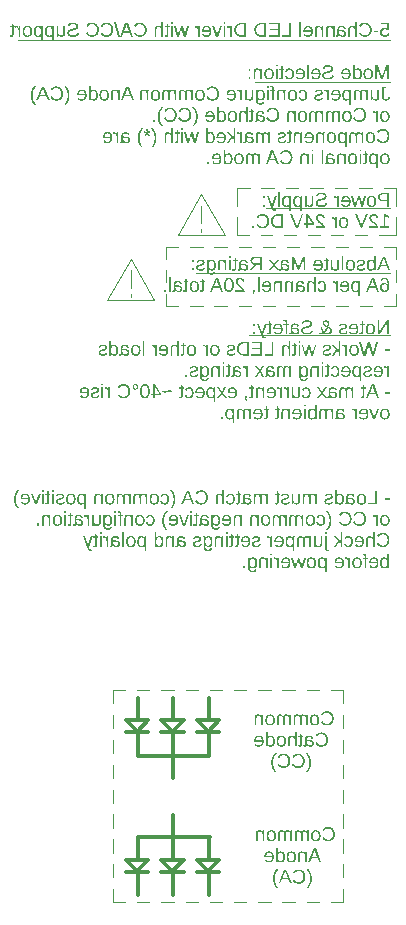
<source format=gbr>
G04 EAGLE Gerber RS-274X export*
G75*
%MOMM*%
%FSLAX34Y34*%
%LPD*%
%INSilkscreen Bottom*%
%IPPOS*%
%AMOC8*
5,1,8,0,0,1.08239X$1,22.5*%
G01*
G04 Define Apertures*
%ADD10C,0.300000*%
%ADD11C,0.100000*%
G36*
X818816Y206834D02*
X818332Y206858D01*
X817887Y206928D01*
X817484Y207044D01*
X817122Y207207D01*
X816955Y207308D01*
X816797Y207424D01*
X816647Y207556D01*
X816506Y207702D01*
X816248Y208041D01*
X816024Y208442D01*
X815991Y208442D01*
X815984Y208061D01*
X815962Y207613D01*
X815934Y207220D01*
X815908Y207000D01*
X814483Y207000D01*
X814505Y207283D01*
X814520Y207686D01*
X814533Y208848D01*
X814533Y219296D01*
X816024Y219296D01*
X816024Y215576D01*
X816008Y214573D01*
X816024Y214573D01*
X816248Y214952D01*
X816505Y215275D01*
X816795Y215544D01*
X817118Y215758D01*
X817479Y215921D01*
X817882Y216037D01*
X818328Y216107D01*
X818816Y216131D01*
X819216Y216112D01*
X819589Y216057D01*
X819937Y215966D01*
X820259Y215838D01*
X820555Y215673D01*
X820826Y215471D01*
X821071Y215233D01*
X821290Y214958D01*
X821483Y214647D01*
X821650Y214299D01*
X821792Y213914D01*
X821908Y213493D01*
X821998Y213035D01*
X822063Y212540D01*
X822101Y212009D01*
X822114Y211441D01*
X822102Y210879D01*
X822064Y210355D01*
X822002Y209867D01*
X821914Y209415D01*
X821802Y209001D01*
X821664Y208623D01*
X821502Y208282D01*
X821315Y207978D01*
X821101Y207710D01*
X820859Y207477D01*
X820588Y207281D01*
X820290Y207120D01*
X819964Y206995D01*
X819610Y206906D01*
X819227Y206852D01*
X818816Y206834D01*
G37*
%LPC*%
G36*
X818435Y207986D02*
X818705Y207999D01*
X818956Y208037D01*
X819187Y208100D01*
X819399Y208189D01*
X819591Y208303D01*
X819764Y208443D01*
X819917Y208608D01*
X820051Y208798D01*
X820168Y209018D01*
X820269Y209271D01*
X820354Y209557D01*
X820424Y209877D01*
X820478Y210230D01*
X820517Y210617D01*
X820540Y211037D01*
X820548Y211491D01*
X820540Y211943D01*
X820517Y212362D01*
X820478Y212749D01*
X820423Y213103D01*
X820352Y213425D01*
X820266Y213715D01*
X820164Y213972D01*
X820047Y214196D01*
X819912Y214391D01*
X819757Y214560D01*
X819583Y214703D01*
X819389Y214820D01*
X819176Y214912D01*
X818943Y214977D01*
X818691Y215016D01*
X818419Y215029D01*
X818117Y215016D01*
X817836Y214977D01*
X817576Y214912D01*
X817338Y214822D01*
X817120Y214705D01*
X816924Y214563D01*
X816750Y214394D01*
X816596Y214200D01*
X816462Y213978D01*
X816346Y213726D01*
X816248Y213445D01*
X816167Y213133D01*
X816105Y212792D01*
X816060Y212421D01*
X816033Y212021D01*
X816024Y211590D01*
X816033Y211143D01*
X816060Y210727D01*
X816105Y210341D01*
X816167Y209985D01*
X816248Y209659D01*
X816346Y209364D01*
X816462Y209099D01*
X816596Y208864D01*
X816614Y208839D01*
X816750Y208658D01*
X816925Y208480D01*
X817123Y208329D01*
X817342Y208206D01*
X817582Y208109D01*
X817845Y208041D01*
X818129Y208000D01*
X818435Y207986D01*
G37*
%LPD*%
G36*
X818156Y224834D02*
X817677Y224852D01*
X817228Y224906D01*
X816808Y224996D01*
X816418Y225122D01*
X816056Y225284D01*
X815724Y225482D01*
X815422Y225716D01*
X815148Y225986D01*
X814905Y226293D01*
X814695Y226637D01*
X814517Y227019D01*
X814371Y227438D01*
X814258Y227895D01*
X814177Y228389D01*
X814128Y228921D01*
X814112Y229491D01*
X814127Y230066D01*
X814173Y230602D01*
X814249Y231099D01*
X814355Y231557D01*
X814491Y231976D01*
X814658Y232356D01*
X814854Y232697D01*
X815082Y233000D01*
X815341Y233265D01*
X815634Y233494D01*
X815961Y233689D01*
X816322Y233848D01*
X816717Y233972D01*
X817146Y234060D01*
X817609Y234113D01*
X818106Y234131D01*
X818593Y234113D01*
X819048Y234058D01*
X819472Y233968D01*
X819864Y233841D01*
X820225Y233678D01*
X820555Y233478D01*
X820853Y233243D01*
X821120Y232971D01*
X821355Y232663D01*
X821559Y232318D01*
X821732Y231938D01*
X821873Y231521D01*
X821983Y231068D01*
X822062Y230578D01*
X822109Y230053D01*
X822124Y229491D01*
X822109Y228942D01*
X822062Y228426D01*
X821983Y227944D01*
X821874Y227495D01*
X821733Y227079D01*
X821560Y226697D01*
X821357Y226347D01*
X821122Y226032D01*
X820856Y225751D01*
X820560Y225508D01*
X820235Y225302D01*
X819879Y225134D01*
X819493Y225003D01*
X819077Y224909D01*
X818632Y224853D01*
X818156Y224834D01*
G37*
%LPC*%
G36*
X818172Y225936D02*
X818471Y225950D01*
X818748Y225992D01*
X819005Y226062D01*
X819242Y226159D01*
X819458Y226284D01*
X819653Y226437D01*
X819828Y226618D01*
X819983Y226827D01*
X820118Y227063D01*
X820235Y227327D01*
X820333Y227619D01*
X820414Y227938D01*
X820477Y228285D01*
X820522Y228659D01*
X820549Y229061D01*
X820558Y229491D01*
X820549Y229931D01*
X820522Y230342D01*
X820476Y230722D01*
X820412Y231072D01*
X820330Y231392D01*
X820230Y231682D01*
X820111Y231942D01*
X819974Y232171D01*
X819817Y232372D01*
X819637Y232546D01*
X819434Y232694D01*
X819209Y232814D01*
X818961Y232908D01*
X818690Y232975D01*
X818397Y233015D01*
X818081Y233029D01*
X817768Y233016D01*
X817477Y232976D01*
X817211Y232910D01*
X816968Y232818D01*
X816748Y232700D01*
X816552Y232556D01*
X816379Y232385D01*
X816229Y232188D01*
X816100Y231962D01*
X815988Y231704D01*
X815893Y231414D01*
X815816Y231093D01*
X815756Y230740D01*
X815713Y230355D01*
X815687Y229939D01*
X815678Y229491D01*
X815687Y229048D01*
X815714Y228636D01*
X815759Y228254D01*
X815822Y227902D01*
X815903Y227581D01*
X816002Y227289D01*
X816119Y227029D01*
X816254Y226798D01*
X816410Y226596D01*
X816590Y226421D01*
X816794Y226273D01*
X817022Y226152D01*
X817273Y226057D01*
X817549Y225990D01*
X817849Y225950D01*
X818172Y225936D01*
G37*
%LPD*%
G36*
X827583Y206834D02*
X827105Y206852D01*
X826655Y206906D01*
X826236Y206996D01*
X825845Y207122D01*
X825484Y207284D01*
X825152Y207482D01*
X824849Y207716D01*
X824575Y207986D01*
X824332Y208293D01*
X824122Y208637D01*
X823944Y209019D01*
X823798Y209438D01*
X823685Y209895D01*
X823604Y210389D01*
X823556Y210921D01*
X823540Y211491D01*
X823555Y212066D01*
X823600Y212602D01*
X823676Y213099D01*
X823782Y213557D01*
X823918Y213976D01*
X824085Y214356D01*
X824282Y214697D01*
X824509Y215000D01*
X824768Y215265D01*
X825061Y215494D01*
X825389Y215689D01*
X825750Y215848D01*
X826145Y215972D01*
X826574Y216060D01*
X827036Y216113D01*
X827533Y216131D01*
X828020Y216113D01*
X828475Y216058D01*
X828899Y215968D01*
X829291Y215841D01*
X829652Y215678D01*
X829982Y215478D01*
X830280Y215243D01*
X830547Y214971D01*
X830782Y214663D01*
X830987Y214318D01*
X831159Y213938D01*
X831300Y213521D01*
X831410Y213068D01*
X831489Y212578D01*
X831536Y212053D01*
X831552Y211491D01*
X831536Y210942D01*
X831489Y210426D01*
X831411Y209944D01*
X831301Y209495D01*
X831160Y209079D01*
X830988Y208697D01*
X830784Y208347D01*
X830549Y208032D01*
X830283Y207751D01*
X829988Y207508D01*
X829662Y207302D01*
X829306Y207134D01*
X828920Y207003D01*
X828505Y206909D01*
X828059Y206853D01*
X827583Y206834D01*
G37*
%LPC*%
G36*
X827599Y207936D02*
X827898Y207950D01*
X828176Y207992D01*
X828433Y208062D01*
X828669Y208159D01*
X828885Y208284D01*
X829081Y208437D01*
X829256Y208618D01*
X829410Y208827D01*
X829545Y209063D01*
X829662Y209327D01*
X829761Y209619D01*
X829842Y209938D01*
X829905Y210285D01*
X829950Y210659D01*
X829977Y211061D01*
X829986Y211491D01*
X829977Y211931D01*
X829949Y212342D01*
X829904Y212722D01*
X829840Y213072D01*
X829757Y213392D01*
X829657Y213682D01*
X829538Y213942D01*
X829402Y214171D01*
X829244Y214372D01*
X829064Y214546D01*
X828861Y214694D01*
X828636Y214814D01*
X828388Y214908D01*
X828118Y214975D01*
X827824Y215015D01*
X827508Y215029D01*
X827195Y215016D01*
X826905Y214976D01*
X826638Y214910D01*
X826395Y214818D01*
X826175Y214700D01*
X825979Y214556D01*
X825806Y214385D01*
X825656Y214188D01*
X825527Y213962D01*
X825415Y213704D01*
X825321Y213414D01*
X825243Y213093D01*
X825183Y212740D01*
X825140Y212355D01*
X825114Y211939D01*
X825105Y211491D01*
X825114Y211048D01*
X825141Y210636D01*
X825186Y210254D01*
X825249Y209902D01*
X825330Y209581D01*
X825429Y209289D01*
X825546Y209029D01*
X825681Y208798D01*
X825837Y208596D01*
X826017Y208421D01*
X826221Y208273D01*
X826449Y208152D01*
X826701Y208057D01*
X826976Y207990D01*
X827276Y207950D01*
X827599Y207936D01*
G37*
%LPD*%
G36*
X855843Y224834D02*
X855365Y224852D01*
X854916Y224906D01*
X854496Y224996D01*
X854105Y225122D01*
X853744Y225284D01*
X853412Y225482D01*
X853109Y225716D01*
X852835Y225986D01*
X852593Y226293D01*
X852382Y226637D01*
X852204Y227019D01*
X852059Y227438D01*
X851945Y227895D01*
X851865Y228389D01*
X851816Y228921D01*
X851800Y229491D01*
X851815Y230066D01*
X851860Y230602D01*
X851936Y231099D01*
X852042Y231557D01*
X852178Y231976D01*
X852345Y232356D01*
X852542Y232697D01*
X852769Y233000D01*
X853028Y233265D01*
X853322Y233494D01*
X853649Y233689D01*
X854010Y233848D01*
X854405Y233972D01*
X854834Y234060D01*
X855297Y234113D01*
X855793Y234131D01*
X856280Y234113D01*
X856735Y234058D01*
X857159Y233968D01*
X857551Y233841D01*
X857913Y233678D01*
X858242Y233478D01*
X858540Y233243D01*
X858807Y232971D01*
X859043Y232663D01*
X859247Y232318D01*
X859419Y231938D01*
X859561Y231521D01*
X859671Y231068D01*
X859749Y230578D01*
X859796Y230053D01*
X859812Y229491D01*
X859796Y228942D01*
X859749Y228426D01*
X859671Y227944D01*
X859561Y227495D01*
X859420Y227079D01*
X859248Y226697D01*
X859044Y226347D01*
X858809Y226032D01*
X858544Y225751D01*
X858248Y225508D01*
X857922Y225302D01*
X857567Y225134D01*
X857181Y225003D01*
X856765Y224909D01*
X856319Y224853D01*
X855843Y224834D01*
G37*
%LPC*%
G36*
X855860Y225936D02*
X856158Y225950D01*
X856436Y225992D01*
X856693Y226062D01*
X856930Y226159D01*
X857146Y226284D01*
X857341Y226437D01*
X857516Y226618D01*
X857670Y226827D01*
X857805Y227063D01*
X857922Y227327D01*
X858021Y227619D01*
X858102Y227938D01*
X858165Y228285D01*
X858210Y228659D01*
X858237Y229061D01*
X858246Y229491D01*
X858237Y229931D01*
X858209Y230342D01*
X858164Y230722D01*
X858100Y231072D01*
X858018Y231392D01*
X857917Y231682D01*
X857799Y231942D01*
X857662Y232171D01*
X857504Y232372D01*
X857324Y232546D01*
X857122Y232694D01*
X856896Y232814D01*
X856648Y232908D01*
X856378Y232975D01*
X856084Y233015D01*
X855769Y233029D01*
X855455Y233016D01*
X855165Y232976D01*
X854898Y232910D01*
X854655Y232818D01*
X854435Y232700D01*
X854239Y232556D01*
X854066Y232385D01*
X853917Y232188D01*
X853788Y231962D01*
X853676Y231704D01*
X853581Y231414D01*
X853503Y231093D01*
X853443Y230740D01*
X853400Y230355D01*
X853374Y229939D01*
X853366Y229491D01*
X853375Y229048D01*
X853402Y228636D01*
X853447Y228254D01*
X853510Y227902D01*
X853591Y227581D01*
X853690Y227289D01*
X853807Y227029D01*
X853942Y226798D01*
X854098Y226596D01*
X854277Y226421D01*
X854481Y226273D01*
X854709Y226152D01*
X854961Y226057D01*
X855236Y225990D01*
X855536Y225950D01*
X855860Y225936D01*
G37*
%LPD*%
G36*
X852396Y206834D02*
X852130Y206841D01*
X851874Y206861D01*
X851628Y206894D01*
X851393Y206941D01*
X851168Y207001D01*
X850952Y207074D01*
X850748Y207161D01*
X850553Y207261D01*
X850366Y207377D01*
X850186Y207512D01*
X850011Y207665D01*
X849841Y207838D01*
X849521Y208239D01*
X849223Y208715D01*
X849173Y208715D01*
X849128Y208282D01*
X849042Y207910D01*
X848983Y207748D01*
X848915Y207600D01*
X848836Y207469D01*
X848747Y207352D01*
X848645Y207250D01*
X848530Y207162D01*
X848400Y207087D01*
X848257Y207026D01*
X848099Y206978D01*
X847927Y206944D01*
X847741Y206924D01*
X847541Y206917D01*
X847249Y206925D01*
X846959Y206950D01*
X846673Y206992D01*
X846389Y207050D01*
X846389Y207978D01*
X846648Y207934D01*
X846878Y207920D01*
X847103Y207941D01*
X847288Y208004D01*
X847434Y208108D01*
X847541Y208255D01*
X847617Y208443D01*
X847672Y208673D01*
X847704Y208943D01*
X847715Y209254D01*
X847715Y213115D01*
X847728Y213471D01*
X847768Y213805D01*
X847835Y214117D01*
X847929Y214408D01*
X848049Y214678D01*
X848195Y214925D01*
X848369Y215151D01*
X848569Y215356D01*
X848795Y215538D01*
X849048Y215695D01*
X849326Y215828D01*
X849631Y215937D01*
X849962Y216022D01*
X850319Y216082D01*
X850703Y216119D01*
X851112Y216131D01*
X851503Y216121D01*
X851872Y216093D01*
X852218Y216046D01*
X852543Y215979D01*
X852845Y215894D01*
X853125Y215790D01*
X853383Y215668D01*
X853619Y215526D01*
X853832Y215365D01*
X854024Y215186D01*
X854193Y214987D01*
X854340Y214770D01*
X854466Y214533D01*
X854569Y214278D01*
X854649Y214004D01*
X854708Y213711D01*
X853150Y213570D01*
X853082Y213918D01*
X853031Y214073D01*
X852968Y214215D01*
X852894Y214344D01*
X852809Y214461D01*
X852712Y214565D01*
X852604Y214656D01*
X852481Y214735D01*
X852342Y214804D01*
X852185Y214863D01*
X852011Y214911D01*
X851612Y214974D01*
X851145Y214996D01*
X850905Y214988D01*
X850681Y214966D01*
X850474Y214929D01*
X850284Y214877D01*
X850110Y214811D01*
X849952Y214730D01*
X849811Y214634D01*
X849687Y214523D01*
X849578Y214395D01*
X849484Y214248D01*
X849404Y214082D01*
X849339Y213896D01*
X849288Y213690D01*
X849252Y213465D01*
X849230Y213221D01*
X849223Y212957D01*
X849223Y212468D01*
X851237Y212435D01*
X851729Y212412D01*
X852185Y212367D01*
X852607Y212300D01*
X852994Y212212D01*
X853346Y212101D01*
X853662Y211969D01*
X853944Y211815D01*
X854190Y211640D01*
X854405Y211443D01*
X854591Y211227D01*
X854748Y210990D01*
X854877Y210733D01*
X854977Y210455D01*
X855049Y210158D01*
X855092Y209840D01*
X855106Y209502D01*
X855095Y209200D01*
X855063Y208914D01*
X855010Y208645D01*
X854936Y208392D01*
X854840Y208156D01*
X854724Y207936D01*
X854586Y207733D01*
X854426Y207547D01*
X854246Y207380D01*
X854045Y207235D01*
X853822Y207113D01*
X853579Y207012D01*
X853315Y206935D01*
X853030Y206879D01*
X852724Y206845D01*
X852396Y206834D01*
G37*
%LPC*%
G36*
X852057Y207953D02*
X852234Y207959D01*
X852400Y207978D01*
X852556Y208009D01*
X852702Y208052D01*
X852837Y208108D01*
X852962Y208177D01*
X853179Y208351D01*
X853352Y208570D01*
X853475Y208831D01*
X853518Y208977D01*
X853548Y209134D01*
X853567Y209300D01*
X853573Y209477D01*
X853555Y209797D01*
X853501Y210084D01*
X853410Y210340D01*
X853283Y210563D01*
X853122Y210756D01*
X852930Y210923D01*
X852706Y211063D01*
X852450Y211176D01*
X852147Y211264D01*
X851780Y211329D01*
X851350Y211372D01*
X850855Y211391D01*
X849223Y211424D01*
X849223Y210687D01*
X849246Y210346D01*
X849315Y210009D01*
X849431Y209676D01*
X849592Y209349D01*
X849793Y209041D01*
X850028Y208768D01*
X850296Y208529D01*
X850599Y208326D01*
X850929Y208163D01*
X851282Y208046D01*
X851658Y207976D01*
X852057Y207953D01*
G37*
%LPD*%
G36*
X825420Y225000D02*
X823945Y225000D01*
X823945Y230974D01*
X823955Y231380D01*
X823984Y231756D01*
X824032Y232103D01*
X824100Y232420D01*
X824187Y232707D01*
X824293Y232965D01*
X824418Y233194D01*
X824563Y233393D01*
X824729Y233566D01*
X824918Y233716D01*
X825130Y233843D01*
X825365Y233946D01*
X825624Y234027D01*
X825906Y234085D01*
X826211Y234119D01*
X826539Y234131D01*
X826768Y234124D01*
X826990Y234106D01*
X827202Y234075D01*
X827406Y234031D01*
X827787Y233907D01*
X828134Y233733D01*
X828451Y233502D01*
X828744Y233209D01*
X829012Y232852D01*
X829256Y232432D01*
X829281Y232432D01*
X829345Y232646D01*
X829420Y232845D01*
X829506Y233029D01*
X829603Y233199D01*
X829712Y233353D01*
X829832Y233492D01*
X829963Y233616D01*
X830106Y233725D01*
X830260Y233820D01*
X830429Y233902D01*
X830610Y233972D01*
X830805Y234029D01*
X831013Y234074D01*
X831234Y234105D01*
X831469Y234124D01*
X831717Y234131D01*
X832148Y234107D01*
X832544Y234037D01*
X832906Y233921D01*
X833233Y233758D01*
X833387Y233656D01*
X833535Y233535D01*
X833820Y233240D01*
X834086Y232872D01*
X834335Y232432D01*
X834360Y232432D01*
X834389Y233323D01*
X834410Y233741D01*
X834427Y233965D01*
X835835Y233965D01*
X835813Y233715D01*
X835798Y233312D01*
X835785Y232051D01*
X835785Y225000D01*
X834302Y225000D01*
X834302Y230195D01*
X834294Y230517D01*
X834268Y230821D01*
X834224Y231105D01*
X834164Y231372D01*
X834085Y231619D01*
X833990Y231848D01*
X833877Y232058D01*
X833747Y232250D01*
X833602Y232421D01*
X833445Y232569D01*
X833275Y232694D01*
X833093Y232797D01*
X832898Y232876D01*
X832691Y232933D01*
X832471Y232968D01*
X832239Y232979D01*
X832016Y232971D01*
X831811Y232948D01*
X831624Y232909D01*
X831454Y232855D01*
X831303Y232785D01*
X831169Y232699D01*
X831053Y232598D01*
X830955Y232482D01*
X830871Y232345D01*
X830799Y232183D01*
X830738Y231996D01*
X830688Y231784D01*
X830649Y231546D01*
X830621Y231284D01*
X830599Y230684D01*
X830599Y225000D01*
X829124Y225000D01*
X829124Y230195D01*
X829115Y230519D01*
X829090Y230824D01*
X829048Y231110D01*
X828988Y231377D01*
X828912Y231625D01*
X828819Y231853D01*
X828708Y232063D01*
X828581Y232254D01*
X828439Y232424D01*
X828283Y232571D01*
X828113Y232696D01*
X827930Y232798D01*
X827733Y232877D01*
X827522Y232934D01*
X827298Y232968D01*
X827061Y232979D01*
X826838Y232971D01*
X826632Y232948D01*
X826445Y232909D01*
X826276Y232855D01*
X826124Y232785D01*
X825990Y232699D01*
X825874Y232598D01*
X825776Y232482D01*
X825693Y232345D01*
X825621Y232183D01*
X825559Y231996D01*
X825509Y231784D01*
X825470Y231546D01*
X825442Y231284D01*
X825420Y230684D01*
X825420Y225000D01*
G37*
G36*
X839545Y225000D02*
X838070Y225000D01*
X838070Y230974D01*
X838080Y231380D01*
X838109Y231756D01*
X838157Y232103D01*
X838225Y232420D01*
X838312Y232707D01*
X838418Y232965D01*
X838543Y233194D01*
X838688Y233393D01*
X838854Y233566D01*
X839043Y233716D01*
X839255Y233843D01*
X839490Y233946D01*
X839749Y234027D01*
X840031Y234085D01*
X840336Y234119D01*
X840664Y234131D01*
X840893Y234124D01*
X841115Y234106D01*
X841327Y234075D01*
X841531Y234031D01*
X841912Y233907D01*
X842259Y233733D01*
X842576Y233502D01*
X842869Y233209D01*
X843137Y232852D01*
X843381Y232432D01*
X843406Y232432D01*
X843470Y232646D01*
X843545Y232845D01*
X843631Y233029D01*
X843728Y233199D01*
X843837Y233353D01*
X843957Y233492D01*
X844088Y233616D01*
X844231Y233725D01*
X844385Y233820D01*
X844554Y233902D01*
X844735Y233972D01*
X844930Y234029D01*
X845138Y234074D01*
X845359Y234105D01*
X845594Y234124D01*
X845842Y234131D01*
X846273Y234107D01*
X846669Y234037D01*
X847031Y233921D01*
X847358Y233758D01*
X847512Y233656D01*
X847660Y233535D01*
X847945Y233240D01*
X848211Y232872D01*
X848460Y232432D01*
X848485Y232432D01*
X848514Y233323D01*
X848535Y233741D01*
X848552Y233965D01*
X849960Y233965D01*
X849938Y233715D01*
X849923Y233312D01*
X849910Y232051D01*
X849910Y225000D01*
X848427Y225000D01*
X848427Y230195D01*
X848419Y230517D01*
X848393Y230821D01*
X848349Y231105D01*
X848289Y231372D01*
X848210Y231619D01*
X848115Y231848D01*
X848002Y232058D01*
X847872Y232250D01*
X847727Y232421D01*
X847570Y232569D01*
X847400Y232694D01*
X847218Y232797D01*
X847023Y232876D01*
X846816Y232933D01*
X846596Y232968D01*
X846364Y232979D01*
X846141Y232971D01*
X845936Y232948D01*
X845749Y232909D01*
X845579Y232855D01*
X845428Y232785D01*
X845294Y232699D01*
X845178Y232598D01*
X845080Y232482D01*
X844996Y232345D01*
X844924Y232183D01*
X844863Y231996D01*
X844813Y231784D01*
X844774Y231546D01*
X844746Y231284D01*
X844724Y230684D01*
X844724Y225000D01*
X843249Y225000D01*
X843249Y230195D01*
X843240Y230519D01*
X843215Y230824D01*
X843173Y231110D01*
X843113Y231377D01*
X843037Y231625D01*
X842944Y231853D01*
X842833Y232063D01*
X842706Y232254D01*
X842564Y232424D01*
X842408Y232571D01*
X842238Y232696D01*
X842055Y232798D01*
X841858Y232877D01*
X841647Y232934D01*
X841423Y232968D01*
X841186Y232979D01*
X840963Y232971D01*
X840757Y232948D01*
X840570Y232909D01*
X840401Y232855D01*
X840249Y232785D01*
X840115Y232699D01*
X839999Y232598D01*
X839901Y232482D01*
X839818Y232345D01*
X839746Y232183D01*
X839684Y231996D01*
X839634Y231784D01*
X839595Y231546D01*
X839567Y231284D01*
X839545Y230684D01*
X839545Y225000D01*
G37*
G36*
X808600Y206834D02*
X808252Y206843D01*
X807920Y206867D01*
X807603Y206909D01*
X807303Y206967D01*
X807019Y207041D01*
X806750Y207133D01*
X806498Y207240D01*
X806262Y207365D01*
X806041Y207505D01*
X805837Y207663D01*
X805648Y207837D01*
X805476Y208027D01*
X805320Y208235D01*
X805179Y208458D01*
X805055Y208699D01*
X804946Y208955D01*
X806255Y209328D01*
X806382Y209043D01*
X806557Y208783D01*
X806778Y208550D01*
X807047Y208342D01*
X807199Y208251D01*
X807363Y208172D01*
X807539Y208105D01*
X807727Y208050D01*
X807927Y208008D01*
X808140Y207977D01*
X808364Y207959D01*
X808600Y207953D01*
X808898Y207966D01*
X809177Y208005D01*
X809437Y208071D01*
X809679Y208162D01*
X809903Y208280D01*
X810109Y208424D01*
X810296Y208594D01*
X810464Y208790D01*
X810614Y209010D01*
X810744Y209252D01*
X810853Y209516D01*
X810943Y209803D01*
X811013Y210111D01*
X811063Y210441D01*
X811092Y210793D01*
X811102Y211168D01*
X804706Y211168D01*
X804706Y211366D01*
X804721Y211943D01*
X804768Y212483D01*
X804845Y212986D01*
X804953Y213451D01*
X805092Y213879D01*
X805262Y214270D01*
X805462Y214623D01*
X805694Y214940D01*
X805956Y215219D01*
X806250Y215461D01*
X806574Y215665D01*
X806929Y215833D01*
X807315Y215963D01*
X807732Y216056D01*
X808180Y216112D01*
X808658Y216131D01*
X809127Y216112D01*
X809568Y216057D01*
X809981Y215964D01*
X810366Y215834D01*
X810723Y215668D01*
X811053Y215464D01*
X811355Y215224D01*
X811629Y214946D01*
X811872Y214633D01*
X812083Y214289D01*
X812262Y213912D01*
X812408Y213502D01*
X812522Y213060D01*
X812603Y212586D01*
X812652Y212079D01*
X812668Y211540D01*
X812652Y210974D01*
X812603Y210444D01*
X812522Y209950D01*
X812408Y209492D01*
X812262Y209070D01*
X812083Y208684D01*
X811872Y208333D01*
X811629Y208019D01*
X811354Y207741D01*
X811049Y207501D01*
X810715Y207297D01*
X810352Y207130D01*
X809958Y207001D01*
X809535Y206908D01*
X809082Y206853D01*
X808600Y206834D01*
G37*
%LPC*%
G36*
X811086Y212311D02*
X811064Y212619D01*
X811024Y212911D01*
X810966Y213185D01*
X810890Y213443D01*
X810795Y213684D01*
X810683Y213907D01*
X810552Y214114D01*
X810402Y214304D01*
X810237Y214474D01*
X810057Y214621D01*
X809863Y214745D01*
X809656Y214847D01*
X809434Y214927D01*
X809197Y214983D01*
X808947Y215017D01*
X808683Y215029D01*
X808412Y215019D01*
X808156Y214988D01*
X807918Y214937D01*
X807695Y214866D01*
X807489Y214775D01*
X807299Y214663D01*
X807125Y214531D01*
X806968Y214378D01*
X806826Y214204D01*
X806699Y214005D01*
X806587Y213783D01*
X806489Y213536D01*
X806407Y213266D01*
X806339Y212972D01*
X806286Y212653D01*
X806247Y212311D01*
X811086Y212311D01*
G37*
%LPD*%
G36*
X829475Y188834D02*
X829051Y188847D01*
X828640Y188884D01*
X828242Y188945D01*
X827857Y189031D01*
X827485Y189142D01*
X827126Y189277D01*
X826780Y189437D01*
X826447Y189621D01*
X826130Y189829D01*
X825831Y190060D01*
X825551Y190313D01*
X825288Y190589D01*
X825044Y190887D01*
X824818Y191208D01*
X824611Y191551D01*
X824421Y191917D01*
X825714Y192563D01*
X825873Y192269D01*
X826042Y191994D01*
X826220Y191738D01*
X826407Y191501D01*
X826604Y191283D01*
X826811Y191083D01*
X827027Y190903D01*
X827253Y190742D01*
X827488Y190600D01*
X827733Y190477D01*
X827987Y190372D01*
X828251Y190287D01*
X828524Y190220D01*
X828807Y190173D01*
X829099Y190145D01*
X829401Y190135D01*
X829867Y190156D01*
X830308Y190217D01*
X830725Y190319D01*
X831117Y190461D01*
X831484Y190645D01*
X831827Y190869D01*
X832145Y191134D01*
X832438Y191440D01*
X832701Y191779D01*
X832929Y192145D01*
X833122Y192537D01*
X833280Y192955D01*
X833402Y193400D01*
X833490Y193871D01*
X833543Y194368D01*
X833560Y194891D01*
X833543Y195419D01*
X833493Y195919D01*
X833409Y196389D01*
X833291Y196831D01*
X833139Y197244D01*
X832954Y197628D01*
X832736Y197983D01*
X832483Y198309D01*
X832200Y198601D01*
X831891Y198854D01*
X831554Y199069D01*
X831191Y199244D01*
X830800Y199380D01*
X830383Y199478D01*
X829938Y199536D01*
X829467Y199556D01*
X829164Y199547D01*
X828871Y199522D01*
X828588Y199480D01*
X828317Y199421D01*
X828055Y199345D01*
X827804Y199253D01*
X827564Y199143D01*
X827334Y199017D01*
X827117Y198875D01*
X826915Y198718D01*
X826729Y198546D01*
X826558Y198358D01*
X826403Y198156D01*
X826262Y197939D01*
X826138Y197707D01*
X826029Y197460D01*
X824529Y197957D01*
X824686Y198304D01*
X824865Y198629D01*
X825063Y198933D01*
X825283Y199214D01*
X825523Y199473D01*
X825784Y199711D01*
X826066Y199926D01*
X826368Y200119D01*
X826691Y200290D01*
X827032Y200438D01*
X827393Y200563D01*
X827773Y200666D01*
X828172Y200746D01*
X828590Y200803D01*
X829027Y200837D01*
X829484Y200848D01*
X829813Y200842D01*
X830133Y200824D01*
X830443Y200793D01*
X830745Y200749D01*
X831038Y200694D01*
X831322Y200626D01*
X831862Y200453D01*
X832366Y200230D01*
X832833Y199958D01*
X833265Y199637D01*
X833660Y199266D01*
X834013Y198851D01*
X834319Y198399D01*
X834579Y197909D01*
X834791Y197381D01*
X834956Y196815D01*
X835073Y196212D01*
X835144Y195570D01*
X835168Y194891D01*
X835157Y194433D01*
X835125Y193990D01*
X835073Y193563D01*
X834999Y193152D01*
X834904Y192757D01*
X834788Y192377D01*
X834651Y192012D01*
X834492Y191664D01*
X834314Y191333D01*
X834116Y191022D01*
X833900Y190730D01*
X833664Y190458D01*
X833409Y190206D01*
X833135Y189974D01*
X832841Y189761D01*
X832529Y189568D01*
X832199Y189396D01*
X831855Y189247D01*
X831495Y189121D01*
X831121Y189018D01*
X830732Y188937D01*
X830328Y188880D01*
X829909Y188846D01*
X829475Y188834D01*
G37*
G36*
X841725Y188834D02*
X841301Y188847D01*
X840890Y188884D01*
X840492Y188945D01*
X840107Y189031D01*
X839735Y189142D01*
X839376Y189277D01*
X839030Y189437D01*
X838697Y189621D01*
X838380Y189829D01*
X838081Y190060D01*
X837801Y190313D01*
X837538Y190589D01*
X837294Y190887D01*
X837068Y191208D01*
X836861Y191551D01*
X836671Y191917D01*
X837964Y192563D01*
X838123Y192269D01*
X838292Y191994D01*
X838470Y191738D01*
X838657Y191501D01*
X838854Y191283D01*
X839061Y191083D01*
X839277Y190903D01*
X839503Y190742D01*
X839738Y190600D01*
X839983Y190477D01*
X840237Y190372D01*
X840501Y190287D01*
X840774Y190220D01*
X841057Y190173D01*
X841349Y190145D01*
X841651Y190135D01*
X842117Y190156D01*
X842558Y190217D01*
X842975Y190319D01*
X843367Y190461D01*
X843734Y190645D01*
X844077Y190869D01*
X844395Y191134D01*
X844688Y191440D01*
X844951Y191779D01*
X845179Y192145D01*
X845372Y192537D01*
X845530Y192955D01*
X845652Y193400D01*
X845740Y193871D01*
X845793Y194368D01*
X845810Y194891D01*
X845793Y195419D01*
X845743Y195919D01*
X845659Y196389D01*
X845541Y196831D01*
X845389Y197244D01*
X845204Y197628D01*
X844986Y197983D01*
X844733Y198309D01*
X844450Y198601D01*
X844141Y198854D01*
X843804Y199069D01*
X843441Y199244D01*
X843050Y199380D01*
X842633Y199478D01*
X842188Y199536D01*
X841717Y199556D01*
X841414Y199547D01*
X841121Y199522D01*
X840838Y199480D01*
X840567Y199421D01*
X840305Y199345D01*
X840054Y199253D01*
X839814Y199143D01*
X839584Y199017D01*
X839367Y198875D01*
X839165Y198718D01*
X838979Y198546D01*
X838808Y198358D01*
X838653Y198156D01*
X838512Y197939D01*
X838388Y197707D01*
X838279Y197460D01*
X836779Y197957D01*
X836936Y198304D01*
X837115Y198629D01*
X837313Y198933D01*
X837533Y199214D01*
X837773Y199473D01*
X838034Y199711D01*
X838316Y199926D01*
X838618Y200119D01*
X838941Y200290D01*
X839282Y200438D01*
X839643Y200563D01*
X840023Y200666D01*
X840422Y200746D01*
X840840Y200803D01*
X841277Y200837D01*
X841734Y200848D01*
X842063Y200842D01*
X842383Y200824D01*
X842693Y200793D01*
X842995Y200749D01*
X843288Y200694D01*
X843572Y200626D01*
X844112Y200453D01*
X844616Y200230D01*
X845083Y199958D01*
X845515Y199637D01*
X845910Y199266D01*
X846263Y198851D01*
X846569Y198399D01*
X846829Y197909D01*
X847041Y197381D01*
X847206Y196815D01*
X847323Y196212D01*
X847394Y195570D01*
X847418Y194891D01*
X847407Y194433D01*
X847375Y193990D01*
X847323Y193563D01*
X847249Y193152D01*
X847154Y192757D01*
X847038Y192377D01*
X846901Y192012D01*
X846742Y191664D01*
X846564Y191333D01*
X846366Y191022D01*
X846150Y190730D01*
X845914Y190458D01*
X845659Y190206D01*
X845385Y189974D01*
X845091Y189761D01*
X844779Y189568D01*
X844449Y189396D01*
X844105Y189247D01*
X843745Y189121D01*
X843371Y189018D01*
X842982Y188937D01*
X842578Y188880D01*
X842159Y188846D01*
X841725Y188834D01*
G37*
G36*
X861523Y206834D02*
X861099Y206847D01*
X860687Y206884D01*
X860289Y206945D01*
X859904Y207031D01*
X859532Y207142D01*
X859173Y207277D01*
X858827Y207437D01*
X858494Y207621D01*
X858177Y207829D01*
X857879Y208060D01*
X857598Y208313D01*
X857336Y208589D01*
X857091Y208887D01*
X856866Y209208D01*
X856658Y209551D01*
X856469Y209917D01*
X857761Y210563D01*
X857920Y210269D01*
X858089Y209994D01*
X858267Y209738D01*
X858455Y209501D01*
X858652Y209283D01*
X858858Y209083D01*
X859075Y208903D01*
X859300Y208742D01*
X859535Y208600D01*
X859780Y208477D01*
X860034Y208372D01*
X860298Y208287D01*
X860571Y208220D01*
X860854Y208173D01*
X861146Y208145D01*
X861448Y208135D01*
X861914Y208156D01*
X862356Y208217D01*
X862772Y208319D01*
X863164Y208461D01*
X863532Y208645D01*
X863874Y208869D01*
X864192Y209134D01*
X864485Y209440D01*
X864748Y209779D01*
X864976Y210145D01*
X865169Y210537D01*
X865327Y210955D01*
X865450Y211400D01*
X865537Y211871D01*
X865590Y212368D01*
X865608Y212891D01*
X865591Y213419D01*
X865540Y213919D01*
X865456Y214389D01*
X865338Y214831D01*
X865187Y215244D01*
X865002Y215628D01*
X864783Y215983D01*
X864530Y216309D01*
X864248Y216601D01*
X863938Y216854D01*
X863601Y217069D01*
X863238Y217244D01*
X862847Y217380D01*
X862430Y217478D01*
X861986Y217536D01*
X861515Y217556D01*
X861211Y217547D01*
X860918Y217522D01*
X860636Y217480D01*
X860364Y217421D01*
X860102Y217345D01*
X859851Y217253D01*
X859611Y217143D01*
X859381Y217017D01*
X859164Y216875D01*
X858962Y216718D01*
X858776Y216546D01*
X858605Y216358D01*
X858450Y216156D01*
X858310Y215939D01*
X858185Y215707D01*
X858076Y215460D01*
X856576Y215957D01*
X856734Y216304D01*
X856912Y216629D01*
X857111Y216933D01*
X857330Y217214D01*
X857571Y217473D01*
X857832Y217711D01*
X858113Y217926D01*
X858416Y218119D01*
X858738Y218290D01*
X859080Y218438D01*
X859440Y218563D01*
X859820Y218666D01*
X860219Y218746D01*
X860637Y218803D01*
X861075Y218837D01*
X861531Y218848D01*
X861860Y218842D01*
X862180Y218824D01*
X862491Y218793D01*
X862793Y218749D01*
X863085Y218694D01*
X863369Y218626D01*
X863909Y218453D01*
X864413Y218230D01*
X864881Y217958D01*
X865312Y217637D01*
X865707Y217266D01*
X866060Y216851D01*
X866367Y216399D01*
X866626Y215909D01*
X866838Y215381D01*
X867003Y214815D01*
X867121Y214212D01*
X867191Y213570D01*
X867215Y212891D01*
X867204Y212433D01*
X867173Y211990D01*
X867120Y211563D01*
X867046Y211152D01*
X866951Y210757D01*
X866835Y210377D01*
X866698Y210012D01*
X866540Y209664D01*
X866361Y209333D01*
X866164Y209022D01*
X865947Y208730D01*
X865711Y208458D01*
X865456Y208206D01*
X865182Y207974D01*
X864889Y207761D01*
X864576Y207568D01*
X864247Y207396D01*
X863902Y207247D01*
X863543Y207121D01*
X863169Y207018D01*
X862779Y206937D01*
X862375Y206880D01*
X861957Y206846D01*
X861523Y206834D01*
G37*
G36*
X866221Y224834D02*
X865796Y224847D01*
X865385Y224884D01*
X864987Y224945D01*
X864602Y225031D01*
X864230Y225142D01*
X863871Y225277D01*
X863525Y225437D01*
X863192Y225621D01*
X862875Y225829D01*
X862576Y226060D01*
X862296Y226313D01*
X862033Y226589D01*
X861789Y226887D01*
X861563Y227208D01*
X861356Y227551D01*
X861166Y227917D01*
X862459Y228563D01*
X862618Y228269D01*
X862787Y227994D01*
X862965Y227738D01*
X863152Y227501D01*
X863349Y227283D01*
X863556Y227083D01*
X863772Y226903D01*
X863998Y226742D01*
X864233Y226600D01*
X864478Y226477D01*
X864732Y226372D01*
X864996Y226287D01*
X865269Y226220D01*
X865552Y226173D01*
X865844Y226145D01*
X866146Y226135D01*
X866612Y226156D01*
X867054Y226217D01*
X867470Y226319D01*
X867862Y226461D01*
X868229Y226645D01*
X868572Y226869D01*
X868890Y227134D01*
X869183Y227440D01*
X869446Y227779D01*
X869674Y228145D01*
X869867Y228537D01*
X870025Y228955D01*
X870147Y229400D01*
X870235Y229871D01*
X870288Y230368D01*
X870305Y230891D01*
X870289Y231419D01*
X870238Y231919D01*
X870154Y232389D01*
X870036Y232831D01*
X869885Y233244D01*
X869699Y233628D01*
X869481Y233983D01*
X869228Y234309D01*
X868945Y234601D01*
X868636Y234854D01*
X868299Y235069D01*
X867936Y235244D01*
X867545Y235380D01*
X867128Y235478D01*
X866684Y235536D01*
X866212Y235556D01*
X865909Y235547D01*
X865616Y235522D01*
X865334Y235480D01*
X865062Y235421D01*
X864800Y235345D01*
X864549Y235253D01*
X864309Y235143D01*
X864079Y235017D01*
X863862Y234875D01*
X863660Y234718D01*
X863474Y234546D01*
X863303Y234358D01*
X863148Y234156D01*
X863008Y233939D01*
X862883Y233707D01*
X862774Y233460D01*
X861274Y233957D01*
X861432Y234304D01*
X861610Y234629D01*
X861809Y234933D01*
X862028Y235214D01*
X862268Y235473D01*
X862529Y235711D01*
X862811Y235926D01*
X863114Y236119D01*
X863436Y236290D01*
X863777Y236438D01*
X864138Y236563D01*
X864518Y236666D01*
X864917Y236746D01*
X865335Y236803D01*
X865772Y236837D01*
X866229Y236848D01*
X866558Y236842D01*
X866878Y236824D01*
X867189Y236793D01*
X867490Y236749D01*
X867783Y236694D01*
X868067Y236626D01*
X868607Y236453D01*
X869111Y236230D01*
X869578Y235958D01*
X870010Y235637D01*
X870405Y235266D01*
X870758Y234851D01*
X871065Y234399D01*
X871324Y233909D01*
X871536Y233381D01*
X871701Y232815D01*
X871818Y232212D01*
X871889Y231570D01*
X871913Y230891D01*
X871902Y230433D01*
X871871Y229990D01*
X871818Y229563D01*
X871744Y229152D01*
X871649Y228757D01*
X871533Y228377D01*
X871396Y228012D01*
X871237Y227664D01*
X871059Y227333D01*
X870862Y227022D01*
X870645Y226730D01*
X870409Y226458D01*
X870154Y226206D01*
X869880Y225974D01*
X869586Y225761D01*
X869274Y225568D01*
X868944Y225396D01*
X868600Y225247D01*
X868241Y225121D01*
X867866Y225018D01*
X867477Y224937D01*
X867073Y224880D01*
X866654Y224846D01*
X866221Y224834D01*
G37*
G36*
X834866Y207000D02*
X833366Y207000D01*
X833366Y212974D01*
X833377Y213385D01*
X833410Y213766D01*
X833464Y214116D01*
X833539Y214435D01*
X833637Y214724D01*
X833756Y214982D01*
X833896Y215209D01*
X834058Y215406D01*
X834243Y215576D01*
X834452Y215723D01*
X834685Y215847D01*
X834942Y215949D01*
X835222Y216029D01*
X835527Y216085D01*
X835856Y216119D01*
X836208Y216131D01*
X836462Y216124D01*
X836704Y216105D01*
X836934Y216073D01*
X837154Y216028D01*
X837362Y215970D01*
X837559Y215900D01*
X837745Y215817D01*
X837919Y215721D01*
X838245Y215486D01*
X838546Y215193D01*
X838823Y214842D01*
X839075Y214432D01*
X839100Y214432D01*
X839063Y215054D01*
X839041Y215584D01*
X839034Y216098D01*
X839034Y219296D01*
X840525Y219296D01*
X840525Y207000D01*
X839034Y207000D01*
X839034Y212286D01*
X839024Y212587D01*
X838994Y212872D01*
X838945Y213141D01*
X838875Y213394D01*
X838786Y213632D01*
X838677Y213854D01*
X838548Y214060D01*
X838400Y214250D01*
X838235Y214421D01*
X838057Y214569D01*
X837866Y214694D01*
X837661Y214797D01*
X837444Y214876D01*
X837214Y214933D01*
X836970Y214968D01*
X836714Y214979D01*
X836381Y214965D01*
X836086Y214925D01*
X835830Y214858D01*
X835612Y214764D01*
X835427Y214641D01*
X835270Y214487D01*
X835141Y214303D01*
X835040Y214088D01*
X834964Y213828D01*
X834910Y213507D01*
X834877Y213126D01*
X834866Y212684D01*
X834866Y207000D01*
G37*
G36*
X806564Y225000D02*
X805064Y225000D01*
X805064Y230974D01*
X805075Y231381D01*
X805107Y231759D01*
X805160Y232107D01*
X805235Y232425D01*
X805331Y232713D01*
X805449Y232971D01*
X805588Y233199D01*
X805748Y233397D01*
X805931Y233569D01*
X806139Y233718D01*
X806372Y233844D01*
X806629Y233947D01*
X806911Y234028D01*
X807218Y234085D01*
X807550Y234119D01*
X807906Y234131D01*
X808152Y234125D01*
X808387Y234107D01*
X808612Y234076D01*
X808827Y234034D01*
X809226Y233914D01*
X809584Y233745D01*
X809750Y233641D01*
X809911Y233519D01*
X810219Y233224D01*
X810506Y232862D01*
X810773Y232432D01*
X810798Y232432D01*
X810827Y233323D01*
X810847Y233741D01*
X810864Y233965D01*
X812273Y233965D01*
X812251Y233715D01*
X812235Y233312D01*
X812223Y232051D01*
X812223Y225000D01*
X810731Y225000D01*
X810731Y230195D01*
X810722Y230513D01*
X810693Y230814D01*
X810644Y231096D01*
X810576Y231361D01*
X810489Y231608D01*
X810382Y231837D01*
X810256Y232048D01*
X810110Y232242D01*
X809948Y232414D01*
X809771Y232564D01*
X809580Y232691D01*
X809375Y232795D01*
X809155Y232875D01*
X808922Y232933D01*
X808674Y232967D01*
X808412Y232979D01*
X808065Y232965D01*
X807763Y232925D01*
X807506Y232858D01*
X807293Y232764D01*
X807115Y232639D01*
X806964Y232480D01*
X806838Y232287D01*
X806738Y232059D01*
X806662Y231790D01*
X806607Y231471D01*
X806575Y231102D01*
X806564Y230684D01*
X806564Y225000D01*
G37*
G36*
X823649Y185487D02*
X822207Y185487D01*
X821830Y185911D01*
X821479Y186342D01*
X821152Y186780D01*
X820851Y187225D01*
X820575Y187677D01*
X820325Y188136D01*
X820100Y188602D01*
X819899Y189075D01*
X819724Y189559D01*
X819571Y190058D01*
X819443Y190573D01*
X819337Y191102D01*
X819255Y191648D01*
X819196Y192208D01*
X819161Y192784D01*
X819150Y193375D01*
X819150Y193408D01*
X819161Y193995D01*
X819196Y194568D01*
X819254Y195126D01*
X819336Y195669D01*
X819441Y196197D01*
X819569Y196711D01*
X819721Y197211D01*
X819895Y197696D01*
X820095Y198170D01*
X820319Y198637D01*
X820570Y199097D01*
X820846Y199551D01*
X821148Y199997D01*
X821475Y200437D01*
X821828Y200870D01*
X822207Y201296D01*
X823649Y201296D01*
X823274Y200860D01*
X822925Y200417D01*
X822603Y199969D01*
X822305Y199514D01*
X822034Y199053D01*
X821788Y198586D01*
X821568Y198113D01*
X821374Y197634D01*
X821204Y197145D01*
X821057Y196644D01*
X820932Y196132D01*
X820831Y195608D01*
X820751Y195071D01*
X820695Y194523D01*
X820661Y193963D01*
X820649Y193391D01*
X820661Y192819D01*
X820694Y192260D01*
X820751Y191712D01*
X820829Y191176D01*
X820931Y190652D01*
X821055Y190141D01*
X821201Y189641D01*
X821370Y189153D01*
X821563Y188675D01*
X821783Y188202D01*
X822028Y187735D01*
X822300Y187274D01*
X822598Y186818D01*
X822922Y186369D01*
X823272Y185925D01*
X823649Y185487D01*
G37*
G36*
X849795Y185487D02*
X848353Y185487D01*
X848731Y185927D01*
X849083Y186372D01*
X849408Y186824D01*
X849707Y187281D01*
X849979Y187743D01*
X850224Y188212D01*
X850443Y188686D01*
X850636Y189166D01*
X850804Y189654D01*
X850949Y190154D01*
X851072Y190665D01*
X851173Y191187D01*
X851252Y191721D01*
X851308Y192267D01*
X851341Y192823D01*
X851352Y193391D01*
X851341Y193961D01*
X851307Y194520D01*
X851250Y195068D01*
X851171Y195604D01*
X851069Y196128D01*
X850945Y196641D01*
X850797Y197143D01*
X850627Y197634D01*
X850433Y198115D01*
X850213Y198589D01*
X849968Y199057D01*
X849696Y199518D01*
X849399Y199973D01*
X849076Y200421D01*
X848727Y200862D01*
X848353Y201296D01*
X849795Y201296D01*
X850171Y200872D01*
X850523Y200441D01*
X850849Y200003D01*
X851150Y199558D01*
X851426Y199106D01*
X851677Y198647D01*
X851902Y198181D01*
X852102Y197708D01*
X852278Y197224D01*
X852430Y196725D01*
X852559Y196210D01*
X852665Y195680D01*
X852747Y195135D01*
X852805Y194575D01*
X852840Y193999D01*
X852852Y193408D01*
X852852Y193375D01*
X852840Y192788D01*
X852805Y192215D01*
X852747Y191657D01*
X852666Y191114D01*
X852561Y190585D01*
X852433Y190071D01*
X852281Y189572D01*
X852106Y189087D01*
X851907Y188613D01*
X851682Y188146D01*
X851432Y187686D01*
X851156Y187232D01*
X850854Y186786D01*
X850526Y186346D01*
X850173Y185913D01*
X849795Y185487D01*
G37*
G36*
X843307Y206867D02*
X842924Y206880D01*
X842545Y206917D01*
X842170Y206979D01*
X841799Y207066D01*
X841799Y208168D01*
X842296Y208081D01*
X842661Y208052D01*
X842902Y208069D01*
X843105Y208118D01*
X843269Y208199D01*
X843394Y208313D01*
X843486Y208468D01*
X843552Y208671D01*
X843592Y208921D01*
X843605Y209221D01*
X843605Y214880D01*
X841948Y214880D01*
X841948Y215965D01*
X843605Y215965D01*
X843605Y217970D01*
X844600Y217970D01*
X845039Y215965D01*
X846132Y215965D01*
X846132Y214880D01*
X845097Y214880D01*
X845097Y208897D01*
X845090Y208652D01*
X845069Y208422D01*
X845034Y208208D01*
X844985Y208009D01*
X844922Y207827D01*
X844845Y207660D01*
X844754Y207510D01*
X844649Y207375D01*
X844530Y207256D01*
X844398Y207153D01*
X844251Y207066D01*
X844090Y206994D01*
X843915Y206939D01*
X843726Y206899D01*
X843524Y206875D01*
X843307Y206867D01*
G37*
G36*
X827335Y108834D02*
X826850Y108858D01*
X826406Y108928D01*
X826003Y109044D01*
X825641Y109207D01*
X825474Y109308D01*
X825316Y109424D01*
X825166Y109556D01*
X825025Y109702D01*
X824767Y110041D01*
X824543Y110442D01*
X824510Y110442D01*
X824503Y110061D01*
X824481Y109613D01*
X824453Y109220D01*
X824427Y109000D01*
X823002Y109000D01*
X823024Y109283D01*
X823039Y109686D01*
X823052Y110848D01*
X823052Y121296D01*
X824543Y121296D01*
X824543Y117576D01*
X824526Y116573D01*
X824543Y116573D01*
X824767Y116952D01*
X825024Y117275D01*
X825314Y117544D01*
X825637Y117758D01*
X825998Y117921D01*
X826401Y118037D01*
X826847Y118107D01*
X827335Y118131D01*
X827735Y118112D01*
X828108Y118057D01*
X828456Y117966D01*
X828778Y117838D01*
X829074Y117673D01*
X829345Y117471D01*
X829590Y117233D01*
X829809Y116958D01*
X830002Y116647D01*
X830169Y116299D01*
X830311Y115914D01*
X830427Y115493D01*
X830517Y115035D01*
X830581Y114540D01*
X830620Y114009D01*
X830633Y113441D01*
X830620Y112879D01*
X830583Y112355D01*
X830520Y111867D01*
X830433Y111415D01*
X830321Y111001D01*
X830183Y110623D01*
X830021Y110282D01*
X829833Y109978D01*
X829619Y109710D01*
X829377Y109477D01*
X829107Y109281D01*
X828809Y109120D01*
X828483Y108995D01*
X828128Y108906D01*
X827746Y108852D01*
X827335Y108834D01*
G37*
%LPC*%
G36*
X826954Y109986D02*
X827224Y109999D01*
X827475Y110037D01*
X827706Y110100D01*
X827917Y110189D01*
X828110Y110303D01*
X828282Y110443D01*
X828436Y110608D01*
X828570Y110798D01*
X828686Y111018D01*
X828787Y111271D01*
X828873Y111557D01*
X828943Y111877D01*
X828997Y112230D01*
X829036Y112617D01*
X829059Y113037D01*
X829067Y113491D01*
X829059Y113943D01*
X829036Y114362D01*
X828996Y114749D01*
X828942Y115103D01*
X828871Y115425D01*
X828785Y115715D01*
X828683Y115972D01*
X828566Y116196D01*
X828431Y116391D01*
X828276Y116560D01*
X828102Y116703D01*
X827908Y116820D01*
X827695Y116912D01*
X827462Y116977D01*
X827210Y117016D01*
X826938Y117029D01*
X826635Y117016D01*
X826354Y116977D01*
X826095Y116912D01*
X825856Y116822D01*
X825639Y116705D01*
X825443Y116563D01*
X825268Y116394D01*
X825115Y116200D01*
X824981Y115978D01*
X824865Y115726D01*
X824766Y115445D01*
X824686Y115133D01*
X824623Y114792D01*
X824579Y114421D01*
X824552Y114021D01*
X824543Y113590D01*
X824552Y113143D01*
X824579Y112727D01*
X824623Y112341D01*
X824686Y111985D01*
X824766Y111659D01*
X824865Y111364D01*
X824981Y111099D01*
X825115Y110864D01*
X825133Y110839D01*
X825269Y110658D01*
X825444Y110480D01*
X825641Y110329D01*
X825860Y110206D01*
X826101Y110109D01*
X826364Y110041D01*
X826648Y110000D01*
X826954Y109986D01*
G37*
%LPD*%
G36*
X819156Y126834D02*
X818677Y126852D01*
X818228Y126906D01*
X817808Y126996D01*
X817418Y127122D01*
X817056Y127284D01*
X816724Y127482D01*
X816422Y127716D01*
X816148Y127986D01*
X815905Y128293D01*
X815695Y128637D01*
X815517Y129019D01*
X815371Y129438D01*
X815258Y129895D01*
X815177Y130389D01*
X815128Y130921D01*
X815112Y131491D01*
X815127Y132066D01*
X815173Y132602D01*
X815249Y133099D01*
X815355Y133557D01*
X815491Y133976D01*
X815658Y134356D01*
X815854Y134697D01*
X816082Y135000D01*
X816341Y135265D01*
X816634Y135494D01*
X816961Y135689D01*
X817322Y135848D01*
X817717Y135972D01*
X818146Y136060D01*
X818609Y136113D01*
X819106Y136131D01*
X819593Y136113D01*
X820048Y136058D01*
X820472Y135968D01*
X820864Y135841D01*
X821225Y135678D01*
X821555Y135478D01*
X821853Y135243D01*
X822120Y134971D01*
X822355Y134663D01*
X822559Y134318D01*
X822732Y133938D01*
X822873Y133521D01*
X822983Y133068D01*
X823062Y132578D01*
X823109Y132053D01*
X823124Y131491D01*
X823109Y130942D01*
X823062Y130426D01*
X822983Y129944D01*
X822874Y129495D01*
X822733Y129079D01*
X822560Y128697D01*
X822357Y128347D01*
X822122Y128032D01*
X821856Y127751D01*
X821560Y127508D01*
X821235Y127302D01*
X820879Y127134D01*
X820493Y127003D01*
X820077Y126909D01*
X819632Y126853D01*
X819156Y126834D01*
G37*
%LPC*%
G36*
X819172Y127936D02*
X819471Y127950D01*
X819748Y127992D01*
X820005Y128062D01*
X820242Y128159D01*
X820458Y128284D01*
X820653Y128437D01*
X820828Y128618D01*
X820983Y128827D01*
X821118Y129063D01*
X821235Y129327D01*
X821333Y129619D01*
X821414Y129938D01*
X821477Y130285D01*
X821522Y130659D01*
X821549Y131061D01*
X821558Y131491D01*
X821549Y131931D01*
X821522Y132342D01*
X821476Y132722D01*
X821412Y133072D01*
X821330Y133392D01*
X821230Y133682D01*
X821111Y133942D01*
X820974Y134171D01*
X820817Y134372D01*
X820637Y134546D01*
X820434Y134694D01*
X820209Y134814D01*
X819961Y134908D01*
X819690Y134975D01*
X819397Y135015D01*
X819081Y135029D01*
X818768Y135016D01*
X818477Y134976D01*
X818211Y134910D01*
X817968Y134818D01*
X817748Y134700D01*
X817552Y134556D01*
X817379Y134385D01*
X817229Y134188D01*
X817100Y133962D01*
X816988Y133704D01*
X816893Y133414D01*
X816816Y133093D01*
X816756Y132740D01*
X816713Y132355D01*
X816687Y131939D01*
X816678Y131491D01*
X816687Y131048D01*
X816714Y130636D01*
X816759Y130254D01*
X816822Y129902D01*
X816903Y129581D01*
X817002Y129289D01*
X817119Y129029D01*
X817254Y128798D01*
X817410Y128596D01*
X817590Y128421D01*
X817794Y128273D01*
X818022Y128152D01*
X818273Y128057D01*
X818549Y127990D01*
X818849Y127950D01*
X819172Y127936D01*
G37*
%LPD*%
G36*
X836102Y108834D02*
X835623Y108852D01*
X835174Y108906D01*
X834754Y108996D01*
X834364Y109122D01*
X834002Y109284D01*
X833670Y109482D01*
X833368Y109716D01*
X833094Y109986D01*
X832851Y110293D01*
X832641Y110637D01*
X832463Y111019D01*
X832317Y111438D01*
X832204Y111895D01*
X832123Y112389D01*
X832074Y112921D01*
X832058Y113491D01*
X832073Y114066D01*
X832119Y114602D01*
X832195Y115099D01*
X832301Y115557D01*
X832437Y115976D01*
X832604Y116356D01*
X832801Y116697D01*
X833028Y117000D01*
X833287Y117265D01*
X833580Y117494D01*
X833907Y117689D01*
X834268Y117848D01*
X834663Y117972D01*
X835092Y118060D01*
X835555Y118113D01*
X836052Y118131D01*
X836539Y118113D01*
X836994Y118058D01*
X837418Y117968D01*
X837810Y117841D01*
X838171Y117678D01*
X838501Y117478D01*
X838799Y117243D01*
X839066Y116971D01*
X839301Y116663D01*
X839505Y116318D01*
X839678Y115938D01*
X839819Y115521D01*
X839929Y115068D01*
X840008Y114578D01*
X840055Y114053D01*
X840070Y113491D01*
X840055Y112942D01*
X840008Y112426D01*
X839929Y111944D01*
X839820Y111495D01*
X839679Y111079D01*
X839506Y110697D01*
X839303Y110347D01*
X839068Y110032D01*
X838802Y109751D01*
X838507Y109508D01*
X838181Y109302D01*
X837825Y109134D01*
X837439Y109003D01*
X837023Y108909D01*
X836578Y108853D01*
X836102Y108834D01*
G37*
%LPC*%
G36*
X836118Y109936D02*
X836417Y109950D01*
X836694Y109992D01*
X836951Y110062D01*
X837188Y110159D01*
X837404Y110284D01*
X837600Y110437D01*
X837774Y110618D01*
X837929Y110827D01*
X838064Y111063D01*
X838181Y111327D01*
X838280Y111619D01*
X838360Y111938D01*
X838423Y112285D01*
X838468Y112659D01*
X838495Y113061D01*
X838504Y113491D01*
X838495Y113931D01*
X838468Y114342D01*
X838422Y114722D01*
X838358Y115072D01*
X838276Y115392D01*
X838176Y115682D01*
X838057Y115942D01*
X837920Y116171D01*
X837763Y116372D01*
X837583Y116546D01*
X837380Y116694D01*
X837155Y116814D01*
X836907Y116908D01*
X836636Y116975D01*
X836343Y117015D01*
X836027Y117029D01*
X835714Y117016D01*
X835424Y116976D01*
X835157Y116910D01*
X834914Y116818D01*
X834694Y116700D01*
X834498Y116556D01*
X834325Y116385D01*
X834175Y116188D01*
X834046Y115962D01*
X833934Y115704D01*
X833840Y115414D01*
X833762Y115093D01*
X833702Y114740D01*
X833659Y114355D01*
X833633Y113939D01*
X833624Y113491D01*
X833633Y113048D01*
X833660Y112636D01*
X833705Y112254D01*
X833768Y111902D01*
X833849Y111581D01*
X833948Y111289D01*
X834065Y111029D01*
X834200Y110798D01*
X834356Y110596D01*
X834536Y110421D01*
X834740Y110273D01*
X834968Y110152D01*
X835219Y110057D01*
X835495Y109990D01*
X835795Y109950D01*
X836118Y109936D01*
G37*
%LPD*%
G36*
X856843Y126834D02*
X856365Y126852D01*
X855916Y126906D01*
X855496Y126996D01*
X855105Y127122D01*
X854744Y127284D01*
X854412Y127482D01*
X854109Y127716D01*
X853835Y127986D01*
X853593Y128293D01*
X853382Y128637D01*
X853204Y129019D01*
X853059Y129438D01*
X852945Y129895D01*
X852865Y130389D01*
X852816Y130921D01*
X852800Y131491D01*
X852815Y132066D01*
X852860Y132602D01*
X852936Y133099D01*
X853042Y133557D01*
X853178Y133976D01*
X853345Y134356D01*
X853542Y134697D01*
X853769Y135000D01*
X854028Y135265D01*
X854322Y135494D01*
X854649Y135689D01*
X855010Y135848D01*
X855405Y135972D01*
X855834Y136060D01*
X856297Y136113D01*
X856793Y136131D01*
X857280Y136113D01*
X857735Y136058D01*
X858159Y135968D01*
X858551Y135841D01*
X858913Y135678D01*
X859242Y135478D01*
X859540Y135243D01*
X859807Y134971D01*
X860043Y134663D01*
X860247Y134318D01*
X860419Y133938D01*
X860561Y133521D01*
X860671Y133068D01*
X860749Y132578D01*
X860796Y132053D01*
X860812Y131491D01*
X860796Y130942D01*
X860749Y130426D01*
X860671Y129944D01*
X860561Y129495D01*
X860420Y129079D01*
X860248Y128697D01*
X860044Y128347D01*
X859809Y128032D01*
X859544Y127751D01*
X859248Y127508D01*
X858922Y127302D01*
X858567Y127134D01*
X858181Y127003D01*
X857765Y126909D01*
X857319Y126853D01*
X856843Y126834D01*
G37*
%LPC*%
G36*
X856860Y127936D02*
X857158Y127950D01*
X857436Y127992D01*
X857693Y128062D01*
X857930Y128159D01*
X858146Y128284D01*
X858341Y128437D01*
X858516Y128618D01*
X858670Y128827D01*
X858805Y129063D01*
X858922Y129327D01*
X859021Y129619D01*
X859102Y129938D01*
X859165Y130285D01*
X859210Y130659D01*
X859237Y131061D01*
X859246Y131491D01*
X859237Y131931D01*
X859209Y132342D01*
X859164Y132722D01*
X859100Y133072D01*
X859018Y133392D01*
X858917Y133682D01*
X858799Y133942D01*
X858662Y134171D01*
X858504Y134372D01*
X858324Y134546D01*
X858122Y134694D01*
X857896Y134814D01*
X857648Y134908D01*
X857378Y134975D01*
X857084Y135015D01*
X856769Y135029D01*
X856455Y135016D01*
X856165Y134976D01*
X855898Y134910D01*
X855655Y134818D01*
X855435Y134700D01*
X855239Y134556D01*
X855066Y134385D01*
X854917Y134188D01*
X854788Y133962D01*
X854676Y133704D01*
X854581Y133414D01*
X854503Y133093D01*
X854443Y132740D01*
X854400Y132355D01*
X854374Y131939D01*
X854366Y131491D01*
X854375Y131048D01*
X854402Y130636D01*
X854447Y130254D01*
X854510Y129902D01*
X854591Y129581D01*
X854690Y129289D01*
X854807Y129029D01*
X854942Y128798D01*
X855098Y128596D01*
X855277Y128421D01*
X855481Y128273D01*
X855709Y128152D01*
X855961Y128057D01*
X856236Y127990D01*
X856536Y127950D01*
X856860Y127936D01*
G37*
%LPD*%
G36*
X826892Y91000D02*
X825276Y91000D01*
X829966Y102674D01*
X831764Y102674D01*
X836528Y91000D01*
X834888Y91000D01*
X833545Y94414D01*
X828226Y94414D01*
X826892Y91000D01*
G37*
%LPC*%
G36*
X833065Y95648D02*
X831573Y99484D01*
X831217Y100464D01*
X830960Y101249D01*
X830886Y101481D01*
X830662Y100793D01*
X830430Y100110D01*
X830198Y99501D01*
X828698Y95648D01*
X833065Y95648D01*
G37*
%LPD*%
G36*
X851864Y109000D02*
X850248Y109000D01*
X854938Y120674D01*
X856736Y120674D01*
X861500Y109000D01*
X859859Y109000D01*
X858517Y112414D01*
X853198Y112414D01*
X851864Y109000D01*
G37*
%LPC*%
G36*
X858036Y113648D02*
X856545Y117484D01*
X856189Y118464D01*
X855932Y119249D01*
X855857Y119481D01*
X855634Y118793D01*
X855402Y118110D01*
X855170Y117501D01*
X853670Y113648D01*
X858036Y113648D01*
G37*
%LPD*%
G36*
X826420Y127000D02*
X824945Y127000D01*
X824945Y132974D01*
X824955Y133380D01*
X824984Y133756D01*
X825032Y134103D01*
X825100Y134420D01*
X825187Y134707D01*
X825293Y134965D01*
X825418Y135194D01*
X825563Y135393D01*
X825729Y135566D01*
X825918Y135716D01*
X826130Y135843D01*
X826365Y135946D01*
X826624Y136027D01*
X826906Y136085D01*
X827211Y136119D01*
X827539Y136131D01*
X827768Y136124D01*
X827990Y136106D01*
X828202Y136075D01*
X828406Y136031D01*
X828787Y135907D01*
X829134Y135733D01*
X829451Y135502D01*
X829744Y135209D01*
X830012Y134852D01*
X830256Y134432D01*
X830281Y134432D01*
X830345Y134646D01*
X830420Y134845D01*
X830506Y135029D01*
X830603Y135199D01*
X830712Y135353D01*
X830832Y135492D01*
X830963Y135616D01*
X831106Y135725D01*
X831260Y135820D01*
X831429Y135902D01*
X831610Y135972D01*
X831805Y136029D01*
X832013Y136074D01*
X832234Y136105D01*
X832469Y136124D01*
X832717Y136131D01*
X833148Y136107D01*
X833544Y136037D01*
X833906Y135921D01*
X834233Y135758D01*
X834387Y135656D01*
X834535Y135535D01*
X834820Y135240D01*
X835086Y134872D01*
X835335Y134432D01*
X835360Y134432D01*
X835389Y135323D01*
X835410Y135741D01*
X835427Y135965D01*
X836835Y135965D01*
X836813Y135715D01*
X836798Y135312D01*
X836785Y134051D01*
X836785Y127000D01*
X835302Y127000D01*
X835302Y132195D01*
X835294Y132517D01*
X835268Y132821D01*
X835224Y133105D01*
X835164Y133372D01*
X835085Y133619D01*
X834990Y133848D01*
X834877Y134058D01*
X834747Y134250D01*
X834602Y134421D01*
X834445Y134569D01*
X834275Y134694D01*
X834093Y134797D01*
X833898Y134876D01*
X833691Y134933D01*
X833471Y134968D01*
X833239Y134979D01*
X833016Y134971D01*
X832811Y134948D01*
X832624Y134909D01*
X832454Y134855D01*
X832303Y134785D01*
X832169Y134699D01*
X832053Y134598D01*
X831955Y134482D01*
X831871Y134345D01*
X831799Y134183D01*
X831738Y133996D01*
X831688Y133784D01*
X831649Y133546D01*
X831621Y133284D01*
X831599Y132684D01*
X831599Y127000D01*
X830124Y127000D01*
X830124Y132195D01*
X830115Y132519D01*
X830090Y132824D01*
X830048Y133110D01*
X829988Y133377D01*
X829912Y133625D01*
X829819Y133853D01*
X829708Y134063D01*
X829581Y134254D01*
X829439Y134424D01*
X829283Y134571D01*
X829113Y134696D01*
X828930Y134798D01*
X828733Y134877D01*
X828522Y134934D01*
X828298Y134968D01*
X828061Y134979D01*
X827838Y134971D01*
X827632Y134948D01*
X827445Y134909D01*
X827276Y134855D01*
X827124Y134785D01*
X826990Y134699D01*
X826874Y134598D01*
X826776Y134482D01*
X826693Y134345D01*
X826621Y134183D01*
X826559Y133996D01*
X826509Y133784D01*
X826470Y133546D01*
X826442Y133284D01*
X826420Y132684D01*
X826420Y127000D01*
G37*
G36*
X840545Y127000D02*
X839070Y127000D01*
X839070Y132974D01*
X839080Y133380D01*
X839109Y133756D01*
X839157Y134103D01*
X839225Y134420D01*
X839312Y134707D01*
X839418Y134965D01*
X839543Y135194D01*
X839688Y135393D01*
X839854Y135566D01*
X840043Y135716D01*
X840255Y135843D01*
X840490Y135946D01*
X840749Y136027D01*
X841031Y136085D01*
X841336Y136119D01*
X841664Y136131D01*
X841893Y136124D01*
X842115Y136106D01*
X842327Y136075D01*
X842531Y136031D01*
X842912Y135907D01*
X843259Y135733D01*
X843576Y135502D01*
X843869Y135209D01*
X844137Y134852D01*
X844381Y134432D01*
X844406Y134432D01*
X844470Y134646D01*
X844545Y134845D01*
X844631Y135029D01*
X844728Y135199D01*
X844837Y135353D01*
X844957Y135492D01*
X845088Y135616D01*
X845231Y135725D01*
X845385Y135820D01*
X845554Y135902D01*
X845735Y135972D01*
X845930Y136029D01*
X846138Y136074D01*
X846359Y136105D01*
X846594Y136124D01*
X846842Y136131D01*
X847273Y136107D01*
X847669Y136037D01*
X848031Y135921D01*
X848358Y135758D01*
X848512Y135656D01*
X848660Y135535D01*
X848945Y135240D01*
X849211Y134872D01*
X849460Y134432D01*
X849485Y134432D01*
X849514Y135323D01*
X849535Y135741D01*
X849552Y135965D01*
X850960Y135965D01*
X850938Y135715D01*
X850923Y135312D01*
X850910Y134051D01*
X850910Y127000D01*
X849427Y127000D01*
X849427Y132195D01*
X849419Y132517D01*
X849393Y132821D01*
X849349Y133105D01*
X849289Y133372D01*
X849210Y133619D01*
X849115Y133848D01*
X849002Y134058D01*
X848872Y134250D01*
X848727Y134421D01*
X848570Y134569D01*
X848400Y134694D01*
X848218Y134797D01*
X848023Y134876D01*
X847816Y134933D01*
X847596Y134968D01*
X847364Y134979D01*
X847141Y134971D01*
X846936Y134948D01*
X846749Y134909D01*
X846579Y134855D01*
X846428Y134785D01*
X846294Y134699D01*
X846178Y134598D01*
X846080Y134482D01*
X845996Y134345D01*
X845924Y134183D01*
X845863Y133996D01*
X845813Y133784D01*
X845774Y133546D01*
X845746Y133284D01*
X845724Y132684D01*
X845724Y127000D01*
X844249Y127000D01*
X844249Y132195D01*
X844240Y132519D01*
X844215Y132824D01*
X844173Y133110D01*
X844113Y133377D01*
X844037Y133625D01*
X843944Y133853D01*
X843833Y134063D01*
X843706Y134254D01*
X843564Y134424D01*
X843408Y134571D01*
X843238Y134696D01*
X843055Y134798D01*
X842858Y134877D01*
X842647Y134934D01*
X842423Y134968D01*
X842186Y134979D01*
X841963Y134971D01*
X841757Y134948D01*
X841570Y134909D01*
X841401Y134855D01*
X841249Y134785D01*
X841115Y134699D01*
X840999Y134598D01*
X840901Y134482D01*
X840818Y134345D01*
X840746Y134183D01*
X840684Y133996D01*
X840634Y133784D01*
X840595Y133546D01*
X840567Y133284D01*
X840545Y132684D01*
X840545Y127000D01*
G37*
G36*
X817119Y108834D02*
X816771Y108843D01*
X816438Y108867D01*
X816122Y108909D01*
X815822Y108967D01*
X815537Y109041D01*
X815269Y109133D01*
X815017Y109240D01*
X814780Y109365D01*
X814560Y109505D01*
X814356Y109663D01*
X814167Y109837D01*
X813995Y110027D01*
X813838Y110235D01*
X813698Y110458D01*
X813573Y110699D01*
X813465Y110955D01*
X814774Y111328D01*
X814901Y111043D01*
X815076Y110783D01*
X815297Y110550D01*
X815565Y110342D01*
X815717Y110251D01*
X815882Y110172D01*
X816058Y110105D01*
X816246Y110050D01*
X816446Y110008D01*
X816658Y109977D01*
X816883Y109959D01*
X817119Y109953D01*
X817416Y109966D01*
X817695Y110005D01*
X817956Y110071D01*
X818198Y110162D01*
X818422Y110280D01*
X818627Y110424D01*
X818814Y110594D01*
X818983Y110790D01*
X819133Y111010D01*
X819262Y111252D01*
X819372Y111516D01*
X819462Y111803D01*
X819531Y112111D01*
X819581Y112441D01*
X819611Y112793D01*
X819621Y113168D01*
X813225Y113168D01*
X813225Y113366D01*
X813240Y113943D01*
X813286Y114483D01*
X813364Y114986D01*
X813472Y115451D01*
X813611Y115879D01*
X813781Y116270D01*
X813981Y116623D01*
X814213Y116940D01*
X814475Y117219D01*
X814769Y117461D01*
X815093Y117665D01*
X815448Y117833D01*
X815834Y117963D01*
X816251Y118056D01*
X816698Y118112D01*
X817177Y118131D01*
X817646Y118112D01*
X818087Y118057D01*
X818500Y117964D01*
X818885Y117834D01*
X819242Y117668D01*
X819572Y117464D01*
X819873Y117224D01*
X820147Y116946D01*
X820391Y116633D01*
X820602Y116289D01*
X820781Y115912D01*
X820927Y115502D01*
X821041Y115060D01*
X821122Y114586D01*
X821171Y114079D01*
X821187Y113540D01*
X821171Y112974D01*
X821122Y112444D01*
X821041Y111950D01*
X820927Y111492D01*
X820781Y111070D01*
X820602Y110684D01*
X820391Y110333D01*
X820147Y110019D01*
X819873Y109741D01*
X819568Y109501D01*
X819234Y109297D01*
X818870Y109130D01*
X818477Y109001D01*
X818054Y108908D01*
X817601Y108853D01*
X817119Y108834D01*
G37*
%LPC*%
G36*
X819605Y114311D02*
X819583Y114619D01*
X819543Y114911D01*
X819485Y115185D01*
X819409Y115443D01*
X819314Y115684D01*
X819201Y115907D01*
X819070Y116114D01*
X818921Y116304D01*
X818756Y116474D01*
X818576Y116621D01*
X818382Y116745D01*
X818174Y116847D01*
X817952Y116927D01*
X817716Y116983D01*
X817466Y117017D01*
X817202Y117029D01*
X816930Y117019D01*
X816675Y116988D01*
X816436Y116937D01*
X816214Y116866D01*
X816008Y116775D01*
X815818Y116663D01*
X815644Y116531D01*
X815487Y116378D01*
X815345Y116204D01*
X815218Y116005D01*
X815106Y115783D01*
X815008Y115536D01*
X814925Y115266D01*
X814858Y114972D01*
X814804Y114653D01*
X814766Y114311D01*
X819605Y114311D01*
G37*
%LPD*%
G36*
X842257Y90834D02*
X841833Y90847D01*
X841422Y90884D01*
X841024Y90945D01*
X840639Y91031D01*
X840267Y91142D01*
X839908Y91277D01*
X839562Y91437D01*
X839229Y91621D01*
X838912Y91829D01*
X838613Y92060D01*
X838332Y92313D01*
X838070Y92589D01*
X837826Y92887D01*
X837600Y93208D01*
X837393Y93551D01*
X837203Y93917D01*
X838496Y94563D01*
X838655Y94269D01*
X838823Y93994D01*
X839002Y93738D01*
X839189Y93501D01*
X839386Y93283D01*
X839593Y93083D01*
X839809Y92903D01*
X840035Y92742D01*
X840270Y92600D01*
X840515Y92477D01*
X840769Y92372D01*
X841033Y92287D01*
X841306Y92220D01*
X841589Y92173D01*
X841881Y92145D01*
X842183Y92135D01*
X842649Y92156D01*
X843090Y92217D01*
X843507Y92319D01*
X843899Y92461D01*
X844266Y92645D01*
X844609Y92869D01*
X844926Y93134D01*
X845220Y93440D01*
X845483Y93779D01*
X845711Y94145D01*
X845904Y94537D01*
X846062Y94955D01*
X846184Y95400D01*
X846272Y95871D01*
X846325Y96368D01*
X846342Y96891D01*
X846325Y97419D01*
X846275Y97919D01*
X846191Y98389D01*
X846073Y98831D01*
X845921Y99244D01*
X845736Y99628D01*
X845518Y99983D01*
X845265Y100309D01*
X844982Y100601D01*
X844673Y100854D01*
X844336Y101069D01*
X843973Y101244D01*
X843582Y101380D01*
X843165Y101478D01*
X842720Y101536D01*
X842249Y101556D01*
X841946Y101547D01*
X841653Y101522D01*
X841370Y101480D01*
X841098Y101421D01*
X840837Y101345D01*
X840586Y101253D01*
X840346Y101143D01*
X840116Y101017D01*
X839899Y100875D01*
X839697Y100718D01*
X839511Y100546D01*
X839340Y100358D01*
X839184Y100156D01*
X839044Y99939D01*
X838920Y99707D01*
X838811Y99460D01*
X837311Y99957D01*
X837468Y100304D01*
X837647Y100629D01*
X837845Y100933D01*
X838065Y101214D01*
X838305Y101473D01*
X838566Y101711D01*
X838848Y101926D01*
X839150Y102119D01*
X839473Y102290D01*
X839814Y102438D01*
X840175Y102563D01*
X840555Y102666D01*
X840954Y102746D01*
X841372Y102803D01*
X841809Y102837D01*
X842266Y102848D01*
X842595Y102842D01*
X842915Y102824D01*
X843225Y102793D01*
X843527Y102749D01*
X843820Y102694D01*
X844104Y102626D01*
X844644Y102453D01*
X845148Y102230D01*
X845615Y101958D01*
X846047Y101637D01*
X846442Y101266D01*
X846795Y100851D01*
X847101Y100399D01*
X847361Y99909D01*
X847573Y99381D01*
X847738Y98815D01*
X847855Y98212D01*
X847926Y97570D01*
X847950Y96891D01*
X847939Y96433D01*
X847907Y95990D01*
X847855Y95563D01*
X847781Y95152D01*
X847686Y94757D01*
X847570Y94377D01*
X847433Y94012D01*
X847274Y93664D01*
X847096Y93333D01*
X846898Y93022D01*
X846682Y92730D01*
X846446Y92458D01*
X846191Y92206D01*
X845917Y91974D01*
X845623Y91761D01*
X845311Y91568D01*
X844981Y91396D01*
X844637Y91247D01*
X844277Y91121D01*
X843903Y91018D01*
X843514Y90937D01*
X843110Y90880D01*
X842691Y90846D01*
X842257Y90834D01*
G37*
G36*
X867221Y126834D02*
X866796Y126847D01*
X866385Y126884D01*
X865987Y126945D01*
X865602Y127031D01*
X865230Y127142D01*
X864871Y127277D01*
X864525Y127437D01*
X864192Y127621D01*
X863875Y127829D01*
X863576Y128060D01*
X863296Y128313D01*
X863033Y128589D01*
X862789Y128887D01*
X862563Y129208D01*
X862356Y129551D01*
X862166Y129917D01*
X863459Y130563D01*
X863618Y130269D01*
X863787Y129994D01*
X863965Y129738D01*
X864152Y129501D01*
X864349Y129283D01*
X864556Y129083D01*
X864772Y128903D01*
X864998Y128742D01*
X865233Y128600D01*
X865478Y128477D01*
X865732Y128372D01*
X865996Y128287D01*
X866269Y128220D01*
X866552Y128173D01*
X866844Y128145D01*
X867146Y128135D01*
X867612Y128156D01*
X868054Y128217D01*
X868470Y128319D01*
X868862Y128461D01*
X869229Y128645D01*
X869572Y128869D01*
X869890Y129134D01*
X870183Y129440D01*
X870446Y129779D01*
X870674Y130145D01*
X870867Y130537D01*
X871025Y130955D01*
X871147Y131400D01*
X871235Y131871D01*
X871288Y132368D01*
X871305Y132891D01*
X871289Y133419D01*
X871238Y133919D01*
X871154Y134389D01*
X871036Y134831D01*
X870885Y135244D01*
X870699Y135628D01*
X870481Y135983D01*
X870228Y136309D01*
X869945Y136601D01*
X869636Y136854D01*
X869299Y137069D01*
X868936Y137244D01*
X868545Y137380D01*
X868128Y137478D01*
X867684Y137536D01*
X867212Y137556D01*
X866909Y137547D01*
X866616Y137522D01*
X866334Y137480D01*
X866062Y137421D01*
X865800Y137345D01*
X865549Y137253D01*
X865309Y137143D01*
X865079Y137017D01*
X864862Y136875D01*
X864660Y136718D01*
X864474Y136546D01*
X864303Y136358D01*
X864148Y136156D01*
X864008Y135939D01*
X863883Y135707D01*
X863774Y135460D01*
X862274Y135957D01*
X862432Y136304D01*
X862610Y136629D01*
X862809Y136933D01*
X863028Y137214D01*
X863268Y137473D01*
X863529Y137711D01*
X863811Y137926D01*
X864114Y138119D01*
X864436Y138290D01*
X864777Y138438D01*
X865138Y138563D01*
X865518Y138666D01*
X865917Y138746D01*
X866335Y138803D01*
X866772Y138837D01*
X867229Y138848D01*
X867558Y138842D01*
X867878Y138824D01*
X868189Y138793D01*
X868490Y138749D01*
X868783Y138694D01*
X869067Y138626D01*
X869607Y138453D01*
X870111Y138230D01*
X870578Y137958D01*
X871010Y137637D01*
X871405Y137266D01*
X871758Y136851D01*
X872065Y136399D01*
X872324Y135909D01*
X872536Y135381D01*
X872701Y134815D01*
X872818Y134212D01*
X872889Y133570D01*
X872913Y132891D01*
X872902Y132433D01*
X872871Y131990D01*
X872818Y131563D01*
X872744Y131152D01*
X872649Y130757D01*
X872533Y130377D01*
X872396Y130012D01*
X872237Y129664D01*
X872059Y129333D01*
X871862Y129022D01*
X871645Y128730D01*
X871409Y128458D01*
X871154Y128206D01*
X870880Y127974D01*
X870586Y127761D01*
X870274Y127568D01*
X869944Y127396D01*
X869600Y127247D01*
X869241Y127121D01*
X868866Y127018D01*
X868477Y126937D01*
X868073Y126880D01*
X867654Y126846D01*
X867221Y126834D01*
G37*
G36*
X807564Y127000D02*
X806064Y127000D01*
X806064Y132974D01*
X806075Y133381D01*
X806107Y133759D01*
X806160Y134107D01*
X806235Y134425D01*
X806331Y134713D01*
X806449Y134971D01*
X806588Y135199D01*
X806748Y135397D01*
X806931Y135569D01*
X807139Y135718D01*
X807372Y135844D01*
X807629Y135947D01*
X807911Y136028D01*
X808218Y136085D01*
X808550Y136119D01*
X808906Y136131D01*
X809152Y136125D01*
X809387Y136107D01*
X809612Y136076D01*
X809827Y136034D01*
X810226Y135914D01*
X810584Y135745D01*
X810750Y135641D01*
X810911Y135519D01*
X811219Y135224D01*
X811506Y134862D01*
X811773Y134432D01*
X811798Y134432D01*
X811827Y135323D01*
X811847Y135741D01*
X811864Y135965D01*
X813273Y135965D01*
X813251Y135715D01*
X813235Y135312D01*
X813223Y134051D01*
X813223Y127000D01*
X811731Y127000D01*
X811731Y132195D01*
X811722Y132513D01*
X811693Y132814D01*
X811644Y133096D01*
X811576Y133361D01*
X811489Y133608D01*
X811382Y133837D01*
X811256Y134048D01*
X811110Y134242D01*
X810948Y134414D01*
X810771Y134564D01*
X810580Y134691D01*
X810375Y134795D01*
X810155Y134875D01*
X809922Y134933D01*
X809674Y134967D01*
X809412Y134979D01*
X809065Y134965D01*
X808763Y134925D01*
X808506Y134858D01*
X808293Y134764D01*
X808115Y134639D01*
X807964Y134480D01*
X807838Y134287D01*
X807738Y134059D01*
X807662Y133790D01*
X807607Y133471D01*
X807575Y133102D01*
X807564Y132684D01*
X807564Y127000D01*
G37*
G36*
X843385Y109000D02*
X841885Y109000D01*
X841885Y114974D01*
X841896Y115381D01*
X841928Y115759D01*
X841981Y116107D01*
X842056Y116425D01*
X842152Y116713D01*
X842270Y116971D01*
X842409Y117199D01*
X842569Y117397D01*
X842752Y117569D01*
X842960Y117718D01*
X843193Y117844D01*
X843450Y117947D01*
X843732Y118028D01*
X844039Y118085D01*
X844371Y118119D01*
X844727Y118131D01*
X844973Y118125D01*
X845208Y118107D01*
X845433Y118076D01*
X845648Y118034D01*
X846047Y117914D01*
X846405Y117745D01*
X846571Y117641D01*
X846733Y117519D01*
X847040Y117224D01*
X847327Y116862D01*
X847594Y116432D01*
X847619Y116432D01*
X847648Y117323D01*
X847669Y117741D01*
X847685Y117965D01*
X849094Y117965D01*
X849072Y117715D01*
X849056Y117312D01*
X849044Y116051D01*
X849044Y109000D01*
X847553Y109000D01*
X847553Y114195D01*
X847543Y114513D01*
X847514Y114814D01*
X847465Y115096D01*
X847397Y115361D01*
X847310Y115608D01*
X847203Y115837D01*
X847077Y116048D01*
X846931Y116242D01*
X846769Y116414D01*
X846592Y116564D01*
X846401Y116691D01*
X846196Y116795D01*
X845976Y116875D01*
X845743Y116933D01*
X845495Y116967D01*
X845233Y116979D01*
X844886Y116965D01*
X844584Y116925D01*
X844327Y116858D01*
X844114Y116764D01*
X843936Y116639D01*
X843785Y116480D01*
X843659Y116287D01*
X843559Y116059D01*
X843483Y115790D01*
X843428Y115471D01*
X843396Y115102D01*
X843385Y114684D01*
X843385Y109000D01*
G37*
G36*
X825118Y87487D02*
X823676Y87487D01*
X823300Y87911D01*
X822948Y88342D01*
X822622Y88780D01*
X822321Y89225D01*
X822045Y89677D01*
X821794Y90136D01*
X821569Y90602D01*
X821369Y91075D01*
X821193Y91559D01*
X821041Y92058D01*
X820912Y92573D01*
X820807Y93102D01*
X820725Y93648D01*
X820666Y94208D01*
X820631Y94784D01*
X820619Y95375D01*
X820619Y95408D01*
X820631Y95995D01*
X820666Y96568D01*
X820724Y97126D01*
X820805Y97669D01*
X820910Y98197D01*
X821039Y98711D01*
X821190Y99211D01*
X821365Y99696D01*
X821564Y100170D01*
X821789Y100637D01*
X822039Y101097D01*
X822316Y101551D01*
X822617Y101997D01*
X822945Y102437D01*
X823298Y102870D01*
X823676Y103296D01*
X825118Y103296D01*
X824744Y102860D01*
X824395Y102417D01*
X824072Y101969D01*
X823775Y101514D01*
X823503Y101053D01*
X823258Y100586D01*
X823038Y100113D01*
X822844Y99634D01*
X822674Y99145D01*
X822527Y98644D01*
X822402Y98132D01*
X822300Y97608D01*
X822221Y97071D01*
X822164Y96523D01*
X822130Y95963D01*
X822119Y95391D01*
X822130Y94819D01*
X822164Y94260D01*
X822220Y93712D01*
X822299Y93176D01*
X822400Y92652D01*
X822524Y92141D01*
X822671Y91641D01*
X822840Y91153D01*
X823033Y90675D01*
X823252Y90202D01*
X823498Y89735D01*
X823770Y89274D01*
X824068Y88818D01*
X824392Y88369D01*
X824742Y87925D01*
X825118Y87487D01*
G37*
G36*
X850327Y87487D02*
X848885Y87487D01*
X849263Y87927D01*
X849615Y88372D01*
X849940Y88824D01*
X850239Y89281D01*
X850511Y89743D01*
X850756Y90212D01*
X850975Y90686D01*
X851168Y91166D01*
X851336Y91654D01*
X851481Y92154D01*
X851604Y92665D01*
X851705Y93187D01*
X851784Y93721D01*
X851840Y94267D01*
X851873Y94823D01*
X851884Y95391D01*
X851873Y95961D01*
X851839Y96520D01*
X851782Y97068D01*
X851703Y97604D01*
X851601Y98128D01*
X851477Y98641D01*
X851329Y99143D01*
X851159Y99634D01*
X850965Y100115D01*
X850745Y100589D01*
X850500Y101057D01*
X850228Y101518D01*
X849931Y101973D01*
X849608Y102421D01*
X849259Y102862D01*
X848885Y103296D01*
X850327Y103296D01*
X850703Y102872D01*
X851055Y102441D01*
X851381Y102003D01*
X851682Y101558D01*
X851958Y101106D01*
X852209Y100647D01*
X852434Y100181D01*
X852634Y99708D01*
X852810Y99224D01*
X852962Y98725D01*
X853091Y98210D01*
X853197Y97680D01*
X853279Y97135D01*
X853337Y96575D01*
X853372Y95999D01*
X853384Y95408D01*
X853384Y95375D01*
X853372Y94788D01*
X853337Y94215D01*
X853279Y93657D01*
X853198Y93114D01*
X853093Y92585D01*
X852965Y92071D01*
X852813Y91572D01*
X852638Y91087D01*
X852439Y90613D01*
X852214Y90146D01*
X851964Y89686D01*
X851688Y89232D01*
X851386Y88786D01*
X851058Y88346D01*
X850705Y87913D01*
X850327Y87487D01*
G37*
G36*
X797889Y808000D02*
X793523Y808000D01*
X793106Y808011D01*
X792703Y808045D01*
X792311Y808101D01*
X791932Y808180D01*
X791565Y808282D01*
X791211Y808405D01*
X790869Y808552D01*
X790540Y808721D01*
X790226Y808911D01*
X789931Y809121D01*
X789653Y809351D01*
X789395Y809600D01*
X789154Y809869D01*
X788932Y810159D01*
X788729Y810468D01*
X788543Y810796D01*
X788378Y811142D01*
X788235Y811502D01*
X788114Y811876D01*
X788015Y812264D01*
X787938Y812666D01*
X787883Y813082D01*
X787850Y813513D01*
X787839Y813957D01*
X787845Y814295D01*
X787864Y814623D01*
X787896Y814942D01*
X787940Y815250D01*
X787996Y815549D01*
X788066Y815838D01*
X788147Y816117D01*
X788242Y816386D01*
X788349Y816645D01*
X788468Y816895D01*
X788745Y817365D01*
X789073Y817796D01*
X789451Y818187D01*
X789875Y818536D01*
X790341Y818838D01*
X790850Y819093D01*
X791401Y819302D01*
X791994Y819465D01*
X792630Y819581D01*
X793308Y819651D01*
X794028Y819674D01*
X797889Y819674D01*
X797889Y808000D01*
G37*
%LPC*%
G36*
X796307Y809268D02*
X796307Y818407D01*
X794061Y818407D01*
X793515Y818389D01*
X793001Y818335D01*
X792521Y818246D01*
X792074Y818122D01*
X791660Y817962D01*
X791280Y817766D01*
X790933Y817534D01*
X790619Y817267D01*
X790340Y816966D01*
X790099Y816633D01*
X789894Y816268D01*
X789727Y815870D01*
X789597Y815440D01*
X789504Y814978D01*
X789448Y814484D01*
X789430Y813957D01*
X789438Y813603D01*
X789462Y813260D01*
X789503Y812930D01*
X789560Y812611D01*
X789634Y812304D01*
X789723Y812009D01*
X789829Y811726D01*
X789952Y811455D01*
X790089Y811198D01*
X790241Y810956D01*
X790407Y810730D01*
X790587Y810519D01*
X790781Y810324D01*
X790989Y810144D01*
X791211Y809980D01*
X791447Y809831D01*
X791696Y809699D01*
X791954Y809585D01*
X792221Y809488D01*
X792499Y809409D01*
X792786Y809347D01*
X793082Y809303D01*
X793389Y809276D01*
X793705Y809268D01*
X796307Y809268D01*
G37*
%LPD*%
G36*
X800139Y538000D02*
X795773Y538000D01*
X795356Y538011D01*
X794953Y538045D01*
X794561Y538101D01*
X794182Y538180D01*
X793815Y538282D01*
X793461Y538405D01*
X793119Y538552D01*
X792790Y538721D01*
X792476Y538911D01*
X792181Y539121D01*
X791903Y539351D01*
X791645Y539600D01*
X791404Y539869D01*
X791182Y540159D01*
X790979Y540468D01*
X790793Y540796D01*
X790628Y541142D01*
X790485Y541502D01*
X790364Y541876D01*
X790265Y542264D01*
X790188Y542666D01*
X790133Y543082D01*
X790100Y543513D01*
X790089Y543957D01*
X790095Y544295D01*
X790114Y544623D01*
X790146Y544942D01*
X790190Y545250D01*
X790246Y545549D01*
X790316Y545838D01*
X790397Y546117D01*
X790492Y546386D01*
X790599Y546645D01*
X790718Y546895D01*
X790995Y547365D01*
X791323Y547796D01*
X791701Y548187D01*
X792125Y548536D01*
X792591Y548838D01*
X793100Y549093D01*
X793651Y549302D01*
X794244Y549465D01*
X794880Y549581D01*
X795558Y549651D01*
X796278Y549674D01*
X800139Y549674D01*
X800139Y538000D01*
G37*
%LPC*%
G36*
X798557Y539268D02*
X798557Y548407D01*
X796311Y548407D01*
X795765Y548389D01*
X795251Y548335D01*
X794771Y548246D01*
X794324Y548122D01*
X793910Y547962D01*
X793530Y547766D01*
X793183Y547534D01*
X792869Y547267D01*
X792590Y546966D01*
X792349Y546633D01*
X792144Y546268D01*
X791977Y545870D01*
X791847Y545440D01*
X791754Y544978D01*
X791698Y544484D01*
X791680Y543957D01*
X791688Y543603D01*
X791712Y543260D01*
X791753Y542930D01*
X791810Y542611D01*
X791884Y542304D01*
X791973Y542009D01*
X792079Y541726D01*
X792202Y541455D01*
X792339Y541198D01*
X792491Y540956D01*
X792657Y540730D01*
X792837Y540519D01*
X793031Y540324D01*
X793239Y540144D01*
X793461Y539980D01*
X793697Y539831D01*
X793946Y539699D01*
X794204Y539585D01*
X794471Y539488D01*
X794749Y539409D01*
X795036Y539347D01*
X795332Y539303D01*
X795639Y539276D01*
X795955Y539268D01*
X798557Y539268D01*
G37*
%LPD*%
G36*
X814858Y808000D02*
X810492Y808000D01*
X810075Y808011D01*
X809671Y808045D01*
X809280Y808101D01*
X808901Y808180D01*
X808534Y808282D01*
X808180Y808405D01*
X807838Y808552D01*
X807509Y808721D01*
X807195Y808911D01*
X806899Y809121D01*
X806622Y809351D01*
X806363Y809600D01*
X806123Y809869D01*
X805901Y810159D01*
X805697Y810468D01*
X805512Y810796D01*
X805347Y811142D01*
X805204Y811502D01*
X805083Y811876D01*
X804984Y812264D01*
X804907Y812666D01*
X804852Y813082D01*
X804819Y813513D01*
X804808Y813957D01*
X804814Y814295D01*
X804833Y814623D01*
X804864Y814942D01*
X804908Y815250D01*
X804965Y815549D01*
X805034Y815838D01*
X805116Y816117D01*
X805211Y816386D01*
X805318Y816645D01*
X805437Y816895D01*
X805714Y817365D01*
X806042Y817796D01*
X806419Y818187D01*
X806843Y818536D01*
X807310Y818838D01*
X807818Y819093D01*
X808369Y819302D01*
X808963Y819465D01*
X809599Y819581D01*
X810277Y819651D01*
X810997Y819674D01*
X814858Y819674D01*
X814858Y808000D01*
G37*
%LPC*%
G36*
X813276Y809268D02*
X813276Y818407D01*
X811030Y818407D01*
X810483Y818389D01*
X809970Y818335D01*
X809490Y818246D01*
X809043Y818122D01*
X808629Y817962D01*
X808249Y817766D01*
X807901Y817534D01*
X807588Y817267D01*
X807309Y816966D01*
X807067Y816633D01*
X806863Y816268D01*
X806696Y815870D01*
X806566Y815440D01*
X806473Y814978D01*
X806417Y814484D01*
X806399Y813957D01*
X806407Y813603D01*
X806431Y813260D01*
X806472Y812930D01*
X806529Y812611D01*
X806602Y812304D01*
X806692Y812009D01*
X806798Y811726D01*
X806921Y811455D01*
X807058Y811198D01*
X807210Y810956D01*
X807376Y810730D01*
X807555Y810519D01*
X807749Y810324D01*
X807958Y810144D01*
X808180Y809980D01*
X808416Y809831D01*
X808664Y809699D01*
X808922Y809585D01*
X809190Y809488D01*
X809467Y809409D01*
X809754Y809347D01*
X810051Y809303D01*
X810358Y809276D01*
X810674Y809268D01*
X813276Y809268D01*
G37*
%LPD*%
G36*
X829014Y646000D02*
X824648Y646000D01*
X824231Y646011D01*
X823828Y646045D01*
X823436Y646101D01*
X823057Y646180D01*
X822690Y646282D01*
X822336Y646405D01*
X821994Y646552D01*
X821665Y646721D01*
X821351Y646911D01*
X821056Y647121D01*
X820778Y647351D01*
X820520Y647600D01*
X820279Y647869D01*
X820057Y648159D01*
X819854Y648468D01*
X819668Y648796D01*
X819503Y649142D01*
X819360Y649502D01*
X819239Y649876D01*
X819140Y650264D01*
X819063Y650666D01*
X819008Y651082D01*
X818975Y651513D01*
X818964Y651957D01*
X818970Y652295D01*
X818989Y652623D01*
X819021Y652942D01*
X819065Y653250D01*
X819121Y653549D01*
X819191Y653838D01*
X819272Y654117D01*
X819367Y654386D01*
X819474Y654645D01*
X819593Y654895D01*
X819870Y655365D01*
X820198Y655796D01*
X820576Y656187D01*
X821000Y656536D01*
X821466Y656838D01*
X821975Y657093D01*
X822526Y657302D01*
X823119Y657465D01*
X823755Y657581D01*
X824433Y657651D01*
X825153Y657674D01*
X829014Y657674D01*
X829014Y646000D01*
G37*
%LPC*%
G36*
X827432Y647268D02*
X827432Y656407D01*
X825186Y656407D01*
X824640Y656389D01*
X824126Y656335D01*
X823646Y656246D01*
X823199Y656122D01*
X822785Y655962D01*
X822405Y655766D01*
X822058Y655534D01*
X821744Y655267D01*
X821465Y654966D01*
X821224Y654633D01*
X821019Y654268D01*
X820852Y653870D01*
X820722Y653440D01*
X820629Y652978D01*
X820573Y652484D01*
X820555Y651957D01*
X820563Y651603D01*
X820587Y651260D01*
X820628Y650930D01*
X820685Y650611D01*
X820759Y650304D01*
X820848Y650009D01*
X820954Y649726D01*
X821077Y649455D01*
X821214Y649198D01*
X821366Y648956D01*
X821532Y648730D01*
X821712Y648519D01*
X821906Y648324D01*
X822114Y648144D01*
X822336Y647980D01*
X822572Y647831D01*
X822821Y647699D01*
X823079Y647585D01*
X823346Y647488D01*
X823624Y647409D01*
X823911Y647347D01*
X824207Y647303D01*
X824514Y647276D01*
X824830Y647268D01*
X827432Y647268D01*
G37*
%LPD*%
G36*
X712083Y501834D02*
X711836Y501840D01*
X711595Y501858D01*
X711138Y501931D01*
X710711Y502051D01*
X710315Y502220D01*
X709950Y502436D01*
X709616Y502701D01*
X709312Y503014D01*
X709038Y503375D01*
X708797Y503782D01*
X708587Y504232D01*
X708410Y504726D01*
X708265Y505262D01*
X708152Y505842D01*
X708071Y506465D01*
X708023Y507132D01*
X708007Y507841D01*
X708022Y508562D01*
X708068Y509237D01*
X708145Y509867D01*
X708252Y510451D01*
X708390Y510990D01*
X708559Y511483D01*
X708759Y511930D01*
X708989Y512332D01*
X709251Y512687D01*
X709547Y512995D01*
X709877Y513256D01*
X710241Y513469D01*
X710638Y513635D01*
X711070Y513754D01*
X711535Y513825D01*
X712034Y513848D01*
X712546Y513825D01*
X713023Y513755D01*
X713464Y513637D01*
X713870Y513473D01*
X714240Y513262D01*
X714574Y513005D01*
X714873Y512700D01*
X715137Y512349D01*
X715367Y511950D01*
X715566Y511505D01*
X715735Y511012D01*
X715873Y510472D01*
X715980Y509885D01*
X716057Y509251D01*
X716103Y508570D01*
X716118Y507841D01*
X716103Y507128D01*
X716055Y506459D01*
X715976Y505833D01*
X715866Y505252D01*
X715724Y504715D01*
X715550Y504222D01*
X715345Y503772D01*
X715108Y503367D01*
X714839Y503008D01*
X714540Y502697D01*
X714208Y502433D01*
X713846Y502217D01*
X713452Y502050D01*
X713027Y501930D01*
X712571Y501858D01*
X712331Y501840D01*
X712083Y501834D01*
G37*
%LPC*%
G36*
X712067Y503052D02*
X712387Y503070D01*
X712685Y503124D01*
X712960Y503214D01*
X713213Y503340D01*
X713444Y503502D01*
X713652Y503700D01*
X713838Y503934D01*
X714001Y504204D01*
X714144Y504513D01*
X714268Y504863D01*
X714373Y505255D01*
X714458Y505689D01*
X714525Y506165D01*
X714572Y506682D01*
X714601Y507241D01*
X714610Y507841D01*
X714601Y508459D01*
X714573Y509031D01*
X714526Y509559D01*
X714460Y510041D01*
X714376Y510478D01*
X714273Y510871D01*
X714151Y511218D01*
X714010Y511520D01*
X713847Y511782D01*
X713661Y512009D01*
X713450Y512202D01*
X713215Y512359D01*
X712956Y512481D01*
X712673Y512569D01*
X712365Y512621D01*
X712034Y512639D01*
X711710Y512621D01*
X711410Y512568D01*
X711134Y512479D01*
X710881Y512355D01*
X710652Y512195D01*
X710447Y512000D01*
X710265Y511770D01*
X710107Y511503D01*
X709970Y511198D01*
X709852Y510849D01*
X709751Y510456D01*
X709669Y510020D01*
X709605Y509541D01*
X709560Y509018D01*
X709532Y508451D01*
X709523Y507841D01*
X709533Y507252D01*
X709561Y506702D01*
X709609Y506191D01*
X709676Y505720D01*
X709763Y505288D01*
X709868Y504896D01*
X709993Y504543D01*
X710136Y504229D01*
X710301Y503953D01*
X710487Y503714D01*
X710695Y503512D01*
X710925Y503346D01*
X711178Y503218D01*
X711452Y503126D01*
X711748Y503071D01*
X712067Y503052D01*
G37*
%LPD*%
G36*
X783240Y591834D02*
X782992Y591840D01*
X782752Y591858D01*
X782294Y591931D01*
X781868Y592051D01*
X781472Y592220D01*
X781106Y592436D01*
X780772Y592701D01*
X780468Y593014D01*
X780195Y593375D01*
X779953Y593782D01*
X779743Y594232D01*
X779566Y594726D01*
X779421Y595262D01*
X779308Y595842D01*
X779228Y596465D01*
X779179Y597132D01*
X779163Y597841D01*
X779179Y598562D01*
X779225Y599237D01*
X779301Y599867D01*
X779409Y600451D01*
X779547Y600990D01*
X779715Y601483D01*
X779915Y601930D01*
X780145Y602332D01*
X780407Y602687D01*
X780703Y602995D01*
X781033Y603256D01*
X781397Y603469D01*
X781795Y603635D01*
X782226Y603754D01*
X782691Y603825D01*
X783190Y603848D01*
X783702Y603825D01*
X784179Y603755D01*
X784621Y603637D01*
X785026Y603473D01*
X785396Y603262D01*
X785731Y603005D01*
X786030Y602700D01*
X786293Y602349D01*
X786523Y601950D01*
X786722Y601505D01*
X786891Y601012D01*
X787029Y600472D01*
X787137Y599885D01*
X787213Y599251D01*
X787259Y598570D01*
X787275Y597841D01*
X787259Y597128D01*
X787212Y596459D01*
X787133Y595833D01*
X787022Y595252D01*
X786880Y594715D01*
X786706Y594222D01*
X786501Y593772D01*
X786264Y593367D01*
X785995Y593008D01*
X785696Y592697D01*
X785365Y592433D01*
X785002Y592217D01*
X784609Y592050D01*
X784184Y591930D01*
X783727Y591858D01*
X783487Y591840D01*
X783240Y591834D01*
G37*
%LPC*%
G36*
X783223Y593052D02*
X783543Y593070D01*
X783841Y593124D01*
X784117Y593214D01*
X784370Y593340D01*
X784600Y593502D01*
X784808Y593700D01*
X784994Y593934D01*
X785158Y594204D01*
X785300Y594513D01*
X785424Y594863D01*
X785529Y595255D01*
X785614Y595689D01*
X785681Y596165D01*
X785729Y596682D01*
X785757Y597241D01*
X785767Y597841D01*
X785757Y598459D01*
X785729Y599031D01*
X785682Y599559D01*
X785617Y600041D01*
X785532Y600478D01*
X785429Y600871D01*
X785307Y601218D01*
X785166Y601520D01*
X785004Y601782D01*
X784817Y602009D01*
X784607Y602202D01*
X784372Y602359D01*
X784113Y602481D01*
X783829Y602569D01*
X783522Y602621D01*
X783190Y602639D01*
X782866Y602621D01*
X782566Y602568D01*
X782290Y602479D01*
X782037Y602355D01*
X781808Y602195D01*
X781603Y602000D01*
X781421Y601770D01*
X781264Y601503D01*
X781127Y601198D01*
X781008Y600849D01*
X780908Y600456D01*
X780825Y600020D01*
X780762Y599541D01*
X780716Y599018D01*
X780689Y598451D01*
X780679Y597841D01*
X780689Y597252D01*
X780718Y596702D01*
X780766Y596191D01*
X780833Y595720D01*
X780919Y595288D01*
X781024Y594896D01*
X781149Y594543D01*
X781293Y594229D01*
X781457Y593953D01*
X781643Y593714D01*
X781851Y593512D01*
X782082Y593346D01*
X782334Y593218D01*
X782608Y593126D01*
X782905Y593071D01*
X783223Y593052D01*
G37*
%LPD*%
G36*
X802856Y610000D02*
X801033Y610000D01*
X802936Y612888D01*
X804347Y615029D01*
X804023Y615098D01*
X803716Y615186D01*
X803428Y615295D01*
X803157Y615425D01*
X803009Y615513D01*
X802905Y615575D01*
X802670Y615745D01*
X802454Y615936D01*
X802255Y616148D01*
X802077Y616376D01*
X801923Y616617D01*
X801793Y616871D01*
X801686Y617138D01*
X801603Y617418D01*
X801544Y617711D01*
X801509Y618017D01*
X801497Y618335D01*
X801514Y618718D01*
X801564Y619079D01*
X801648Y619419D01*
X801765Y619737D01*
X801916Y620033D01*
X802100Y620307D01*
X802318Y620560D01*
X802570Y620792D01*
X802852Y620999D01*
X803163Y621178D01*
X803501Y621330D01*
X803868Y621454D01*
X804262Y621550D01*
X804685Y621619D01*
X805136Y621661D01*
X805615Y621674D01*
X811108Y621674D01*
X811108Y610000D01*
X809526Y610000D01*
X809526Y614847D01*
X805888Y614847D01*
X802856Y610000D01*
G37*
%LPC*%
G36*
X809526Y616098D02*
X809526Y620407D01*
X805772Y620407D01*
X805456Y620398D01*
X805160Y620373D01*
X804882Y620331D01*
X804624Y620273D01*
X804384Y620198D01*
X804164Y620106D01*
X803962Y619997D01*
X803780Y619872D01*
X803617Y619731D01*
X803477Y619575D01*
X803358Y619403D01*
X803261Y619217D01*
X803185Y619015D01*
X803131Y618798D01*
X803098Y618566D01*
X803088Y618319D01*
X803098Y618063D01*
X803130Y617822D01*
X803184Y617595D01*
X803259Y617383D01*
X803355Y617186D01*
X803472Y617004D01*
X803611Y616836D01*
X803771Y616682D01*
X803951Y616545D01*
X804148Y616427D01*
X804364Y616326D01*
X804597Y616244D01*
X804847Y616180D01*
X805116Y616135D01*
X805402Y616107D01*
X805706Y616098D01*
X809526Y616098D01*
G37*
%LPD*%
G36*
X680647Y390479D02*
X680193Y390493D01*
X679767Y390538D01*
X679372Y390612D01*
X679005Y390715D01*
X678668Y390848D01*
X678360Y391010D01*
X678081Y391202D01*
X677832Y391423D01*
X677612Y391674D01*
X677422Y391955D01*
X677260Y392264D01*
X677128Y392604D01*
X677026Y392973D01*
X676952Y393371D01*
X676908Y393799D01*
X676894Y394257D01*
X676894Y401109D01*
X676881Y402277D01*
X676866Y402681D01*
X676844Y402965D01*
X678261Y402965D01*
X678294Y402768D01*
X678327Y402294D01*
X678360Y401432D01*
X678377Y401432D01*
X678587Y401811D01*
X678838Y402144D01*
X679128Y402430D01*
X679458Y402671D01*
X679824Y402861D01*
X680019Y402936D01*
X680221Y402997D01*
X680432Y403045D01*
X680650Y403079D01*
X680877Y403099D01*
X681111Y403106D01*
X681522Y403088D01*
X681906Y403035D01*
X682263Y402947D01*
X682593Y402823D01*
X682896Y402664D01*
X683172Y402470D01*
X683421Y402240D01*
X683642Y401975D01*
X683837Y401673D01*
X684007Y401331D01*
X684150Y400951D01*
X684267Y400532D01*
X684358Y400074D01*
X684423Y399577D01*
X684462Y399041D01*
X684475Y398466D01*
X684463Y397899D01*
X684427Y397372D01*
X684366Y396883D01*
X684281Y396434D01*
X684172Y396024D01*
X684039Y395652D01*
X683882Y395320D01*
X683700Y395027D01*
X683493Y394771D01*
X683258Y394549D01*
X682996Y394361D01*
X682707Y394207D01*
X682390Y394088D01*
X682047Y394002D01*
X681675Y393951D01*
X681277Y393934D01*
X681034Y393941D01*
X680799Y393961D01*
X680572Y393995D01*
X680353Y394042D01*
X680141Y394104D01*
X679938Y394178D01*
X679553Y394369D01*
X679542Y394376D01*
X679374Y394484D01*
X679204Y394613D01*
X678895Y394910D01*
X678624Y395261D01*
X678393Y395665D01*
X678377Y395665D01*
X678377Y394224D01*
X678386Y393908D01*
X678412Y393612D01*
X678455Y393337D01*
X678516Y393082D01*
X678594Y392847D01*
X678690Y392633D01*
X678803Y392440D01*
X678934Y392266D01*
X679082Y392113D01*
X679247Y391981D01*
X679430Y391869D01*
X679631Y391777D01*
X679848Y391706D01*
X680083Y391655D01*
X680322Y391626D01*
X680336Y391624D01*
X680606Y391614D01*
X681000Y391635D01*
X681354Y391698D01*
X681669Y391803D01*
X681944Y391949D01*
X682176Y392135D01*
X682363Y392356D01*
X682505Y392614D01*
X682602Y392906D01*
X684102Y392691D01*
X684030Y392433D01*
X683939Y392191D01*
X683828Y391964D01*
X683698Y391752D01*
X683549Y391555D01*
X683380Y391373D01*
X683191Y391206D01*
X682984Y391055D01*
X682757Y390920D01*
X682511Y390803D01*
X682247Y390704D01*
X681964Y390623D01*
X681663Y390560D01*
X681343Y390515D01*
X681004Y390488D01*
X680647Y390479D01*
G37*
%LPC*%
G36*
X680771Y395036D02*
X681057Y395048D01*
X681320Y395086D01*
X681562Y395149D01*
X681782Y395237D01*
X681981Y395350D01*
X682157Y395488D01*
X682312Y395651D01*
X682445Y395839D01*
X682560Y396056D01*
X682659Y396306D01*
X682743Y396588D01*
X682812Y396902D01*
X682865Y397249D01*
X682903Y397628D01*
X682926Y398039D01*
X682934Y398482D01*
X682926Y398930D01*
X682901Y399346D01*
X682860Y399730D01*
X682803Y400082D01*
X682730Y400401D01*
X682640Y400688D01*
X682534Y400944D01*
X682412Y401167D01*
X682272Y401361D01*
X682112Y401529D01*
X681933Y401672D01*
X681735Y401788D01*
X681517Y401879D01*
X681279Y401944D01*
X681023Y401983D01*
X680746Y401996D01*
X680577Y401989D01*
X680412Y401969D01*
X680095Y401891D01*
X679797Y401760D01*
X679516Y401577D01*
X679260Y401345D01*
X679034Y401065D01*
X678840Y400740D01*
X678675Y400367D01*
X678545Y399953D01*
X678451Y399501D01*
X678395Y399010D01*
X678377Y398482D01*
X678395Y397966D01*
X678451Y397487D01*
X678545Y397045D01*
X678675Y396639D01*
X678840Y396274D01*
X679036Y395954D01*
X679124Y395847D01*
X679262Y395680D01*
X679520Y395450D01*
X679803Y395269D01*
X680106Y395139D01*
X680429Y395062D01*
X680598Y395042D01*
X680771Y395036D01*
G37*
%LPD*%
G36*
X762678Y516479D02*
X762224Y516493D01*
X761799Y516538D01*
X761403Y516612D01*
X761036Y516715D01*
X760699Y516848D01*
X760391Y517010D01*
X760113Y517202D01*
X759863Y517423D01*
X759643Y517674D01*
X759453Y517955D01*
X759292Y518264D01*
X759160Y518604D01*
X759057Y518973D01*
X758984Y519371D01*
X758940Y519799D01*
X758925Y520257D01*
X758925Y527109D01*
X758913Y528277D01*
X758897Y528681D01*
X758875Y528965D01*
X760292Y528965D01*
X760325Y528768D01*
X760358Y528294D01*
X760392Y527432D01*
X760408Y527432D01*
X760619Y527811D01*
X760869Y528144D01*
X761159Y528430D01*
X761489Y528671D01*
X761855Y528861D01*
X762050Y528936D01*
X762253Y528997D01*
X762463Y529045D01*
X762682Y529079D01*
X762908Y529099D01*
X763142Y529106D01*
X763553Y529088D01*
X763937Y529035D01*
X764294Y528947D01*
X764624Y528823D01*
X764927Y528664D01*
X765203Y528470D01*
X765452Y528240D01*
X765674Y527975D01*
X765869Y527673D01*
X766038Y527331D01*
X766181Y526951D01*
X766298Y526532D01*
X766389Y526074D01*
X766454Y525577D01*
X766493Y525041D01*
X766506Y524466D01*
X766494Y523899D01*
X766458Y523372D01*
X766397Y522883D01*
X766313Y522434D01*
X766204Y522024D01*
X766070Y521652D01*
X765913Y521320D01*
X765732Y521027D01*
X765524Y520771D01*
X765290Y520549D01*
X765028Y520361D01*
X764738Y520207D01*
X764422Y520088D01*
X764078Y520002D01*
X763707Y519951D01*
X763308Y519934D01*
X763065Y519941D01*
X762831Y519961D01*
X762603Y519995D01*
X762384Y520042D01*
X762173Y520104D01*
X761969Y520178D01*
X761585Y520369D01*
X761573Y520376D01*
X761405Y520484D01*
X761236Y520613D01*
X760926Y520910D01*
X760656Y521261D01*
X760425Y521665D01*
X760408Y521665D01*
X760408Y520224D01*
X760417Y519908D01*
X760443Y519612D01*
X760486Y519337D01*
X760547Y519082D01*
X760626Y518847D01*
X760722Y518633D01*
X760835Y518440D01*
X760965Y518266D01*
X761113Y518113D01*
X761279Y517981D01*
X761462Y517869D01*
X761662Y517777D01*
X761879Y517706D01*
X762115Y517655D01*
X762353Y517626D01*
X762367Y517624D01*
X762637Y517614D01*
X763031Y517635D01*
X763386Y517698D01*
X763700Y517803D01*
X763975Y517949D01*
X764207Y518135D01*
X764394Y518356D01*
X764537Y518614D01*
X764634Y518906D01*
X766133Y518691D01*
X766062Y518433D01*
X765970Y518191D01*
X765860Y517964D01*
X765729Y517752D01*
X765580Y517555D01*
X765411Y517373D01*
X765223Y517206D01*
X765015Y517055D01*
X764788Y516920D01*
X764543Y516803D01*
X764278Y516704D01*
X763996Y516623D01*
X763694Y516560D01*
X763374Y516515D01*
X763036Y516488D01*
X762678Y516479D01*
G37*
%LPC*%
G36*
X762803Y521036D02*
X763088Y521048D01*
X763352Y521086D01*
X763593Y521149D01*
X763813Y521237D01*
X764012Y521350D01*
X764188Y521488D01*
X764343Y521651D01*
X764476Y521839D01*
X764591Y522056D01*
X764690Y522306D01*
X764774Y522588D01*
X764843Y522902D01*
X764896Y523249D01*
X764935Y523628D01*
X764957Y524039D01*
X764965Y524482D01*
X764957Y524930D01*
X764932Y525346D01*
X764892Y525730D01*
X764835Y526082D01*
X764761Y526401D01*
X764672Y526688D01*
X764565Y526944D01*
X764443Y527167D01*
X764303Y527361D01*
X764143Y527529D01*
X763964Y527672D01*
X763766Y527788D01*
X763548Y527879D01*
X763311Y527944D01*
X763054Y527983D01*
X762778Y527996D01*
X762608Y527989D01*
X762443Y527969D01*
X762126Y527891D01*
X761828Y527760D01*
X761547Y527577D01*
X761291Y527345D01*
X761066Y527065D01*
X760871Y526740D01*
X760706Y526367D01*
X760576Y525953D01*
X760483Y525501D01*
X760427Y525010D01*
X760408Y524482D01*
X760427Y523966D01*
X760483Y523487D01*
X760576Y523045D01*
X760706Y522639D01*
X760871Y522274D01*
X761067Y521954D01*
X761156Y521847D01*
X761294Y521680D01*
X761551Y521450D01*
X761835Y521269D01*
X762138Y521139D01*
X762460Y521062D01*
X762629Y521042D01*
X762803Y521036D01*
G37*
%LPD*%
G36*
X765522Y372479D02*
X765068Y372493D01*
X764642Y372538D01*
X764247Y372612D01*
X763880Y372715D01*
X763543Y372848D01*
X763235Y373010D01*
X762956Y373202D01*
X762707Y373423D01*
X762487Y373674D01*
X762297Y373955D01*
X762135Y374264D01*
X762003Y374604D01*
X761901Y374973D01*
X761827Y375371D01*
X761783Y375799D01*
X761769Y376257D01*
X761769Y383109D01*
X761756Y384277D01*
X761741Y384681D01*
X761719Y384965D01*
X763136Y384965D01*
X763169Y384768D01*
X763202Y384294D01*
X763235Y383432D01*
X763252Y383432D01*
X763462Y383811D01*
X763713Y384144D01*
X764003Y384430D01*
X764333Y384671D01*
X764699Y384861D01*
X764894Y384936D01*
X765096Y384997D01*
X765307Y385045D01*
X765525Y385079D01*
X765752Y385099D01*
X765986Y385106D01*
X766397Y385088D01*
X766781Y385035D01*
X767138Y384947D01*
X767468Y384823D01*
X767771Y384664D01*
X768047Y384470D01*
X768296Y384240D01*
X768517Y383975D01*
X768712Y383673D01*
X768882Y383331D01*
X769025Y382951D01*
X769142Y382532D01*
X769233Y382074D01*
X769298Y381577D01*
X769337Y381041D01*
X769350Y380466D01*
X769338Y379899D01*
X769302Y379372D01*
X769241Y378883D01*
X769156Y378434D01*
X769047Y378024D01*
X768914Y377652D01*
X768757Y377320D01*
X768575Y377027D01*
X768368Y376771D01*
X768133Y376549D01*
X767871Y376361D01*
X767582Y376207D01*
X767265Y376088D01*
X766922Y376002D01*
X766550Y375951D01*
X766152Y375934D01*
X765909Y375941D01*
X765674Y375961D01*
X765447Y375995D01*
X765228Y376042D01*
X765016Y376104D01*
X764813Y376178D01*
X764428Y376369D01*
X764417Y376376D01*
X764249Y376484D01*
X764079Y376613D01*
X763770Y376910D01*
X763499Y377261D01*
X763268Y377665D01*
X763252Y377665D01*
X763252Y376224D01*
X763261Y375908D01*
X763287Y375612D01*
X763330Y375337D01*
X763391Y375082D01*
X763469Y374847D01*
X763565Y374633D01*
X763678Y374440D01*
X763809Y374266D01*
X763957Y374113D01*
X764122Y373981D01*
X764305Y373869D01*
X764506Y373777D01*
X764723Y373706D01*
X764958Y373655D01*
X765197Y373626D01*
X765211Y373624D01*
X765481Y373614D01*
X765875Y373635D01*
X766229Y373698D01*
X766544Y373803D01*
X766819Y373949D01*
X767051Y374135D01*
X767238Y374356D01*
X767380Y374614D01*
X767477Y374906D01*
X768977Y374691D01*
X768905Y374433D01*
X768814Y374191D01*
X768703Y373964D01*
X768573Y373752D01*
X768424Y373555D01*
X768255Y373373D01*
X768066Y373206D01*
X767859Y373055D01*
X767632Y372920D01*
X767386Y372803D01*
X767122Y372704D01*
X766839Y372623D01*
X766538Y372560D01*
X766218Y372515D01*
X765879Y372488D01*
X765522Y372479D01*
G37*
%LPC*%
G36*
X765646Y377036D02*
X765932Y377048D01*
X766195Y377086D01*
X766437Y377149D01*
X766657Y377237D01*
X766856Y377350D01*
X767032Y377488D01*
X767187Y377651D01*
X767320Y377839D01*
X767435Y378056D01*
X767534Y378306D01*
X767618Y378588D01*
X767687Y378902D01*
X767740Y379249D01*
X767778Y379628D01*
X767801Y380039D01*
X767809Y380482D01*
X767801Y380930D01*
X767776Y381346D01*
X767735Y381730D01*
X767678Y382082D01*
X767605Y382401D01*
X767515Y382688D01*
X767409Y382944D01*
X767287Y383167D01*
X767147Y383361D01*
X766987Y383529D01*
X766808Y383672D01*
X766610Y383788D01*
X766392Y383879D01*
X766154Y383944D01*
X765898Y383983D01*
X765621Y383996D01*
X765452Y383989D01*
X765287Y383969D01*
X764970Y383891D01*
X764672Y383760D01*
X764391Y383577D01*
X764135Y383345D01*
X763909Y383065D01*
X763715Y382740D01*
X763550Y382367D01*
X763420Y381953D01*
X763326Y381501D01*
X763270Y381010D01*
X763252Y380482D01*
X763270Y379966D01*
X763326Y379487D01*
X763420Y379045D01*
X763550Y378639D01*
X763715Y378274D01*
X763911Y377954D01*
X763999Y377847D01*
X764137Y377680D01*
X764395Y377450D01*
X764678Y377269D01*
X764981Y377139D01*
X765304Y377062D01*
X765473Y377042D01*
X765646Y377036D01*
G37*
%LPD*%
G36*
X768335Y606479D02*
X767880Y606493D01*
X767455Y606538D01*
X767059Y606612D01*
X766692Y606715D01*
X766355Y606848D01*
X766047Y607010D01*
X765769Y607202D01*
X765520Y607423D01*
X765300Y607674D01*
X765109Y607955D01*
X764948Y608264D01*
X764816Y608604D01*
X764713Y608973D01*
X764640Y609371D01*
X764596Y609799D01*
X764581Y610257D01*
X764581Y617109D01*
X764569Y618277D01*
X764553Y618681D01*
X764532Y618965D01*
X765948Y618965D01*
X765981Y618768D01*
X766015Y618294D01*
X766048Y617432D01*
X766064Y617432D01*
X766275Y617811D01*
X766525Y618144D01*
X766815Y618430D01*
X767146Y618671D01*
X767511Y618861D01*
X767706Y618936D01*
X767909Y618997D01*
X768119Y619045D01*
X768338Y619079D01*
X768564Y619099D01*
X768799Y619106D01*
X769210Y619088D01*
X769594Y619035D01*
X769951Y618947D01*
X770281Y618823D01*
X770584Y618664D01*
X770859Y618470D01*
X771108Y618240D01*
X771330Y617975D01*
X771525Y617673D01*
X771694Y617331D01*
X771837Y616951D01*
X771954Y616532D01*
X772045Y616074D01*
X772110Y615577D01*
X772149Y615041D01*
X772162Y614466D01*
X772150Y613899D01*
X772114Y613372D01*
X772054Y612883D01*
X771969Y612434D01*
X771860Y612024D01*
X771727Y611652D01*
X771569Y611320D01*
X771388Y611027D01*
X771180Y610771D01*
X770946Y610549D01*
X770684Y610361D01*
X770395Y610207D01*
X770078Y610088D01*
X769734Y610002D01*
X769363Y609951D01*
X768964Y609934D01*
X768722Y609941D01*
X768487Y609961D01*
X768260Y609995D01*
X768040Y610042D01*
X767829Y610104D01*
X767625Y610178D01*
X767241Y610369D01*
X767229Y610376D01*
X767061Y610484D01*
X766892Y610613D01*
X766582Y610910D01*
X766312Y611261D01*
X766081Y611665D01*
X766064Y611665D01*
X766064Y610224D01*
X766073Y609908D01*
X766099Y609612D01*
X766143Y609337D01*
X766204Y609082D01*
X766282Y608847D01*
X766378Y608633D01*
X766491Y608440D01*
X766622Y608266D01*
X766770Y608113D01*
X766935Y607981D01*
X767118Y607869D01*
X767318Y607777D01*
X767536Y607706D01*
X767771Y607655D01*
X768009Y607626D01*
X768023Y607624D01*
X768293Y607614D01*
X768687Y607635D01*
X769042Y607698D01*
X769357Y607803D01*
X769631Y607949D01*
X769864Y608135D01*
X770051Y608356D01*
X770193Y608614D01*
X770290Y608906D01*
X771790Y608691D01*
X771718Y608433D01*
X771627Y608191D01*
X771516Y607964D01*
X771386Y607752D01*
X771236Y607555D01*
X771067Y607373D01*
X770879Y607206D01*
X770671Y607055D01*
X770444Y606920D01*
X770199Y606803D01*
X769935Y606704D01*
X769652Y606623D01*
X769351Y606560D01*
X769031Y606515D01*
X768692Y606488D01*
X768335Y606479D01*
G37*
%LPC*%
G36*
X768459Y611036D02*
X768744Y611048D01*
X769008Y611086D01*
X769250Y611149D01*
X769470Y611237D01*
X769668Y611350D01*
X769845Y611488D01*
X769999Y611651D01*
X770133Y611839D01*
X770247Y612056D01*
X770346Y612306D01*
X770430Y612588D01*
X770499Y612902D01*
X770553Y613249D01*
X770591Y613628D01*
X770614Y614039D01*
X770621Y614482D01*
X770613Y614930D01*
X770589Y615346D01*
X770548Y615730D01*
X770491Y616082D01*
X770417Y616401D01*
X770328Y616688D01*
X770222Y616944D01*
X770099Y617167D01*
X769959Y617361D01*
X769800Y617529D01*
X769621Y617672D01*
X769422Y617788D01*
X769204Y617879D01*
X768967Y617944D01*
X768710Y617983D01*
X768434Y617996D01*
X768264Y617989D01*
X768099Y617969D01*
X767783Y617891D01*
X767484Y617760D01*
X767204Y617577D01*
X766948Y617345D01*
X766722Y617065D01*
X766527Y616740D01*
X766363Y616367D01*
X766232Y615953D01*
X766139Y615501D01*
X766083Y615010D01*
X766064Y614482D01*
X766083Y613966D01*
X766139Y613487D01*
X766232Y613045D01*
X766363Y612639D01*
X766527Y612274D01*
X766723Y611954D01*
X766812Y611847D01*
X766950Y611680D01*
X767208Y611450D01*
X767491Y611269D01*
X767794Y611139D01*
X768117Y611062D01*
X768285Y611042D01*
X768459Y611036D01*
G37*
%LPD*%
G36*
X772147Y390479D02*
X771693Y390493D01*
X771267Y390538D01*
X770872Y390612D01*
X770505Y390715D01*
X770168Y390848D01*
X769860Y391010D01*
X769581Y391202D01*
X769332Y391423D01*
X769112Y391674D01*
X768922Y391955D01*
X768760Y392264D01*
X768628Y392604D01*
X768526Y392973D01*
X768452Y393371D01*
X768408Y393799D01*
X768394Y394257D01*
X768394Y401109D01*
X768381Y402277D01*
X768366Y402681D01*
X768344Y402965D01*
X769761Y402965D01*
X769794Y402768D01*
X769827Y402294D01*
X769860Y401432D01*
X769877Y401432D01*
X770087Y401811D01*
X770338Y402144D01*
X770628Y402430D01*
X770958Y402671D01*
X771324Y402861D01*
X771519Y402936D01*
X771721Y402997D01*
X771932Y403045D01*
X772150Y403079D01*
X772377Y403099D01*
X772611Y403106D01*
X773022Y403088D01*
X773406Y403035D01*
X773763Y402947D01*
X774093Y402823D01*
X774396Y402664D01*
X774672Y402470D01*
X774921Y402240D01*
X775142Y401975D01*
X775337Y401673D01*
X775507Y401331D01*
X775650Y400951D01*
X775767Y400532D01*
X775858Y400074D01*
X775923Y399577D01*
X775962Y399041D01*
X775975Y398466D01*
X775963Y397899D01*
X775927Y397372D01*
X775866Y396883D01*
X775781Y396434D01*
X775672Y396024D01*
X775539Y395652D01*
X775382Y395320D01*
X775200Y395027D01*
X774993Y394771D01*
X774758Y394549D01*
X774496Y394361D01*
X774207Y394207D01*
X773890Y394088D01*
X773547Y394002D01*
X773175Y393951D01*
X772777Y393934D01*
X772534Y393941D01*
X772299Y393961D01*
X772072Y393995D01*
X771853Y394042D01*
X771641Y394104D01*
X771438Y394178D01*
X771053Y394369D01*
X771042Y394376D01*
X770874Y394484D01*
X770704Y394613D01*
X770395Y394910D01*
X770124Y395261D01*
X769893Y395665D01*
X769877Y395665D01*
X769877Y394224D01*
X769886Y393908D01*
X769912Y393612D01*
X769955Y393337D01*
X770016Y393082D01*
X770094Y392847D01*
X770190Y392633D01*
X770303Y392440D01*
X770434Y392266D01*
X770582Y392113D01*
X770747Y391981D01*
X770930Y391869D01*
X771131Y391777D01*
X771348Y391706D01*
X771583Y391655D01*
X771822Y391626D01*
X771836Y391624D01*
X772106Y391614D01*
X772500Y391635D01*
X772854Y391698D01*
X773169Y391803D01*
X773444Y391949D01*
X773676Y392135D01*
X773863Y392356D01*
X774005Y392614D01*
X774102Y392906D01*
X775602Y392691D01*
X775530Y392433D01*
X775439Y392191D01*
X775328Y391964D01*
X775198Y391752D01*
X775049Y391555D01*
X774880Y391373D01*
X774691Y391206D01*
X774484Y391055D01*
X774257Y390920D01*
X774011Y390803D01*
X773747Y390704D01*
X773464Y390623D01*
X773163Y390560D01*
X772843Y390515D01*
X772504Y390488D01*
X772147Y390479D01*
G37*
%LPC*%
G36*
X772271Y395036D02*
X772557Y395048D01*
X772820Y395086D01*
X773062Y395149D01*
X773282Y395237D01*
X773481Y395350D01*
X773657Y395488D01*
X773812Y395651D01*
X773945Y395839D01*
X774060Y396056D01*
X774159Y396306D01*
X774243Y396588D01*
X774312Y396902D01*
X774365Y397249D01*
X774403Y397628D01*
X774426Y398039D01*
X774434Y398482D01*
X774426Y398930D01*
X774401Y399346D01*
X774360Y399730D01*
X774303Y400082D01*
X774230Y400401D01*
X774140Y400688D01*
X774034Y400944D01*
X773912Y401167D01*
X773772Y401361D01*
X773612Y401529D01*
X773433Y401672D01*
X773235Y401788D01*
X773017Y401879D01*
X772779Y401944D01*
X772523Y401983D01*
X772246Y401996D01*
X772077Y401989D01*
X771912Y401969D01*
X771595Y401891D01*
X771297Y401760D01*
X771016Y401577D01*
X770760Y401345D01*
X770534Y401065D01*
X770340Y400740D01*
X770175Y400367D01*
X770045Y399953D01*
X769951Y399501D01*
X769895Y399010D01*
X769877Y398482D01*
X769895Y397966D01*
X769951Y397487D01*
X770045Y397045D01*
X770175Y396639D01*
X770340Y396274D01*
X770536Y395954D01*
X770624Y395847D01*
X770762Y395680D01*
X771020Y395450D01*
X771303Y395269D01*
X771606Y395139D01*
X771929Y395062D01*
X772098Y395042D01*
X772271Y395036D01*
G37*
%LPD*%
G36*
X803241Y354479D02*
X802786Y354493D01*
X802361Y354538D01*
X801965Y354612D01*
X801599Y354715D01*
X801262Y354848D01*
X800954Y355010D01*
X800675Y355202D01*
X800426Y355423D01*
X800206Y355674D01*
X800015Y355955D01*
X799854Y356264D01*
X799722Y356604D01*
X799619Y356973D01*
X799546Y357371D01*
X799502Y357799D01*
X799487Y358257D01*
X799487Y365109D01*
X799475Y366277D01*
X799460Y366681D01*
X799438Y366965D01*
X800855Y366965D01*
X800888Y366768D01*
X800921Y366294D01*
X800954Y365432D01*
X800971Y365432D01*
X801181Y365811D01*
X801431Y366144D01*
X801722Y366430D01*
X802052Y366671D01*
X802418Y366861D01*
X802612Y366936D01*
X802815Y366997D01*
X803026Y367045D01*
X803244Y367079D01*
X803471Y367099D01*
X803705Y367106D01*
X804116Y367088D01*
X804500Y367035D01*
X804857Y366947D01*
X805187Y366823D01*
X805490Y366664D01*
X805766Y366470D01*
X806014Y366240D01*
X806236Y365975D01*
X806431Y365673D01*
X806600Y365331D01*
X806743Y364951D01*
X806861Y364532D01*
X806952Y364074D01*
X807017Y363577D01*
X807056Y363041D01*
X807069Y362466D01*
X807057Y361899D01*
X807020Y361372D01*
X806960Y360883D01*
X806875Y360434D01*
X806766Y360024D01*
X806633Y359652D01*
X806476Y359320D01*
X806294Y359027D01*
X806087Y358771D01*
X805852Y358549D01*
X805590Y358361D01*
X805301Y358207D01*
X804984Y358088D01*
X804640Y358002D01*
X804269Y357951D01*
X803871Y357934D01*
X803628Y357941D01*
X803393Y357961D01*
X803166Y357995D01*
X802947Y358042D01*
X802735Y358104D01*
X802531Y358178D01*
X802147Y358369D01*
X802135Y358376D01*
X801968Y358484D01*
X801798Y358613D01*
X801488Y358910D01*
X801218Y359261D01*
X800987Y359665D01*
X800971Y359665D01*
X800971Y358224D01*
X800979Y357908D01*
X801005Y357612D01*
X801049Y357337D01*
X801110Y357082D01*
X801188Y356847D01*
X801284Y356633D01*
X801397Y356440D01*
X801528Y356266D01*
X801676Y356113D01*
X801841Y355981D01*
X802024Y355869D01*
X802224Y355777D01*
X802442Y355706D01*
X802677Y355655D01*
X802915Y355626D01*
X802929Y355624D01*
X803199Y355614D01*
X803594Y355635D01*
X803948Y355698D01*
X804263Y355803D01*
X804537Y355949D01*
X804770Y356135D01*
X804957Y356356D01*
X805099Y356614D01*
X805196Y356906D01*
X806696Y356691D01*
X806624Y356433D01*
X806533Y356191D01*
X806422Y355964D01*
X806292Y355752D01*
X806142Y355555D01*
X805973Y355373D01*
X805785Y355206D01*
X805577Y355055D01*
X805351Y354920D01*
X805105Y354803D01*
X804841Y354704D01*
X804558Y354623D01*
X804257Y354560D01*
X803937Y354515D01*
X803598Y354488D01*
X803241Y354479D01*
G37*
%LPC*%
G36*
X803365Y359036D02*
X803650Y359048D01*
X803914Y359086D01*
X804156Y359149D01*
X804376Y359237D01*
X804574Y359350D01*
X804751Y359488D01*
X804906Y359651D01*
X805039Y359839D01*
X805153Y360056D01*
X805253Y360306D01*
X805337Y360588D01*
X805405Y360902D01*
X805459Y361249D01*
X805497Y361628D01*
X805520Y362039D01*
X805528Y362482D01*
X805519Y362930D01*
X805495Y363346D01*
X805454Y363730D01*
X805397Y364082D01*
X805324Y364401D01*
X805234Y364688D01*
X805128Y364944D01*
X805006Y365167D01*
X804865Y365361D01*
X804706Y365529D01*
X804527Y365672D01*
X804328Y365788D01*
X804110Y365879D01*
X803873Y365944D01*
X803616Y365983D01*
X803340Y365996D01*
X803171Y365989D01*
X803005Y365969D01*
X802689Y365891D01*
X802390Y365760D01*
X802110Y365577D01*
X801854Y365345D01*
X801628Y365065D01*
X801433Y364740D01*
X801269Y364367D01*
X801138Y363953D01*
X801045Y363501D01*
X800989Y363010D01*
X800971Y362482D01*
X800989Y361966D01*
X801045Y361487D01*
X801138Y361045D01*
X801269Y360639D01*
X801434Y360274D01*
X801629Y359954D01*
X801718Y359847D01*
X801856Y359680D01*
X802114Y359450D01*
X802397Y359269D01*
X802700Y359139D01*
X803023Y359062D01*
X803191Y359042D01*
X803365Y359036D01*
G37*
%LPD*%
G36*
X809866Y750479D02*
X809411Y750493D01*
X808986Y750538D01*
X808590Y750612D01*
X808224Y750715D01*
X807887Y750848D01*
X807579Y751010D01*
X807300Y751202D01*
X807051Y751423D01*
X806831Y751674D01*
X806640Y751955D01*
X806479Y752264D01*
X806347Y752604D01*
X806244Y752973D01*
X806171Y753371D01*
X806127Y753799D01*
X806112Y754257D01*
X806112Y761109D01*
X806100Y762277D01*
X806085Y762681D01*
X806063Y762965D01*
X807480Y762965D01*
X807513Y762768D01*
X807546Y762294D01*
X807579Y761432D01*
X807596Y761432D01*
X807806Y761811D01*
X808056Y762144D01*
X808347Y762430D01*
X808677Y762671D01*
X809043Y762861D01*
X809237Y762936D01*
X809440Y762997D01*
X809651Y763045D01*
X809869Y763079D01*
X810096Y763099D01*
X810330Y763106D01*
X810741Y763088D01*
X811125Y763035D01*
X811482Y762947D01*
X811812Y762823D01*
X812115Y762664D01*
X812391Y762470D01*
X812639Y762240D01*
X812861Y761975D01*
X813056Y761673D01*
X813225Y761331D01*
X813368Y760951D01*
X813486Y760532D01*
X813577Y760074D01*
X813642Y759577D01*
X813681Y759041D01*
X813694Y758466D01*
X813682Y757899D01*
X813645Y757372D01*
X813585Y756883D01*
X813500Y756434D01*
X813391Y756024D01*
X813258Y755652D01*
X813101Y755320D01*
X812919Y755027D01*
X812712Y754771D01*
X812477Y754549D01*
X812215Y754361D01*
X811926Y754207D01*
X811609Y754088D01*
X811265Y754002D01*
X810894Y753951D01*
X810496Y753934D01*
X810253Y753941D01*
X810018Y753961D01*
X809791Y753995D01*
X809572Y754042D01*
X809360Y754104D01*
X809156Y754178D01*
X808772Y754369D01*
X808760Y754376D01*
X808593Y754484D01*
X808423Y754613D01*
X808113Y754910D01*
X807843Y755261D01*
X807612Y755665D01*
X807596Y755665D01*
X807596Y754224D01*
X807604Y753908D01*
X807630Y753612D01*
X807674Y753337D01*
X807735Y753082D01*
X807813Y752847D01*
X807909Y752633D01*
X808022Y752440D01*
X808153Y752266D01*
X808301Y752113D01*
X808466Y751981D01*
X808649Y751869D01*
X808849Y751777D01*
X809067Y751706D01*
X809302Y751655D01*
X809540Y751626D01*
X809554Y751624D01*
X809824Y751614D01*
X810219Y751635D01*
X810573Y751698D01*
X810888Y751803D01*
X811162Y751949D01*
X811395Y752135D01*
X811582Y752356D01*
X811724Y752614D01*
X811821Y752906D01*
X813321Y752691D01*
X813249Y752433D01*
X813158Y752191D01*
X813047Y751964D01*
X812917Y751752D01*
X812767Y751555D01*
X812598Y751373D01*
X812410Y751206D01*
X812202Y751055D01*
X811976Y750920D01*
X811730Y750803D01*
X811466Y750704D01*
X811183Y750623D01*
X810882Y750560D01*
X810562Y750515D01*
X810223Y750488D01*
X809866Y750479D01*
G37*
%LPC*%
G36*
X809990Y755036D02*
X810275Y755048D01*
X810539Y755086D01*
X810781Y755149D01*
X811001Y755237D01*
X811199Y755350D01*
X811376Y755488D01*
X811531Y755651D01*
X811664Y755839D01*
X811778Y756056D01*
X811878Y756306D01*
X811962Y756588D01*
X812030Y756902D01*
X812084Y757249D01*
X812122Y757628D01*
X812145Y758039D01*
X812153Y758482D01*
X812144Y758930D01*
X812120Y759346D01*
X812079Y759730D01*
X812022Y760082D01*
X811949Y760401D01*
X811859Y760688D01*
X811753Y760944D01*
X811631Y761167D01*
X811490Y761361D01*
X811331Y761529D01*
X811152Y761672D01*
X810953Y761788D01*
X810735Y761879D01*
X810498Y761944D01*
X810241Y761983D01*
X809965Y761996D01*
X809796Y761989D01*
X809630Y761969D01*
X809314Y761891D01*
X809015Y761760D01*
X808735Y761577D01*
X808479Y761345D01*
X808253Y761065D01*
X808058Y760740D01*
X807894Y760367D01*
X807763Y759953D01*
X807670Y759501D01*
X807614Y759010D01*
X807596Y758482D01*
X807614Y757966D01*
X807670Y757487D01*
X807763Y757045D01*
X807894Y756639D01*
X808059Y756274D01*
X808254Y755954D01*
X808343Y755847D01*
X808481Y755680D01*
X808739Y755450D01*
X809022Y755269D01*
X809325Y755139D01*
X809648Y755062D01*
X809816Y755042D01*
X809990Y755036D01*
G37*
%LPD*%
G36*
X846616Y516479D02*
X846161Y516493D01*
X845736Y516538D01*
X845340Y516612D01*
X844974Y516715D01*
X844637Y516848D01*
X844329Y517010D01*
X844050Y517202D01*
X843801Y517423D01*
X843581Y517674D01*
X843390Y517955D01*
X843229Y518264D01*
X843097Y518604D01*
X842994Y518973D01*
X842921Y519371D01*
X842877Y519799D01*
X842862Y520257D01*
X842862Y527109D01*
X842850Y528277D01*
X842835Y528681D01*
X842813Y528965D01*
X844230Y528965D01*
X844263Y528768D01*
X844296Y528294D01*
X844329Y527432D01*
X844346Y527432D01*
X844556Y527811D01*
X844806Y528144D01*
X845097Y528430D01*
X845427Y528671D01*
X845793Y528861D01*
X845987Y528936D01*
X846190Y528997D01*
X846401Y529045D01*
X846619Y529079D01*
X846846Y529099D01*
X847080Y529106D01*
X847491Y529088D01*
X847875Y529035D01*
X848232Y528947D01*
X848562Y528823D01*
X848865Y528664D01*
X849141Y528470D01*
X849389Y528240D01*
X849611Y527975D01*
X849806Y527673D01*
X849975Y527331D01*
X850118Y526951D01*
X850236Y526532D01*
X850327Y526074D01*
X850392Y525577D01*
X850431Y525041D01*
X850444Y524466D01*
X850432Y523899D01*
X850395Y523372D01*
X850335Y522883D01*
X850250Y522434D01*
X850141Y522024D01*
X850008Y521652D01*
X849851Y521320D01*
X849669Y521027D01*
X849462Y520771D01*
X849227Y520549D01*
X848965Y520361D01*
X848676Y520207D01*
X848359Y520088D01*
X848015Y520002D01*
X847644Y519951D01*
X847246Y519934D01*
X847003Y519941D01*
X846768Y519961D01*
X846541Y519995D01*
X846322Y520042D01*
X846110Y520104D01*
X845906Y520178D01*
X845522Y520369D01*
X845510Y520376D01*
X845343Y520484D01*
X845173Y520613D01*
X844863Y520910D01*
X844593Y521261D01*
X844362Y521665D01*
X844346Y521665D01*
X844346Y520224D01*
X844354Y519908D01*
X844380Y519612D01*
X844424Y519337D01*
X844485Y519082D01*
X844563Y518847D01*
X844659Y518633D01*
X844772Y518440D01*
X844903Y518266D01*
X845051Y518113D01*
X845216Y517981D01*
X845399Y517869D01*
X845599Y517777D01*
X845817Y517706D01*
X846052Y517655D01*
X846290Y517626D01*
X846304Y517624D01*
X846574Y517614D01*
X846969Y517635D01*
X847323Y517698D01*
X847638Y517803D01*
X847912Y517949D01*
X848145Y518135D01*
X848332Y518356D01*
X848474Y518614D01*
X848571Y518906D01*
X850071Y518691D01*
X849999Y518433D01*
X849908Y518191D01*
X849797Y517964D01*
X849667Y517752D01*
X849517Y517555D01*
X849348Y517373D01*
X849160Y517206D01*
X848952Y517055D01*
X848726Y516920D01*
X848480Y516803D01*
X848216Y516704D01*
X847933Y516623D01*
X847632Y516560D01*
X847312Y516515D01*
X846973Y516488D01*
X846616Y516479D01*
G37*
%LPC*%
G36*
X846740Y521036D02*
X847025Y521048D01*
X847289Y521086D01*
X847531Y521149D01*
X847751Y521237D01*
X847949Y521350D01*
X848126Y521488D01*
X848281Y521651D01*
X848414Y521839D01*
X848528Y522056D01*
X848628Y522306D01*
X848712Y522588D01*
X848780Y522902D01*
X848834Y523249D01*
X848872Y523628D01*
X848895Y524039D01*
X848903Y524482D01*
X848894Y524930D01*
X848870Y525346D01*
X848829Y525730D01*
X848772Y526082D01*
X848699Y526401D01*
X848609Y526688D01*
X848503Y526944D01*
X848381Y527167D01*
X848240Y527361D01*
X848081Y527529D01*
X847902Y527672D01*
X847703Y527788D01*
X847485Y527879D01*
X847248Y527944D01*
X846991Y527983D01*
X846715Y527996D01*
X846546Y527989D01*
X846380Y527969D01*
X846064Y527891D01*
X845765Y527760D01*
X845485Y527577D01*
X845229Y527345D01*
X845003Y527065D01*
X844808Y526740D01*
X844644Y526367D01*
X844513Y525953D01*
X844420Y525501D01*
X844364Y525010D01*
X844346Y524482D01*
X844364Y523966D01*
X844420Y523487D01*
X844513Y523045D01*
X844644Y522639D01*
X844809Y522274D01*
X845004Y521954D01*
X845093Y521847D01*
X845231Y521680D01*
X845489Y521450D01*
X845772Y521269D01*
X846075Y521139D01*
X846398Y521062D01*
X846566Y521042D01*
X846740Y521036D01*
G37*
%LPD*%
G36*
X866635Y555834D02*
X866205Y555852D01*
X865784Y555907D01*
X865372Y555997D01*
X864970Y556124D01*
X864583Y556285D01*
X864218Y556476D01*
X863875Y556699D01*
X863553Y556953D01*
X863295Y556706D01*
X863023Y556492D01*
X862736Y556312D01*
X862435Y556164D01*
X862119Y556049D01*
X861788Y555966D01*
X861444Y555917D01*
X861084Y555901D01*
X860747Y555912D01*
X860440Y555946D01*
X860163Y556003D01*
X859916Y556083D01*
X859916Y557201D01*
X860119Y557143D01*
X860349Y557102D01*
X860604Y557077D01*
X860885Y557069D01*
X861115Y557082D01*
X861341Y557120D01*
X861437Y557147D01*
X861563Y557183D01*
X861780Y557272D01*
X861993Y557386D01*
X862203Y557526D01*
X862408Y557691D01*
X862609Y557881D01*
X862311Y558340D01*
X862036Y558807D01*
X861951Y558966D01*
X861783Y559282D01*
X861552Y559764D01*
X861344Y560253D01*
X861158Y560750D01*
X860994Y561255D01*
X860852Y561767D01*
X862054Y562123D01*
X862181Y561628D01*
X862322Y561153D01*
X862458Y560756D01*
X862478Y560698D01*
X862648Y560263D01*
X862832Y559848D01*
X863031Y559454D01*
X863243Y559080D01*
X863470Y558726D01*
X864188Y559582D01*
X864831Y560437D01*
X865401Y561289D01*
X865898Y562140D01*
X865031Y562513D01*
X864650Y562701D01*
X864304Y562889D01*
X863993Y563078D01*
X863716Y563267D01*
X863474Y563457D01*
X863274Y563641D01*
X863267Y563648D01*
X863090Y563841D01*
X862936Y564042D01*
X862805Y564250D01*
X862699Y564464D01*
X862616Y564685D01*
X862557Y564912D01*
X862521Y565146D01*
X862509Y565387D01*
X862521Y565654D01*
X862557Y565905D01*
X862617Y566143D01*
X862701Y566365D01*
X862809Y566573D01*
X862940Y566767D01*
X863096Y566946D01*
X863276Y567111D01*
X863475Y567258D01*
X863689Y567386D01*
X863919Y567495D01*
X864163Y567583D01*
X864423Y567652D01*
X864698Y567701D01*
X864988Y567731D01*
X865293Y567741D01*
X865631Y567730D01*
X865950Y567698D01*
X866248Y567644D01*
X866527Y567570D01*
X866786Y567474D01*
X867025Y567356D01*
X867244Y567217D01*
X867443Y567057D01*
X867621Y566877D01*
X867775Y566680D01*
X867905Y566466D01*
X868012Y566234D01*
X868095Y565984D01*
X868154Y565717D01*
X868190Y565433D01*
X868201Y565131D01*
X868189Y564833D01*
X868152Y564520D01*
X868090Y564191D01*
X868003Y563846D01*
X867898Y563506D01*
X867785Y563190D01*
X867662Y562897D01*
X867530Y562628D01*
X867874Y562468D01*
X868196Y562299D01*
X868496Y562122D01*
X868774Y561937D01*
X869029Y561744D01*
X869262Y561542D01*
X869473Y561332D01*
X869662Y561114D01*
X869828Y560888D01*
X869973Y560653D01*
X870095Y560411D01*
X870195Y560160D01*
X870272Y559901D01*
X870328Y559633D01*
X870361Y559358D01*
X870372Y559074D01*
X870357Y558703D01*
X870311Y558353D01*
X870235Y558024D01*
X870128Y557716D01*
X869990Y557429D01*
X869822Y557162D01*
X869624Y556917D01*
X869395Y556692D01*
X869138Y556491D01*
X868855Y556317D01*
X868548Y556169D01*
X868216Y556049D01*
X867858Y555955D01*
X867476Y555888D01*
X867068Y555848D01*
X866635Y555834D01*
G37*
%LPC*%
G36*
X866586Y556920D02*
X866856Y556929D01*
X867112Y556956D01*
X867353Y557002D01*
X867579Y557066D01*
X867791Y557148D01*
X867988Y557248D01*
X868170Y557367D01*
X868338Y557504D01*
X868489Y557656D01*
X868619Y557822D01*
X868729Y558001D01*
X868820Y558193D01*
X868890Y558397D01*
X868940Y558615D01*
X868970Y558846D01*
X868980Y559090D01*
X868973Y559295D01*
X868950Y559494D01*
X868912Y559686D01*
X868858Y559871D01*
X868789Y560050D01*
X868705Y560222D01*
X868606Y560388D01*
X868491Y560547D01*
X868216Y560845D01*
X867880Y561118D01*
X867483Y561364D01*
X867025Y561584D01*
X866484Y560655D01*
X865863Y559714D01*
X865162Y558762D01*
X864382Y557798D01*
X864611Y557599D01*
X864858Y557424D01*
X865124Y557274D01*
X865409Y557148D01*
X865703Y557048D01*
X865997Y556977D01*
X866292Y556934D01*
X866586Y556920D01*
G37*
G36*
X866395Y563109D02*
X866631Y563639D01*
X866799Y564153D01*
X866858Y564404D01*
X866900Y564650D01*
X866925Y564892D01*
X866934Y565131D01*
X866927Y565314D01*
X866908Y565487D01*
X866875Y565650D01*
X866830Y565803D01*
X866772Y565945D01*
X866701Y566078D01*
X866617Y566200D01*
X866519Y566311D01*
X866410Y566411D01*
X866288Y566498D01*
X866155Y566571D01*
X866010Y566631D01*
X865853Y566678D01*
X865684Y566711D01*
X865503Y566731D01*
X865310Y566738D01*
X864972Y566714D01*
X864672Y566644D01*
X864409Y566526D01*
X864183Y566361D01*
X864002Y566159D01*
X863872Y565929D01*
X863795Y565672D01*
X863775Y565533D01*
X863769Y565387D01*
X863785Y565168D01*
X863834Y564959D01*
X863915Y564758D01*
X864030Y564567D01*
X864176Y564384D01*
X864353Y564207D01*
X864561Y564036D01*
X864800Y563871D01*
X865091Y563702D01*
X865454Y563519D01*
X865888Y563321D01*
X866395Y563109D01*
G37*
%LPD*%
G36*
X625575Y804479D02*
X624084Y804479D01*
X624084Y807983D01*
X624092Y809007D01*
X624103Y809279D01*
X624117Y809392D01*
X624076Y809392D01*
X623876Y809027D01*
X623634Y808710D01*
X623350Y808443D01*
X623023Y808224D01*
X622654Y808053D01*
X622454Y807986D01*
X622243Y807932D01*
X622021Y807889D01*
X621788Y807859D01*
X621545Y807840D01*
X621292Y807834D01*
X620892Y807853D01*
X620519Y807908D01*
X620171Y807999D01*
X619849Y808127D01*
X619553Y808292D01*
X619282Y808494D01*
X619038Y808732D01*
X618819Y809007D01*
X618625Y809318D01*
X618458Y809666D01*
X618316Y810051D01*
X618200Y810472D01*
X618110Y810930D01*
X618046Y811425D01*
X618007Y811956D01*
X617994Y812524D01*
X618007Y813099D01*
X618045Y813634D01*
X618109Y814129D01*
X618199Y814585D01*
X618315Y815001D01*
X618456Y815378D01*
X618622Y815715D01*
X618814Y816012D01*
X619033Y816272D01*
X619277Y816498D01*
X619547Y816689D01*
X619844Y816845D01*
X620167Y816966D01*
X620516Y817053D01*
X620891Y817105D01*
X621292Y817122D01*
X621552Y817116D01*
X621800Y817098D01*
X622035Y817068D01*
X622257Y817026D01*
X622466Y816972D01*
X622662Y816906D01*
X622845Y816827D01*
X623015Y816737D01*
X623326Y816517D01*
X623605Y816241D01*
X623853Y815910D01*
X624067Y815523D01*
X624101Y815523D01*
X624121Y816103D01*
X624159Y816729D01*
X624183Y816965D01*
X625625Y816965D01*
X625603Y816683D01*
X625588Y816283D01*
X625575Y815134D01*
X625575Y804479D01*
G37*
%LPC*%
G36*
X621689Y808936D02*
X621995Y808949D01*
X622279Y808989D01*
X622541Y809054D01*
X622781Y809145D01*
X622999Y809263D01*
X623195Y809407D01*
X623369Y809577D01*
X623521Y809773D01*
X623653Y809997D01*
X623767Y810250D01*
X623864Y810531D01*
X623943Y810842D01*
X624005Y811182D01*
X624049Y811550D01*
X624075Y811948D01*
X624084Y812375D01*
X624068Y812979D01*
X624019Y813523D01*
X623937Y814008D01*
X623823Y814434D01*
X623677Y814803D01*
X623502Y815120D01*
X623296Y815385D01*
X623061Y815598D01*
X622929Y815685D01*
X622786Y815761D01*
X622631Y815825D01*
X622463Y815877D01*
X622092Y815947D01*
X621673Y815971D01*
X621407Y815958D01*
X621159Y815920D01*
X620930Y815858D01*
X620720Y815770D01*
X620528Y815657D01*
X620355Y815519D01*
X620201Y815355D01*
X620066Y815167D01*
X619947Y814949D01*
X619844Y814698D01*
X619758Y814414D01*
X619686Y814096D01*
X619631Y813745D01*
X619592Y813360D01*
X619568Y812942D01*
X619560Y812491D01*
X619568Y812027D01*
X619592Y811599D01*
X619632Y811205D01*
X619687Y810845D01*
X619759Y810520D01*
X619847Y810230D01*
X619950Y809974D01*
X620070Y809752D01*
X620206Y809561D01*
X620362Y809395D01*
X620536Y809255D01*
X620729Y809140D01*
X620941Y809051D01*
X621172Y808987D01*
X621421Y808949D01*
X621689Y808936D01*
G37*
%LPD*%
G36*
X635013Y804479D02*
X633521Y804479D01*
X633521Y807983D01*
X633530Y809007D01*
X633540Y809279D01*
X633555Y809392D01*
X633513Y809392D01*
X633314Y809027D01*
X633072Y808710D01*
X632788Y808443D01*
X632461Y808224D01*
X632092Y808053D01*
X631891Y807986D01*
X631680Y807932D01*
X631458Y807889D01*
X631226Y807859D01*
X630983Y807840D01*
X630729Y807834D01*
X630330Y807853D01*
X629956Y807908D01*
X629609Y807999D01*
X629287Y808127D01*
X628990Y808292D01*
X628720Y808494D01*
X628475Y808732D01*
X628256Y809007D01*
X628063Y809318D01*
X627895Y809666D01*
X627754Y810051D01*
X627638Y810472D01*
X627548Y810930D01*
X627483Y811425D01*
X627445Y811956D01*
X627432Y812524D01*
X627444Y813099D01*
X627483Y813634D01*
X627547Y814129D01*
X627637Y814585D01*
X627752Y815001D01*
X627893Y815378D01*
X628060Y815715D01*
X628252Y816012D01*
X628470Y816272D01*
X628714Y816498D01*
X628985Y816689D01*
X629281Y816845D01*
X629604Y816966D01*
X629953Y817053D01*
X630328Y817105D01*
X630729Y817122D01*
X630990Y817116D01*
X631238Y817098D01*
X631473Y817068D01*
X631695Y817026D01*
X631903Y816972D01*
X632099Y816906D01*
X632283Y816827D01*
X632453Y816737D01*
X632764Y816517D01*
X633043Y816241D01*
X633290Y815910D01*
X633505Y815523D01*
X633538Y815523D01*
X633559Y816103D01*
X633596Y816729D01*
X633621Y816965D01*
X635063Y816965D01*
X635041Y816683D01*
X635025Y816283D01*
X635013Y815134D01*
X635013Y804479D01*
G37*
%LPC*%
G36*
X631127Y808936D02*
X631433Y808949D01*
X631717Y808989D01*
X631979Y809054D01*
X632219Y809145D01*
X632436Y809263D01*
X632632Y809407D01*
X632806Y809577D01*
X632958Y809773D01*
X633090Y809997D01*
X633205Y810250D01*
X633301Y810531D01*
X633381Y810842D01*
X633442Y811182D01*
X633486Y811550D01*
X633513Y811948D01*
X633521Y812375D01*
X633505Y812979D01*
X633456Y813523D01*
X633375Y814008D01*
X633260Y814434D01*
X633115Y814803D01*
X632939Y815120D01*
X632734Y815385D01*
X632498Y815598D01*
X632367Y815685D01*
X632224Y815761D01*
X632068Y815825D01*
X631901Y815877D01*
X631530Y815947D01*
X631110Y815971D01*
X630844Y815958D01*
X630597Y815920D01*
X630368Y815858D01*
X630158Y815770D01*
X629966Y815657D01*
X629793Y815519D01*
X629639Y815355D01*
X629503Y815167D01*
X629385Y814949D01*
X629282Y814698D01*
X629195Y814414D01*
X629124Y814096D01*
X629069Y813745D01*
X629029Y813360D01*
X629005Y812942D01*
X628998Y812491D01*
X629006Y812027D01*
X629029Y811599D01*
X629069Y811205D01*
X629125Y810845D01*
X629197Y810520D01*
X629284Y810230D01*
X629388Y809974D01*
X629507Y809752D01*
X629644Y809561D01*
X629799Y809395D01*
X629974Y809255D01*
X630167Y809140D01*
X630379Y809051D01*
X630609Y808987D01*
X630859Y808949D01*
X631127Y808936D01*
G37*
%LPD*%
G36*
X662388Y408479D02*
X660896Y408479D01*
X660896Y411983D01*
X660905Y413007D01*
X660915Y413279D01*
X660930Y413392D01*
X660888Y413392D01*
X660689Y413027D01*
X660447Y412710D01*
X660163Y412443D01*
X659836Y412224D01*
X659467Y412053D01*
X659266Y411986D01*
X659055Y411932D01*
X658833Y411889D01*
X658601Y411859D01*
X658358Y411840D01*
X658104Y411834D01*
X657705Y411853D01*
X657331Y411908D01*
X656984Y411999D01*
X656662Y412127D01*
X656365Y412292D01*
X656095Y412494D01*
X655850Y412732D01*
X655631Y413007D01*
X655438Y413318D01*
X655270Y413666D01*
X655129Y414051D01*
X655013Y414472D01*
X654923Y414930D01*
X654858Y415425D01*
X654820Y415956D01*
X654807Y416524D01*
X654819Y417099D01*
X654858Y417634D01*
X654922Y418129D01*
X655012Y418585D01*
X655127Y419001D01*
X655268Y419378D01*
X655435Y419715D01*
X655627Y420012D01*
X655845Y420272D01*
X656089Y420498D01*
X656360Y420689D01*
X656656Y420845D01*
X656979Y420966D01*
X657328Y421053D01*
X657703Y421105D01*
X658104Y421122D01*
X658365Y421116D01*
X658613Y421098D01*
X658848Y421068D01*
X659070Y421026D01*
X659278Y420972D01*
X659474Y420906D01*
X659658Y420827D01*
X659828Y420737D01*
X660139Y420517D01*
X660418Y420241D01*
X660665Y419910D01*
X660880Y419523D01*
X660913Y419523D01*
X660934Y420103D01*
X660971Y420729D01*
X660996Y420965D01*
X662438Y420965D01*
X662416Y420683D01*
X662400Y420283D01*
X662388Y419134D01*
X662388Y408479D01*
G37*
%LPC*%
G36*
X658502Y412936D02*
X658808Y412949D01*
X659092Y412989D01*
X659354Y413054D01*
X659594Y413145D01*
X659811Y413263D01*
X660007Y413407D01*
X660181Y413577D01*
X660333Y413773D01*
X660465Y413997D01*
X660580Y414250D01*
X660676Y414531D01*
X660756Y414842D01*
X660817Y415182D01*
X660861Y415550D01*
X660888Y415948D01*
X660896Y416375D01*
X660880Y416979D01*
X660831Y417523D01*
X660750Y418008D01*
X660635Y418434D01*
X660490Y418803D01*
X660314Y419120D01*
X660109Y419385D01*
X659873Y419598D01*
X659742Y419685D01*
X659599Y419761D01*
X659443Y419825D01*
X659276Y419877D01*
X658905Y419947D01*
X658485Y419971D01*
X658219Y419958D01*
X657972Y419920D01*
X657743Y419858D01*
X657533Y419770D01*
X657341Y419657D01*
X657168Y419519D01*
X657014Y419355D01*
X656878Y419167D01*
X656760Y418949D01*
X656657Y418698D01*
X656570Y418414D01*
X656499Y418096D01*
X656444Y417745D01*
X656404Y417360D01*
X656380Y416942D01*
X656373Y416491D01*
X656381Y416027D01*
X656404Y415599D01*
X656444Y415205D01*
X656500Y414845D01*
X656572Y414520D01*
X656659Y414230D01*
X656763Y413974D01*
X656882Y413752D01*
X657019Y413561D01*
X657174Y413395D01*
X657349Y413255D01*
X657542Y413140D01*
X657754Y413051D01*
X657984Y412987D01*
X658234Y412949D01*
X658502Y412936D01*
G37*
%LPD*%
G36*
X713263Y372479D02*
X711771Y372479D01*
X711771Y375983D01*
X711780Y377007D01*
X711790Y377279D01*
X711805Y377392D01*
X711763Y377392D01*
X711564Y377027D01*
X711322Y376710D01*
X711038Y376443D01*
X710711Y376224D01*
X710342Y376053D01*
X710141Y375986D01*
X709930Y375932D01*
X709708Y375889D01*
X709476Y375859D01*
X709233Y375840D01*
X708979Y375834D01*
X708580Y375853D01*
X708206Y375908D01*
X707859Y375999D01*
X707537Y376127D01*
X707240Y376292D01*
X706970Y376494D01*
X706725Y376732D01*
X706506Y377007D01*
X706313Y377318D01*
X706145Y377666D01*
X706004Y378051D01*
X705888Y378472D01*
X705798Y378930D01*
X705733Y379425D01*
X705695Y379956D01*
X705682Y380524D01*
X705694Y381099D01*
X705733Y381634D01*
X705797Y382129D01*
X705887Y382585D01*
X706002Y383001D01*
X706143Y383378D01*
X706310Y383715D01*
X706502Y384012D01*
X706720Y384272D01*
X706964Y384498D01*
X707235Y384689D01*
X707531Y384845D01*
X707854Y384966D01*
X708203Y385053D01*
X708578Y385105D01*
X708979Y385122D01*
X709240Y385116D01*
X709488Y385098D01*
X709723Y385068D01*
X709945Y385026D01*
X710153Y384972D01*
X710349Y384906D01*
X710533Y384827D01*
X710703Y384737D01*
X711014Y384517D01*
X711293Y384241D01*
X711540Y383910D01*
X711755Y383523D01*
X711788Y383523D01*
X711809Y384103D01*
X711846Y384729D01*
X711871Y384965D01*
X713313Y384965D01*
X713291Y384683D01*
X713275Y384283D01*
X713263Y383134D01*
X713263Y372479D01*
G37*
%LPC*%
G36*
X709377Y376936D02*
X709683Y376949D01*
X709967Y376989D01*
X710229Y377054D01*
X710469Y377145D01*
X710686Y377263D01*
X710882Y377407D01*
X711056Y377577D01*
X711208Y377773D01*
X711340Y377997D01*
X711455Y378250D01*
X711551Y378531D01*
X711631Y378842D01*
X711692Y379182D01*
X711736Y379550D01*
X711763Y379948D01*
X711771Y380375D01*
X711755Y380979D01*
X711706Y381523D01*
X711625Y382008D01*
X711510Y382434D01*
X711365Y382803D01*
X711189Y383120D01*
X710984Y383385D01*
X710748Y383598D01*
X710617Y383685D01*
X710474Y383761D01*
X710318Y383825D01*
X710151Y383877D01*
X709780Y383947D01*
X709360Y383971D01*
X709094Y383958D01*
X708847Y383920D01*
X708618Y383858D01*
X708408Y383770D01*
X708216Y383657D01*
X708043Y383519D01*
X707889Y383355D01*
X707753Y383167D01*
X707635Y382949D01*
X707532Y382698D01*
X707445Y382414D01*
X707374Y382096D01*
X707319Y381745D01*
X707279Y381360D01*
X707255Y380942D01*
X707248Y380491D01*
X707256Y380027D01*
X707279Y379599D01*
X707319Y379205D01*
X707375Y378845D01*
X707447Y378520D01*
X707534Y378230D01*
X707638Y377974D01*
X707757Y377752D01*
X707894Y377561D01*
X708049Y377395D01*
X708224Y377255D01*
X708417Y377140D01*
X708629Y377051D01*
X708859Y376987D01*
X709109Y376949D01*
X709377Y376936D01*
G37*
%LPD*%
G36*
X771763Y498479D02*
X770271Y498479D01*
X770271Y501983D01*
X770280Y503007D01*
X770290Y503279D01*
X770305Y503392D01*
X770263Y503392D01*
X770064Y503027D01*
X769822Y502710D01*
X769538Y502443D01*
X769211Y502224D01*
X768842Y502053D01*
X768641Y501986D01*
X768430Y501932D01*
X768208Y501889D01*
X767976Y501859D01*
X767733Y501840D01*
X767479Y501834D01*
X767080Y501853D01*
X766706Y501908D01*
X766359Y501999D01*
X766037Y502127D01*
X765740Y502292D01*
X765470Y502494D01*
X765225Y502732D01*
X765006Y503007D01*
X764813Y503318D01*
X764645Y503666D01*
X764504Y504051D01*
X764388Y504472D01*
X764298Y504930D01*
X764233Y505425D01*
X764195Y505956D01*
X764182Y506524D01*
X764194Y507099D01*
X764233Y507634D01*
X764297Y508129D01*
X764387Y508585D01*
X764502Y509001D01*
X764643Y509378D01*
X764810Y509715D01*
X765002Y510012D01*
X765220Y510272D01*
X765464Y510498D01*
X765735Y510689D01*
X766031Y510845D01*
X766354Y510966D01*
X766703Y511053D01*
X767078Y511105D01*
X767479Y511122D01*
X767740Y511116D01*
X767988Y511098D01*
X768223Y511068D01*
X768445Y511026D01*
X768653Y510972D01*
X768849Y510906D01*
X769033Y510827D01*
X769203Y510737D01*
X769514Y510517D01*
X769793Y510241D01*
X770040Y509910D01*
X770255Y509523D01*
X770288Y509523D01*
X770309Y510103D01*
X770346Y510729D01*
X770371Y510965D01*
X771813Y510965D01*
X771791Y510683D01*
X771775Y510283D01*
X771763Y509134D01*
X771763Y498479D01*
G37*
%LPC*%
G36*
X767877Y502936D02*
X768183Y502949D01*
X768467Y502989D01*
X768729Y503054D01*
X768969Y503145D01*
X769186Y503263D01*
X769382Y503407D01*
X769556Y503577D01*
X769708Y503773D01*
X769840Y503997D01*
X769955Y504250D01*
X770051Y504531D01*
X770131Y504842D01*
X770192Y505182D01*
X770236Y505550D01*
X770263Y505948D01*
X770271Y506375D01*
X770255Y506979D01*
X770206Y507523D01*
X770125Y508008D01*
X770010Y508434D01*
X769865Y508803D01*
X769689Y509120D01*
X769484Y509385D01*
X769248Y509598D01*
X769117Y509685D01*
X768974Y509761D01*
X768818Y509825D01*
X768651Y509877D01*
X768280Y509947D01*
X767860Y509971D01*
X767594Y509958D01*
X767347Y509920D01*
X767118Y509858D01*
X766908Y509770D01*
X766716Y509657D01*
X766543Y509519D01*
X766389Y509355D01*
X766253Y509167D01*
X766135Y508949D01*
X766032Y508698D01*
X765945Y508414D01*
X765874Y508096D01*
X765819Y507745D01*
X765779Y507360D01*
X765755Y506942D01*
X765748Y506491D01*
X765756Y506027D01*
X765779Y505599D01*
X765819Y505205D01*
X765875Y504845D01*
X765947Y504520D01*
X766034Y504230D01*
X766138Y503974D01*
X766257Y503752D01*
X766394Y503561D01*
X766549Y503395D01*
X766724Y503255D01*
X766917Y503140D01*
X767129Y503051D01*
X767359Y502987D01*
X767609Y502949D01*
X767877Y502936D01*
G37*
%LPD*%
G36*
X787794Y480479D02*
X786303Y480479D01*
X786303Y483983D01*
X786311Y485007D01*
X786321Y485279D01*
X786336Y485392D01*
X786294Y485392D01*
X786095Y485027D01*
X785853Y484710D01*
X785569Y484443D01*
X785242Y484224D01*
X784873Y484053D01*
X784672Y483986D01*
X784461Y483932D01*
X784240Y483889D01*
X784007Y483859D01*
X783764Y483840D01*
X783511Y483834D01*
X783111Y483853D01*
X782738Y483908D01*
X782390Y483999D01*
X782068Y484127D01*
X781772Y484292D01*
X781501Y484494D01*
X781256Y484732D01*
X781037Y485007D01*
X780844Y485318D01*
X780677Y485666D01*
X780535Y486051D01*
X780419Y486472D01*
X780329Y486930D01*
X780264Y487425D01*
X780226Y487956D01*
X780213Y488524D01*
X780226Y489099D01*
X780264Y489634D01*
X780328Y490129D01*
X780418Y490585D01*
X780533Y491001D01*
X780674Y491378D01*
X780841Y491715D01*
X781033Y492012D01*
X781251Y492272D01*
X781496Y492498D01*
X781766Y492689D01*
X782063Y492845D01*
X782385Y492966D01*
X782734Y493053D01*
X783109Y493105D01*
X783511Y493122D01*
X783771Y493116D01*
X784019Y493098D01*
X784254Y493068D01*
X784476Y493026D01*
X784685Y492972D01*
X784881Y492906D01*
X785064Y492827D01*
X785234Y492737D01*
X785545Y492517D01*
X785824Y492241D01*
X786071Y491910D01*
X786286Y491523D01*
X786319Y491523D01*
X786340Y492103D01*
X786377Y492729D01*
X786402Y492965D01*
X787844Y492965D01*
X787822Y492683D01*
X787807Y492283D01*
X787794Y491134D01*
X787794Y480479D01*
G37*
%LPC*%
G36*
X783908Y484936D02*
X784214Y484949D01*
X784498Y484989D01*
X784760Y485054D01*
X785000Y485145D01*
X785218Y485263D01*
X785414Y485407D01*
X785587Y485577D01*
X785739Y485773D01*
X785871Y485997D01*
X785986Y486250D01*
X786083Y486531D01*
X786162Y486842D01*
X786224Y487182D01*
X786268Y487550D01*
X786294Y487948D01*
X786303Y488375D01*
X786286Y488979D01*
X786237Y489523D01*
X786156Y490008D01*
X786042Y490434D01*
X785896Y490803D01*
X785721Y491120D01*
X785515Y491385D01*
X785279Y491598D01*
X785148Y491685D01*
X785005Y491761D01*
X784849Y491825D01*
X784682Y491877D01*
X784311Y491947D01*
X783892Y491971D01*
X783625Y491958D01*
X783378Y491920D01*
X783149Y491858D01*
X782939Y491770D01*
X782747Y491657D01*
X782574Y491519D01*
X782420Y491355D01*
X782284Y491167D01*
X782166Y490949D01*
X782063Y490698D01*
X781976Y490414D01*
X781905Y490096D01*
X781850Y489745D01*
X781810Y489360D01*
X781787Y488942D01*
X781779Y488491D01*
X781787Y488027D01*
X781811Y487599D01*
X781850Y487205D01*
X781906Y486845D01*
X781978Y486520D01*
X782065Y486230D01*
X782169Y485974D01*
X782288Y485752D01*
X782425Y485561D01*
X782581Y485395D01*
X782755Y485255D01*
X782948Y485140D01*
X783160Y485051D01*
X783391Y484987D01*
X783640Y484949D01*
X783908Y484936D01*
G37*
%LPD*%
G36*
X835857Y660479D02*
X834365Y660479D01*
X834365Y663983D01*
X834374Y665007D01*
X834384Y665279D01*
X834398Y665392D01*
X834357Y665392D01*
X834158Y665027D01*
X833916Y664710D01*
X833631Y664443D01*
X833305Y664224D01*
X832935Y664053D01*
X832735Y663986D01*
X832524Y663932D01*
X832302Y663889D01*
X832070Y663859D01*
X831827Y663840D01*
X831573Y663834D01*
X831174Y663853D01*
X830800Y663908D01*
X830452Y663999D01*
X830130Y664127D01*
X829834Y664292D01*
X829564Y664494D01*
X829319Y664732D01*
X829100Y665007D01*
X828907Y665318D01*
X828739Y665666D01*
X828597Y666051D01*
X828481Y666472D01*
X828391Y666930D01*
X828327Y667425D01*
X828288Y667956D01*
X828275Y668524D01*
X828288Y669099D01*
X828327Y669634D01*
X828391Y670129D01*
X828480Y670585D01*
X828596Y671001D01*
X828737Y671378D01*
X828903Y671715D01*
X829096Y672012D01*
X829314Y672272D01*
X829558Y672498D01*
X829829Y672689D01*
X830125Y672845D01*
X830448Y672966D01*
X830797Y673053D01*
X831172Y673105D01*
X831573Y673122D01*
X831834Y673116D01*
X832082Y673098D01*
X832316Y673068D01*
X832538Y673026D01*
X832747Y672972D01*
X832943Y672906D01*
X833126Y672827D01*
X833296Y672737D01*
X833608Y672517D01*
X833887Y672241D01*
X834134Y671910D01*
X834349Y671523D01*
X834382Y671523D01*
X834403Y672103D01*
X834440Y672729D01*
X834465Y672965D01*
X835906Y672965D01*
X835885Y672683D01*
X835869Y672283D01*
X835857Y671134D01*
X835857Y660479D01*
G37*
%LPC*%
G36*
X831971Y664936D02*
X832277Y664949D01*
X832561Y664989D01*
X832822Y665054D01*
X833062Y665145D01*
X833280Y665263D01*
X833476Y665407D01*
X833650Y665577D01*
X833802Y665773D01*
X833934Y665997D01*
X834048Y666250D01*
X834145Y666531D01*
X834224Y666842D01*
X834286Y667182D01*
X834330Y667550D01*
X834356Y667948D01*
X834365Y668375D01*
X834349Y668979D01*
X834300Y669523D01*
X834218Y670008D01*
X834104Y670434D01*
X833959Y670803D01*
X833783Y671120D01*
X833578Y671385D01*
X833342Y671598D01*
X833211Y671685D01*
X833067Y671761D01*
X832912Y671825D01*
X832744Y671877D01*
X832373Y671947D01*
X831954Y671971D01*
X831688Y671958D01*
X831440Y671920D01*
X831212Y671858D01*
X831001Y671770D01*
X830810Y671657D01*
X830637Y671519D01*
X830482Y671355D01*
X830347Y671167D01*
X830228Y670949D01*
X830126Y670698D01*
X830039Y670414D01*
X829968Y670096D01*
X829912Y669745D01*
X829873Y669360D01*
X829849Y668942D01*
X829841Y668491D01*
X829849Y668027D01*
X829873Y667599D01*
X829913Y667205D01*
X829969Y666845D01*
X830040Y666520D01*
X830128Y666230D01*
X830231Y665974D01*
X830351Y665752D01*
X830488Y665561D01*
X830643Y665395D01*
X830818Y665255D01*
X831011Y665140D01*
X831222Y665051D01*
X831453Y664987D01*
X831703Y664949D01*
X831971Y664936D01*
G37*
%LPD*%
G36*
X838732Y372479D02*
X837240Y372479D01*
X837240Y375983D01*
X837249Y377007D01*
X837259Y377279D01*
X837273Y377392D01*
X837232Y377392D01*
X837033Y377027D01*
X836791Y376710D01*
X836506Y376443D01*
X836180Y376224D01*
X835810Y376053D01*
X835610Y375986D01*
X835399Y375932D01*
X835177Y375889D01*
X834945Y375859D01*
X834702Y375840D01*
X834448Y375834D01*
X834049Y375853D01*
X833675Y375908D01*
X833327Y375999D01*
X833005Y376127D01*
X832709Y376292D01*
X832439Y376494D01*
X832194Y376732D01*
X831975Y377007D01*
X831782Y377318D01*
X831614Y377666D01*
X831472Y378051D01*
X831356Y378472D01*
X831266Y378930D01*
X831202Y379425D01*
X831163Y379956D01*
X831150Y380524D01*
X831163Y381099D01*
X831202Y381634D01*
X831266Y382129D01*
X831355Y382585D01*
X831471Y383001D01*
X831612Y383378D01*
X831778Y383715D01*
X831971Y384012D01*
X832189Y384272D01*
X832433Y384498D01*
X832704Y384689D01*
X833000Y384845D01*
X833323Y384966D01*
X833672Y385053D01*
X834047Y385105D01*
X834448Y385122D01*
X834709Y385116D01*
X834957Y385098D01*
X835191Y385068D01*
X835413Y385026D01*
X835622Y384972D01*
X835818Y384906D01*
X836001Y384827D01*
X836171Y384737D01*
X836483Y384517D01*
X836762Y384241D01*
X837009Y383910D01*
X837224Y383523D01*
X837257Y383523D01*
X837278Y384103D01*
X837315Y384729D01*
X837340Y384965D01*
X838781Y384965D01*
X838760Y384683D01*
X838744Y384283D01*
X838732Y383134D01*
X838732Y372479D01*
G37*
%LPC*%
G36*
X834846Y376936D02*
X835152Y376949D01*
X835436Y376989D01*
X835697Y377054D01*
X835937Y377145D01*
X836155Y377263D01*
X836351Y377407D01*
X836525Y377577D01*
X836677Y377773D01*
X836809Y377997D01*
X836923Y378250D01*
X837020Y378531D01*
X837099Y378842D01*
X837161Y379182D01*
X837205Y379550D01*
X837231Y379948D01*
X837240Y380375D01*
X837224Y380979D01*
X837175Y381523D01*
X837093Y382008D01*
X836979Y382434D01*
X836834Y382803D01*
X836658Y383120D01*
X836453Y383385D01*
X836217Y383598D01*
X836086Y383685D01*
X835942Y383761D01*
X835787Y383825D01*
X835619Y383877D01*
X835248Y383947D01*
X834829Y383971D01*
X834563Y383958D01*
X834315Y383920D01*
X834087Y383858D01*
X833876Y383770D01*
X833685Y383657D01*
X833512Y383519D01*
X833357Y383355D01*
X833222Y383167D01*
X833103Y382949D01*
X833001Y382698D01*
X832914Y382414D01*
X832843Y382096D01*
X832787Y381745D01*
X832748Y381360D01*
X832724Y380942D01*
X832716Y380491D01*
X832724Y380027D01*
X832748Y379599D01*
X832788Y379205D01*
X832844Y378845D01*
X832915Y378520D01*
X833003Y378230D01*
X833106Y377974D01*
X833226Y377752D01*
X833363Y377561D01*
X833518Y377395D01*
X833693Y377255D01*
X833886Y377140D01*
X834097Y377051D01*
X834328Y376987D01*
X834578Y376949D01*
X834846Y376936D01*
G37*
%LPD*%
G36*
X845294Y660479D02*
X843803Y660479D01*
X843803Y663983D01*
X843811Y665007D01*
X843821Y665279D01*
X843836Y665392D01*
X843794Y665392D01*
X843595Y665027D01*
X843353Y664710D01*
X843069Y664443D01*
X842742Y664224D01*
X842373Y664053D01*
X842172Y663986D01*
X841961Y663932D01*
X841740Y663889D01*
X841507Y663859D01*
X841264Y663840D01*
X841011Y663834D01*
X840611Y663853D01*
X840238Y663908D01*
X839890Y663999D01*
X839568Y664127D01*
X839272Y664292D01*
X839001Y664494D01*
X838756Y664732D01*
X838537Y665007D01*
X838344Y665318D01*
X838177Y665666D01*
X838035Y666051D01*
X837919Y666472D01*
X837829Y666930D01*
X837764Y667425D01*
X837726Y667956D01*
X837713Y668524D01*
X837726Y669099D01*
X837764Y669634D01*
X837828Y670129D01*
X837918Y670585D01*
X838033Y671001D01*
X838174Y671378D01*
X838341Y671715D01*
X838533Y672012D01*
X838751Y672272D01*
X838996Y672498D01*
X839266Y672689D01*
X839563Y672845D01*
X839885Y672966D01*
X840234Y673053D01*
X840609Y673105D01*
X841011Y673122D01*
X841271Y673116D01*
X841519Y673098D01*
X841754Y673068D01*
X841976Y673026D01*
X842185Y672972D01*
X842381Y672906D01*
X842564Y672827D01*
X842734Y672737D01*
X843045Y672517D01*
X843324Y672241D01*
X843571Y671910D01*
X843786Y671523D01*
X843819Y671523D01*
X843840Y672103D01*
X843877Y672729D01*
X843902Y672965D01*
X845344Y672965D01*
X845322Y672683D01*
X845307Y672283D01*
X845294Y671134D01*
X845294Y660479D01*
G37*
%LPC*%
G36*
X841408Y664936D02*
X841714Y664949D01*
X841998Y664989D01*
X842260Y665054D01*
X842500Y665145D01*
X842718Y665263D01*
X842914Y665407D01*
X843087Y665577D01*
X843239Y665773D01*
X843371Y665997D01*
X843486Y666250D01*
X843583Y666531D01*
X843662Y666842D01*
X843724Y667182D01*
X843768Y667550D01*
X843794Y667948D01*
X843803Y668375D01*
X843786Y668979D01*
X843737Y669523D01*
X843656Y670008D01*
X843542Y670434D01*
X843396Y670803D01*
X843221Y671120D01*
X843015Y671385D01*
X842779Y671598D01*
X842648Y671685D01*
X842505Y671761D01*
X842349Y671825D01*
X842182Y671877D01*
X841811Y671947D01*
X841392Y671971D01*
X841125Y671958D01*
X840878Y671920D01*
X840649Y671858D01*
X840439Y671770D01*
X840247Y671657D01*
X840074Y671519D01*
X839920Y671355D01*
X839784Y671167D01*
X839666Y670949D01*
X839563Y670698D01*
X839476Y670414D01*
X839405Y670096D01*
X839350Y669745D01*
X839310Y669360D01*
X839287Y668942D01*
X839279Y668491D01*
X839287Y668027D01*
X839311Y667599D01*
X839350Y667205D01*
X839406Y666845D01*
X839478Y666520D01*
X839565Y666230D01*
X839669Y665974D01*
X839788Y665752D01*
X839925Y665561D01*
X840081Y665395D01*
X840255Y665255D01*
X840448Y665140D01*
X840660Y665051D01*
X840891Y664987D01*
X841140Y664949D01*
X841408Y664936D01*
G37*
%LPD*%
G36*
X866044Y354479D02*
X864553Y354479D01*
X864553Y357983D01*
X864561Y359007D01*
X864571Y359279D01*
X864586Y359392D01*
X864544Y359392D01*
X864345Y359027D01*
X864103Y358710D01*
X863819Y358443D01*
X863492Y358224D01*
X863123Y358053D01*
X862922Y357986D01*
X862711Y357932D01*
X862490Y357889D01*
X862257Y357859D01*
X862014Y357840D01*
X861761Y357834D01*
X861361Y357853D01*
X860988Y357908D01*
X860640Y357999D01*
X860318Y358127D01*
X860022Y358292D01*
X859751Y358494D01*
X859506Y358732D01*
X859287Y359007D01*
X859094Y359318D01*
X858927Y359666D01*
X858785Y360051D01*
X858669Y360472D01*
X858579Y360930D01*
X858514Y361425D01*
X858476Y361956D01*
X858463Y362524D01*
X858476Y363099D01*
X858514Y363634D01*
X858578Y364129D01*
X858668Y364585D01*
X858783Y365001D01*
X858924Y365378D01*
X859091Y365715D01*
X859283Y366012D01*
X859501Y366272D01*
X859746Y366498D01*
X860016Y366689D01*
X860313Y366845D01*
X860635Y366966D01*
X860984Y367053D01*
X861359Y367105D01*
X861761Y367122D01*
X862021Y367116D01*
X862269Y367098D01*
X862504Y367068D01*
X862726Y367026D01*
X862935Y366972D01*
X863131Y366906D01*
X863314Y366827D01*
X863484Y366737D01*
X863795Y366517D01*
X864074Y366241D01*
X864321Y365910D01*
X864536Y365523D01*
X864569Y365523D01*
X864590Y366103D01*
X864627Y366729D01*
X864652Y366965D01*
X866094Y366965D01*
X866072Y366683D01*
X866057Y366283D01*
X866044Y365134D01*
X866044Y354479D01*
G37*
%LPC*%
G36*
X862158Y358936D02*
X862464Y358949D01*
X862748Y358989D01*
X863010Y359054D01*
X863250Y359145D01*
X863468Y359263D01*
X863664Y359407D01*
X863837Y359577D01*
X863989Y359773D01*
X864121Y359997D01*
X864236Y360250D01*
X864333Y360531D01*
X864412Y360842D01*
X864474Y361182D01*
X864518Y361550D01*
X864544Y361948D01*
X864553Y362375D01*
X864536Y362979D01*
X864487Y363523D01*
X864406Y364008D01*
X864292Y364434D01*
X864146Y364803D01*
X863971Y365120D01*
X863765Y365385D01*
X863529Y365598D01*
X863398Y365685D01*
X863255Y365761D01*
X863099Y365825D01*
X862932Y365877D01*
X862561Y365947D01*
X862142Y365971D01*
X861875Y365958D01*
X861628Y365920D01*
X861399Y365858D01*
X861189Y365770D01*
X860997Y365657D01*
X860824Y365519D01*
X860670Y365355D01*
X860534Y365167D01*
X860416Y364949D01*
X860313Y364698D01*
X860226Y364414D01*
X860155Y364096D01*
X860100Y363745D01*
X860060Y363360D01*
X860037Y362942D01*
X860029Y362491D01*
X860037Y362027D01*
X860061Y361599D01*
X860100Y361205D01*
X860156Y360845D01*
X860228Y360520D01*
X860315Y360230D01*
X860419Y359974D01*
X860538Y359752D01*
X860675Y359561D01*
X860831Y359395D01*
X861005Y359255D01*
X861198Y359140D01*
X861410Y359051D01*
X861641Y358987D01*
X861890Y358949D01*
X862158Y358936D01*
G37*
%LPD*%
G36*
X883044Y714479D02*
X881553Y714479D01*
X881553Y717983D01*
X881561Y719007D01*
X881571Y719279D01*
X881586Y719392D01*
X881544Y719392D01*
X881345Y719027D01*
X881103Y718710D01*
X880819Y718443D01*
X880492Y718224D01*
X880123Y718053D01*
X879922Y717986D01*
X879711Y717932D01*
X879490Y717889D01*
X879257Y717859D01*
X879014Y717840D01*
X878761Y717834D01*
X878361Y717853D01*
X877988Y717908D01*
X877640Y717999D01*
X877318Y718127D01*
X877022Y718292D01*
X876751Y718494D01*
X876506Y718732D01*
X876287Y719007D01*
X876094Y719318D01*
X875927Y719666D01*
X875785Y720051D01*
X875669Y720472D01*
X875579Y720930D01*
X875514Y721425D01*
X875476Y721956D01*
X875463Y722524D01*
X875476Y723099D01*
X875514Y723634D01*
X875578Y724129D01*
X875668Y724585D01*
X875783Y725001D01*
X875924Y725378D01*
X876091Y725715D01*
X876283Y726012D01*
X876501Y726272D01*
X876746Y726498D01*
X877016Y726689D01*
X877313Y726845D01*
X877635Y726966D01*
X877984Y727053D01*
X878359Y727105D01*
X878761Y727122D01*
X879021Y727116D01*
X879269Y727098D01*
X879504Y727068D01*
X879726Y727026D01*
X879935Y726972D01*
X880131Y726906D01*
X880314Y726827D01*
X880484Y726737D01*
X880795Y726517D01*
X881074Y726241D01*
X881321Y725910D01*
X881536Y725523D01*
X881569Y725523D01*
X881590Y726103D01*
X881627Y726729D01*
X881652Y726965D01*
X883094Y726965D01*
X883072Y726683D01*
X883057Y726283D01*
X883044Y725134D01*
X883044Y714479D01*
G37*
%LPC*%
G36*
X879158Y718936D02*
X879464Y718949D01*
X879748Y718989D01*
X880010Y719054D01*
X880250Y719145D01*
X880468Y719263D01*
X880664Y719407D01*
X880837Y719577D01*
X880989Y719773D01*
X881121Y719997D01*
X881236Y720250D01*
X881333Y720531D01*
X881412Y720842D01*
X881474Y721182D01*
X881518Y721550D01*
X881544Y721948D01*
X881553Y722375D01*
X881536Y722979D01*
X881487Y723523D01*
X881406Y724008D01*
X881292Y724434D01*
X881146Y724803D01*
X880971Y725120D01*
X880765Y725385D01*
X880529Y725598D01*
X880398Y725685D01*
X880255Y725761D01*
X880099Y725825D01*
X879932Y725877D01*
X879561Y725947D01*
X879142Y725971D01*
X878875Y725958D01*
X878628Y725920D01*
X878399Y725858D01*
X878189Y725770D01*
X877997Y725657D01*
X877824Y725519D01*
X877670Y725355D01*
X877534Y725167D01*
X877416Y724949D01*
X877313Y724698D01*
X877226Y724414D01*
X877155Y724096D01*
X877100Y723745D01*
X877060Y723360D01*
X877037Y722942D01*
X877029Y722491D01*
X877037Y722027D01*
X877061Y721599D01*
X877100Y721205D01*
X877156Y720845D01*
X877228Y720520D01*
X877315Y720230D01*
X877419Y719974D01*
X877538Y719752D01*
X877675Y719561D01*
X877831Y719395D01*
X878005Y719255D01*
X878198Y719140D01*
X878410Y719051D01*
X878641Y718987D01*
X878890Y718949D01*
X879158Y718936D01*
G37*
%LPD*%
G36*
X886825Y750479D02*
X885334Y750479D01*
X885334Y753983D01*
X885342Y755007D01*
X885353Y755279D01*
X885367Y755392D01*
X885326Y755392D01*
X885126Y755027D01*
X884884Y754710D01*
X884600Y754443D01*
X884273Y754224D01*
X883904Y754053D01*
X883704Y753986D01*
X883493Y753932D01*
X883271Y753889D01*
X883038Y753859D01*
X882795Y753840D01*
X882542Y753834D01*
X882142Y753853D01*
X881769Y753908D01*
X881421Y753999D01*
X881099Y754127D01*
X880803Y754292D01*
X880532Y754494D01*
X880288Y754732D01*
X880069Y755007D01*
X879875Y755318D01*
X879708Y755666D01*
X879566Y756051D01*
X879450Y756472D01*
X879360Y756930D01*
X879296Y757425D01*
X879257Y757956D01*
X879244Y758524D01*
X879257Y759099D01*
X879295Y759634D01*
X879359Y760129D01*
X879449Y760585D01*
X879565Y761001D01*
X879706Y761378D01*
X879872Y761715D01*
X880064Y762012D01*
X880283Y762272D01*
X880527Y762498D01*
X880797Y762689D01*
X881094Y762845D01*
X881417Y762966D01*
X881766Y763053D01*
X882141Y763105D01*
X882542Y763122D01*
X882802Y763116D01*
X883050Y763098D01*
X883285Y763068D01*
X883507Y763026D01*
X883716Y762972D01*
X883912Y762906D01*
X884095Y762827D01*
X884265Y762737D01*
X884576Y762517D01*
X884855Y762241D01*
X885103Y761910D01*
X885317Y761523D01*
X885351Y761523D01*
X885371Y762103D01*
X885409Y762729D01*
X885433Y762965D01*
X886875Y762965D01*
X886853Y762683D01*
X886838Y762283D01*
X886825Y761134D01*
X886825Y750479D01*
G37*
%LPC*%
G36*
X882939Y754936D02*
X883245Y754949D01*
X883529Y754989D01*
X883791Y755054D01*
X884031Y755145D01*
X884249Y755263D01*
X884445Y755407D01*
X884619Y755577D01*
X884771Y755773D01*
X884903Y755997D01*
X885017Y756250D01*
X885114Y756531D01*
X885193Y756842D01*
X885255Y757182D01*
X885299Y757550D01*
X885325Y757948D01*
X885334Y758375D01*
X885318Y758979D01*
X885269Y759523D01*
X885187Y760008D01*
X885073Y760434D01*
X884927Y760803D01*
X884752Y761120D01*
X884546Y761385D01*
X884311Y761598D01*
X884179Y761685D01*
X884036Y761761D01*
X883881Y761825D01*
X883713Y761877D01*
X883342Y761947D01*
X882923Y761971D01*
X882657Y761958D01*
X882409Y761920D01*
X882180Y761858D01*
X881970Y761770D01*
X881778Y761657D01*
X881605Y761519D01*
X881451Y761355D01*
X881316Y761167D01*
X881197Y760949D01*
X881094Y760698D01*
X881008Y760414D01*
X880936Y760096D01*
X880881Y759745D01*
X880842Y759360D01*
X880818Y758942D01*
X880810Y758491D01*
X880818Y758027D01*
X880842Y757599D01*
X880882Y757205D01*
X880937Y756845D01*
X881009Y756520D01*
X881097Y756230D01*
X881200Y755974D01*
X881320Y755752D01*
X881456Y755561D01*
X881612Y755395D01*
X881786Y755255D01*
X881979Y755140D01*
X882191Y755051D01*
X882422Y754987D01*
X882671Y754949D01*
X882939Y754936D01*
G37*
%LPD*%
G36*
X894325Y588479D02*
X892834Y588479D01*
X892834Y591983D01*
X892842Y593007D01*
X892853Y593279D01*
X892867Y593392D01*
X892826Y593392D01*
X892626Y593027D01*
X892384Y592710D01*
X892100Y592443D01*
X891773Y592224D01*
X891404Y592053D01*
X891204Y591986D01*
X890993Y591932D01*
X890771Y591889D01*
X890538Y591859D01*
X890295Y591840D01*
X890042Y591834D01*
X889642Y591853D01*
X889269Y591908D01*
X888921Y591999D01*
X888599Y592127D01*
X888303Y592292D01*
X888032Y592494D01*
X887788Y592732D01*
X887569Y593007D01*
X887375Y593318D01*
X887208Y593666D01*
X887066Y594051D01*
X886950Y594472D01*
X886860Y594930D01*
X886796Y595425D01*
X886757Y595956D01*
X886744Y596524D01*
X886757Y597099D01*
X886795Y597634D01*
X886859Y598129D01*
X886949Y598585D01*
X887065Y599001D01*
X887206Y599378D01*
X887372Y599715D01*
X887564Y600012D01*
X887783Y600272D01*
X888027Y600498D01*
X888297Y600689D01*
X888594Y600845D01*
X888917Y600966D01*
X889266Y601053D01*
X889641Y601105D01*
X890042Y601122D01*
X890302Y601116D01*
X890550Y601098D01*
X890785Y601068D01*
X891007Y601026D01*
X891216Y600972D01*
X891412Y600906D01*
X891595Y600827D01*
X891765Y600737D01*
X892076Y600517D01*
X892355Y600241D01*
X892603Y599910D01*
X892817Y599523D01*
X892851Y599523D01*
X892871Y600103D01*
X892909Y600729D01*
X892933Y600965D01*
X894375Y600965D01*
X894353Y600683D01*
X894338Y600283D01*
X894325Y599134D01*
X894325Y588479D01*
G37*
%LPC*%
G36*
X890439Y592936D02*
X890745Y592949D01*
X891029Y592989D01*
X891291Y593054D01*
X891531Y593145D01*
X891749Y593263D01*
X891945Y593407D01*
X892119Y593577D01*
X892271Y593773D01*
X892403Y593997D01*
X892517Y594250D01*
X892614Y594531D01*
X892693Y594842D01*
X892755Y595182D01*
X892799Y595550D01*
X892825Y595948D01*
X892834Y596375D01*
X892818Y596979D01*
X892769Y597523D01*
X892687Y598008D01*
X892573Y598434D01*
X892427Y598803D01*
X892252Y599120D01*
X892046Y599385D01*
X891811Y599598D01*
X891679Y599685D01*
X891536Y599761D01*
X891381Y599825D01*
X891213Y599877D01*
X890842Y599947D01*
X890423Y599971D01*
X890157Y599958D01*
X889909Y599920D01*
X889680Y599858D01*
X889470Y599770D01*
X889278Y599657D01*
X889105Y599519D01*
X888951Y599355D01*
X888816Y599167D01*
X888697Y598949D01*
X888594Y598698D01*
X888508Y598414D01*
X888436Y598096D01*
X888381Y597745D01*
X888342Y597360D01*
X888318Y596942D01*
X888310Y596491D01*
X888318Y596027D01*
X888342Y595599D01*
X888382Y595205D01*
X888437Y594845D01*
X888509Y594520D01*
X888597Y594230D01*
X888700Y593974D01*
X888820Y593752D01*
X888956Y593561D01*
X889112Y593395D01*
X889286Y593255D01*
X889479Y593140D01*
X889691Y593051D01*
X889922Y592987D01*
X890171Y592949D01*
X890439Y592936D01*
G37*
%LPD*%
G36*
X895294Y516479D02*
X893803Y516479D01*
X893803Y519983D01*
X893811Y521007D01*
X893821Y521279D01*
X893836Y521392D01*
X893794Y521392D01*
X893595Y521027D01*
X893353Y520710D01*
X893069Y520443D01*
X892742Y520224D01*
X892373Y520053D01*
X892172Y519986D01*
X891961Y519932D01*
X891740Y519889D01*
X891507Y519859D01*
X891264Y519840D01*
X891011Y519834D01*
X890611Y519853D01*
X890238Y519908D01*
X889890Y519999D01*
X889568Y520127D01*
X889272Y520292D01*
X889001Y520494D01*
X888756Y520732D01*
X888537Y521007D01*
X888344Y521318D01*
X888177Y521666D01*
X888035Y522051D01*
X887919Y522472D01*
X887829Y522930D01*
X887764Y523425D01*
X887726Y523956D01*
X887713Y524524D01*
X887726Y525099D01*
X887764Y525634D01*
X887828Y526129D01*
X887918Y526585D01*
X888033Y527001D01*
X888174Y527378D01*
X888341Y527715D01*
X888533Y528012D01*
X888751Y528272D01*
X888996Y528498D01*
X889266Y528689D01*
X889563Y528845D01*
X889885Y528966D01*
X890234Y529053D01*
X890609Y529105D01*
X891011Y529122D01*
X891271Y529116D01*
X891519Y529098D01*
X891754Y529068D01*
X891976Y529026D01*
X892185Y528972D01*
X892381Y528906D01*
X892564Y528827D01*
X892734Y528737D01*
X893045Y528517D01*
X893324Y528241D01*
X893571Y527910D01*
X893786Y527523D01*
X893819Y527523D01*
X893840Y528103D01*
X893877Y528729D01*
X893902Y528965D01*
X895344Y528965D01*
X895322Y528683D01*
X895307Y528283D01*
X895294Y527134D01*
X895294Y516479D01*
G37*
%LPC*%
G36*
X891408Y520936D02*
X891714Y520949D01*
X891998Y520989D01*
X892260Y521054D01*
X892500Y521145D01*
X892718Y521263D01*
X892914Y521407D01*
X893087Y521577D01*
X893239Y521773D01*
X893371Y521997D01*
X893486Y522250D01*
X893583Y522531D01*
X893662Y522842D01*
X893724Y523182D01*
X893768Y523550D01*
X893794Y523948D01*
X893803Y524375D01*
X893786Y524979D01*
X893737Y525523D01*
X893656Y526008D01*
X893542Y526434D01*
X893396Y526803D01*
X893221Y527120D01*
X893015Y527385D01*
X892779Y527598D01*
X892648Y527685D01*
X892505Y527761D01*
X892349Y527825D01*
X892182Y527877D01*
X891811Y527947D01*
X891392Y527971D01*
X891125Y527958D01*
X890878Y527920D01*
X890649Y527858D01*
X890439Y527770D01*
X890247Y527657D01*
X890074Y527519D01*
X889920Y527355D01*
X889784Y527167D01*
X889666Y526949D01*
X889563Y526698D01*
X889476Y526414D01*
X889405Y526096D01*
X889350Y525745D01*
X889310Y525360D01*
X889287Y524942D01*
X889279Y524491D01*
X889287Y524027D01*
X889311Y523599D01*
X889350Y523205D01*
X889406Y522845D01*
X889478Y522520D01*
X889565Y522230D01*
X889669Y521974D01*
X889788Y521752D01*
X889925Y521561D01*
X890081Y521395D01*
X890255Y521255D01*
X890448Y521140D01*
X890660Y521051D01*
X890891Y520987D01*
X891140Y520949D01*
X891408Y520936D01*
G37*
%LPD*%
G36*
X909450Y696479D02*
X907959Y696479D01*
X907959Y699983D01*
X907967Y701007D01*
X907978Y701279D01*
X907992Y701392D01*
X907951Y701392D01*
X907751Y701027D01*
X907509Y700710D01*
X907225Y700443D01*
X906898Y700224D01*
X906529Y700053D01*
X906329Y699986D01*
X906118Y699932D01*
X905896Y699889D01*
X905663Y699859D01*
X905420Y699840D01*
X905167Y699834D01*
X904767Y699853D01*
X904394Y699908D01*
X904046Y699999D01*
X903724Y700127D01*
X903428Y700292D01*
X903157Y700494D01*
X902913Y700732D01*
X902694Y701007D01*
X902500Y701318D01*
X902333Y701666D01*
X902191Y702051D01*
X902075Y702472D01*
X901985Y702930D01*
X901921Y703425D01*
X901882Y703956D01*
X901869Y704524D01*
X901882Y705099D01*
X901920Y705634D01*
X901984Y706129D01*
X902074Y706585D01*
X902190Y707001D01*
X902331Y707378D01*
X902497Y707715D01*
X902689Y708012D01*
X902908Y708272D01*
X903152Y708498D01*
X903422Y708689D01*
X903719Y708845D01*
X904042Y708966D01*
X904391Y709053D01*
X904766Y709105D01*
X905167Y709122D01*
X905427Y709116D01*
X905675Y709098D01*
X905910Y709068D01*
X906132Y709026D01*
X906341Y708972D01*
X906537Y708906D01*
X906720Y708827D01*
X906890Y708737D01*
X907201Y708517D01*
X907480Y708241D01*
X907728Y707910D01*
X907942Y707523D01*
X907976Y707523D01*
X907996Y708103D01*
X908034Y708729D01*
X908058Y708965D01*
X909500Y708965D01*
X909478Y708683D01*
X909463Y708283D01*
X909450Y707134D01*
X909450Y696479D01*
G37*
%LPC*%
G36*
X905564Y700936D02*
X905870Y700949D01*
X906154Y700989D01*
X906416Y701054D01*
X906656Y701145D01*
X906874Y701263D01*
X907070Y701407D01*
X907244Y701577D01*
X907396Y701773D01*
X907528Y701997D01*
X907642Y702250D01*
X907739Y702531D01*
X907818Y702842D01*
X907880Y703182D01*
X907924Y703550D01*
X907950Y703948D01*
X907959Y704375D01*
X907943Y704979D01*
X907894Y705523D01*
X907812Y706008D01*
X907698Y706434D01*
X907552Y706803D01*
X907377Y707120D01*
X907171Y707385D01*
X906936Y707598D01*
X906804Y707685D01*
X906661Y707761D01*
X906506Y707825D01*
X906338Y707877D01*
X905967Y707947D01*
X905548Y707971D01*
X905282Y707958D01*
X905034Y707920D01*
X904805Y707858D01*
X904595Y707770D01*
X904403Y707657D01*
X904230Y707519D01*
X904076Y707355D01*
X903941Y707167D01*
X903822Y706949D01*
X903719Y706698D01*
X903633Y706414D01*
X903561Y706096D01*
X903506Y705745D01*
X903467Y705360D01*
X903443Y704942D01*
X903435Y704491D01*
X903443Y704027D01*
X903467Y703599D01*
X903507Y703205D01*
X903562Y702845D01*
X903634Y702520D01*
X903722Y702230D01*
X903825Y701974D01*
X903945Y701752D01*
X904081Y701561D01*
X904237Y701395D01*
X904411Y701255D01*
X904604Y701140D01*
X904816Y701051D01*
X905047Y700987D01*
X905296Y700949D01*
X905564Y700936D01*
G37*
%LPD*%
G36*
X853292Y483834D02*
X852892Y483853D01*
X852519Y483908D01*
X852171Y483999D01*
X851849Y484127D01*
X851553Y484292D01*
X851282Y484494D01*
X851038Y484732D01*
X850819Y485007D01*
X850625Y485318D01*
X850458Y485666D01*
X850316Y486051D01*
X850200Y486472D01*
X850110Y486930D01*
X850046Y487425D01*
X850007Y487956D01*
X849994Y488524D01*
X850007Y489085D01*
X850044Y489610D01*
X850107Y490098D01*
X850194Y490550D01*
X850306Y490964D01*
X850444Y491342D01*
X850606Y491683D01*
X850794Y491987D01*
X851008Y492255D01*
X851250Y492487D01*
X851520Y492684D01*
X851818Y492845D01*
X852144Y492970D01*
X852499Y493059D01*
X852881Y493113D01*
X853292Y493131D01*
X853777Y493107D01*
X854221Y493037D01*
X854624Y492921D01*
X854986Y492758D01*
X855153Y492657D01*
X855311Y492541D01*
X855461Y492409D01*
X855602Y492263D01*
X855860Y491924D01*
X856084Y491523D01*
X856117Y491523D01*
X856092Y492205D01*
X856084Y492791D01*
X856084Y496296D01*
X857575Y496296D01*
X857575Y485848D01*
X857588Y484686D01*
X857603Y484283D01*
X857625Y484000D01*
X856183Y484000D01*
X856134Y484609D01*
X856101Y485392D01*
X856084Y485392D01*
X855857Y485010D01*
X855598Y484685D01*
X855308Y484416D01*
X854986Y484203D01*
X854627Y484042D01*
X854225Y483926D01*
X853780Y483857D01*
X853292Y483834D01*
G37*
%LPC*%
G36*
X853689Y484936D02*
X853995Y484949D01*
X854279Y484989D01*
X854541Y485055D01*
X854781Y485147D01*
X854999Y485265D01*
X855195Y485409D01*
X855369Y485580D01*
X855521Y485777D01*
X855653Y486002D01*
X855767Y486255D01*
X855864Y486538D01*
X855943Y486849D01*
X856005Y487189D01*
X856049Y487558D01*
X856075Y487956D01*
X856084Y488383D01*
X856075Y488835D01*
X856048Y489256D01*
X856003Y489645D01*
X855940Y490003D01*
X855859Y490329D01*
X855760Y490623D01*
X855643Y490886D01*
X855508Y491117D01*
X855353Y491319D01*
X855177Y491494D01*
X854980Y491642D01*
X854761Y491764D01*
X854521Y491858D01*
X854260Y491925D01*
X853977Y491965D01*
X853673Y491979D01*
X853403Y491966D01*
X853152Y491928D01*
X852921Y491865D01*
X852710Y491776D01*
X852517Y491662D01*
X852345Y491522D01*
X852191Y491357D01*
X852057Y491167D01*
X851941Y490947D01*
X851840Y490694D01*
X851754Y490408D01*
X851684Y490088D01*
X851630Y489734D01*
X851591Y489348D01*
X851568Y488928D01*
X851560Y488474D01*
X851568Y488022D01*
X851591Y487603D01*
X851631Y487216D01*
X851685Y486862D01*
X851756Y486540D01*
X851842Y486250D01*
X851944Y485993D01*
X852061Y485769D01*
X852196Y485574D01*
X852351Y485405D01*
X852525Y485262D01*
X852719Y485144D01*
X852932Y485053D01*
X853165Y484988D01*
X853418Y484949D01*
X853689Y484936D01*
G37*
%LPD*%
G36*
X903261Y609834D02*
X902861Y609853D01*
X902488Y609908D01*
X902140Y609999D01*
X901818Y610127D01*
X901522Y610292D01*
X901251Y610494D01*
X901006Y610732D01*
X900787Y611007D01*
X900594Y611318D01*
X900427Y611666D01*
X900285Y612051D01*
X900169Y612472D01*
X900079Y612930D01*
X900014Y613425D01*
X899976Y613956D01*
X899963Y614524D01*
X899975Y615085D01*
X900013Y615610D01*
X900075Y616098D01*
X900163Y616550D01*
X900275Y616964D01*
X900413Y617342D01*
X900575Y617683D01*
X900762Y617987D01*
X900976Y618255D01*
X901218Y618487D01*
X901489Y618684D01*
X901787Y618845D01*
X902113Y618970D01*
X902467Y619059D01*
X902850Y619113D01*
X903261Y619131D01*
X903745Y619107D01*
X904190Y619037D01*
X904593Y618921D01*
X904955Y618758D01*
X905122Y618657D01*
X905280Y618541D01*
X905430Y618409D01*
X905571Y618263D01*
X905829Y617924D01*
X906053Y617523D01*
X906086Y617523D01*
X906061Y618205D01*
X906053Y618791D01*
X906053Y622296D01*
X907544Y622296D01*
X907544Y611848D01*
X907557Y610686D01*
X907572Y610283D01*
X907594Y610000D01*
X906152Y610000D01*
X906102Y610609D01*
X906069Y611392D01*
X906053Y611392D01*
X905826Y611010D01*
X905567Y610685D01*
X905277Y610416D01*
X904955Y610203D01*
X904596Y610042D01*
X904194Y609926D01*
X903749Y609857D01*
X903261Y609834D01*
G37*
%LPC*%
G36*
X903658Y610936D02*
X903964Y610949D01*
X904248Y610989D01*
X904510Y611055D01*
X904750Y611147D01*
X904968Y611265D01*
X905164Y611409D01*
X905337Y611580D01*
X905489Y611777D01*
X905621Y612002D01*
X905736Y612255D01*
X905833Y612538D01*
X905912Y612849D01*
X905974Y613189D01*
X906018Y613558D01*
X906044Y613956D01*
X906053Y614383D01*
X906044Y614835D01*
X906017Y615256D01*
X905972Y615645D01*
X905909Y616003D01*
X905828Y616329D01*
X905729Y616623D01*
X905612Y616886D01*
X905477Y617117D01*
X905322Y617319D01*
X905146Y617494D01*
X904949Y617642D01*
X904730Y617764D01*
X904490Y617858D01*
X904229Y617925D01*
X903946Y617965D01*
X903642Y617979D01*
X903372Y617966D01*
X903121Y617928D01*
X902890Y617865D01*
X902678Y617776D01*
X902486Y617662D01*
X902313Y617522D01*
X902160Y617357D01*
X902026Y617167D01*
X901909Y616947D01*
X901808Y616694D01*
X901723Y616408D01*
X901653Y616088D01*
X901599Y615734D01*
X901560Y615348D01*
X901537Y614928D01*
X901529Y614474D01*
X901537Y614022D01*
X901560Y613603D01*
X901599Y613216D01*
X901654Y612862D01*
X901725Y612540D01*
X901811Y612250D01*
X901913Y611993D01*
X902030Y611769D01*
X902165Y611574D01*
X902320Y611405D01*
X902494Y611262D01*
X902688Y611144D01*
X902901Y611053D01*
X903134Y610988D01*
X903386Y610949D01*
X903658Y610936D01*
G37*
%LPD*%
G36*
X914573Y357834D02*
X914174Y357853D01*
X913800Y357908D01*
X913452Y357999D01*
X913130Y358127D01*
X912834Y358292D01*
X912564Y358494D01*
X912319Y358732D01*
X912100Y359007D01*
X911907Y359318D01*
X911739Y359666D01*
X911597Y360051D01*
X911481Y360472D01*
X911391Y360930D01*
X911327Y361425D01*
X911288Y361956D01*
X911275Y362524D01*
X911288Y363085D01*
X911325Y363610D01*
X911388Y364098D01*
X911475Y364550D01*
X911588Y364964D01*
X911725Y365342D01*
X911888Y365683D01*
X912075Y365987D01*
X912289Y366255D01*
X912531Y366487D01*
X912801Y366684D01*
X913099Y366845D01*
X913426Y366970D01*
X913780Y367059D01*
X914162Y367113D01*
X914573Y367131D01*
X915058Y367107D01*
X915502Y367037D01*
X915905Y366921D01*
X916267Y366758D01*
X916434Y366657D01*
X916592Y366541D01*
X916742Y366409D01*
X916884Y366263D01*
X917141Y365924D01*
X917365Y365523D01*
X917398Y365523D01*
X917374Y366205D01*
X917365Y366791D01*
X917365Y370296D01*
X918857Y370296D01*
X918857Y359848D01*
X918869Y358686D01*
X918885Y358283D01*
X918906Y358000D01*
X917465Y358000D01*
X917415Y358609D01*
X917382Y359392D01*
X917365Y359392D01*
X917138Y359010D01*
X916879Y358685D01*
X916589Y358416D01*
X916267Y358203D01*
X915908Y358042D01*
X915506Y357926D01*
X915061Y357857D01*
X914573Y357834D01*
G37*
%LPC*%
G36*
X914971Y358936D02*
X915277Y358949D01*
X915561Y358989D01*
X915822Y359055D01*
X916062Y359147D01*
X916280Y359265D01*
X916476Y359409D01*
X916650Y359580D01*
X916802Y359777D01*
X916934Y360002D01*
X917048Y360255D01*
X917145Y360538D01*
X917224Y360849D01*
X917286Y361189D01*
X917330Y361558D01*
X917356Y361956D01*
X917365Y362383D01*
X917356Y362835D01*
X917329Y363256D01*
X917284Y363645D01*
X917221Y364003D01*
X917140Y364329D01*
X917041Y364623D01*
X916924Y364886D01*
X916789Y365117D01*
X916635Y365319D01*
X916459Y365494D01*
X916261Y365642D01*
X916043Y365764D01*
X915803Y365858D01*
X915541Y365925D01*
X915258Y365965D01*
X914954Y365979D01*
X914684Y365966D01*
X914434Y365928D01*
X914203Y365865D01*
X913991Y365776D01*
X913799Y365662D01*
X913626Y365522D01*
X913472Y365357D01*
X913338Y365167D01*
X913222Y364947D01*
X913121Y364694D01*
X913036Y364408D01*
X912966Y364088D01*
X912911Y363734D01*
X912872Y363348D01*
X912849Y362928D01*
X912841Y362474D01*
X912849Y362022D01*
X912873Y361603D01*
X912912Y361216D01*
X912967Y360862D01*
X913037Y360540D01*
X913123Y360250D01*
X913225Y359993D01*
X913343Y359769D01*
X913478Y359574D01*
X913632Y359405D01*
X913807Y359262D01*
X914000Y359144D01*
X914214Y359053D01*
X914446Y358988D01*
X914699Y358949D01*
X914971Y358936D01*
G37*
%LPD*%
G36*
X668896Y753834D02*
X668411Y753858D01*
X667967Y753928D01*
X667564Y754044D01*
X667202Y754207D01*
X667035Y754308D01*
X666877Y754424D01*
X666727Y754556D01*
X666585Y754702D01*
X666328Y755041D01*
X666104Y755442D01*
X666071Y755442D01*
X666063Y755061D01*
X666042Y754613D01*
X666014Y754220D01*
X665988Y754000D01*
X664563Y754000D01*
X664585Y754283D01*
X664600Y754686D01*
X664612Y755848D01*
X664612Y766296D01*
X666104Y766296D01*
X666104Y762576D01*
X666087Y761573D01*
X666104Y761573D01*
X666328Y761952D01*
X666584Y762275D01*
X666874Y762544D01*
X667198Y762758D01*
X667558Y762921D01*
X667962Y763037D01*
X668408Y763107D01*
X668896Y763131D01*
X669295Y763112D01*
X669669Y763057D01*
X670017Y762966D01*
X670339Y762838D01*
X670635Y762673D01*
X670906Y762471D01*
X671150Y762233D01*
X671369Y761958D01*
X671563Y761647D01*
X671730Y761299D01*
X671872Y760914D01*
X671988Y760493D01*
X672078Y760035D01*
X672142Y759540D01*
X672181Y759009D01*
X672194Y758441D01*
X672181Y757879D01*
X672144Y757355D01*
X672081Y756867D01*
X671994Y756415D01*
X671881Y756001D01*
X671744Y755623D01*
X671582Y755282D01*
X671394Y754978D01*
X671180Y754710D01*
X670938Y754477D01*
X670668Y754281D01*
X670370Y754120D01*
X670044Y753995D01*
X669689Y753906D01*
X669307Y753852D01*
X668896Y753834D01*
G37*
%LPC*%
G36*
X668515Y754986D02*
X668785Y754999D01*
X669035Y755037D01*
X669266Y755100D01*
X669478Y755189D01*
X669670Y755303D01*
X669843Y755443D01*
X669997Y755608D01*
X670131Y755798D01*
X670247Y756018D01*
X670348Y756271D01*
X670434Y756557D01*
X670503Y756877D01*
X670558Y757230D01*
X670597Y757617D01*
X670620Y758037D01*
X670628Y758491D01*
X670620Y758943D01*
X670596Y759362D01*
X670557Y759749D01*
X670502Y760103D01*
X670432Y760425D01*
X670346Y760715D01*
X670244Y760972D01*
X670126Y761196D01*
X669991Y761391D01*
X669837Y761560D01*
X669663Y761703D01*
X669469Y761820D01*
X669256Y761912D01*
X669023Y761977D01*
X668770Y762016D01*
X668498Y762029D01*
X668196Y762016D01*
X667915Y761977D01*
X667656Y761912D01*
X667417Y761822D01*
X667200Y761705D01*
X667004Y761563D01*
X666829Y761394D01*
X666676Y761200D01*
X666542Y760978D01*
X666425Y760726D01*
X666327Y760445D01*
X666247Y760133D01*
X666184Y759792D01*
X666140Y759421D01*
X666113Y759021D01*
X666104Y758590D01*
X666113Y758143D01*
X666140Y757727D01*
X666184Y757341D01*
X666247Y756985D01*
X666327Y756659D01*
X666425Y756364D01*
X666542Y756099D01*
X666676Y755864D01*
X666694Y755839D01*
X666829Y755658D01*
X667005Y755480D01*
X667202Y755329D01*
X667421Y755206D01*
X667662Y755109D01*
X667925Y755041D01*
X668209Y755000D01*
X668515Y754986D01*
G37*
%LPD*%
G36*
X686240Y537834D02*
X685755Y537858D01*
X685311Y537928D01*
X684908Y538044D01*
X684545Y538207D01*
X684379Y538308D01*
X684221Y538424D01*
X684071Y538556D01*
X683929Y538702D01*
X683672Y539041D01*
X683448Y539442D01*
X683414Y539442D01*
X683407Y539061D01*
X683385Y538613D01*
X683358Y538220D01*
X683332Y538000D01*
X681907Y538000D01*
X681928Y538283D01*
X681944Y538686D01*
X681956Y539848D01*
X681956Y550296D01*
X683448Y550296D01*
X683448Y546576D01*
X683431Y545573D01*
X683448Y545573D01*
X683671Y545952D01*
X683928Y546275D01*
X684218Y546544D01*
X684541Y546758D01*
X684902Y546921D01*
X685306Y547037D01*
X685752Y547107D01*
X686240Y547131D01*
X686639Y547112D01*
X687013Y547057D01*
X687361Y546966D01*
X687683Y546838D01*
X687979Y546673D01*
X688249Y546471D01*
X688494Y546233D01*
X688713Y545958D01*
X688906Y545647D01*
X689074Y545299D01*
X689215Y544914D01*
X689331Y544493D01*
X689422Y544035D01*
X689486Y543540D01*
X689525Y543009D01*
X689537Y542441D01*
X689525Y541879D01*
X689488Y541355D01*
X689425Y540867D01*
X689338Y540415D01*
X689225Y540001D01*
X689088Y539623D01*
X688925Y539282D01*
X688738Y538978D01*
X688524Y538710D01*
X688282Y538477D01*
X688012Y538281D01*
X687714Y538120D01*
X687387Y537995D01*
X687033Y537906D01*
X686650Y537852D01*
X686240Y537834D01*
G37*
%LPC*%
G36*
X685859Y538986D02*
X686129Y538999D01*
X686379Y539037D01*
X686610Y539100D01*
X686822Y539189D01*
X687014Y539303D01*
X687187Y539443D01*
X687340Y539608D01*
X687474Y539798D01*
X687591Y540018D01*
X687692Y540271D01*
X687777Y540557D01*
X687847Y540877D01*
X687902Y541230D01*
X687940Y541617D01*
X687964Y542037D01*
X687972Y542491D01*
X687964Y542943D01*
X687940Y543362D01*
X687901Y543749D01*
X687846Y544103D01*
X687776Y544425D01*
X687690Y544715D01*
X687588Y544972D01*
X687470Y545196D01*
X687335Y545391D01*
X687181Y545560D01*
X687006Y545703D01*
X686813Y545820D01*
X686599Y545912D01*
X686366Y545977D01*
X686114Y546016D01*
X685842Y546029D01*
X685540Y546016D01*
X685259Y545977D01*
X684999Y545912D01*
X684761Y545822D01*
X684544Y545705D01*
X684348Y545563D01*
X684173Y545394D01*
X684019Y545200D01*
X683885Y544978D01*
X683769Y544726D01*
X683671Y544445D01*
X683591Y544133D01*
X683528Y543792D01*
X683483Y543421D01*
X683457Y543021D01*
X683448Y542590D01*
X683457Y542143D01*
X683483Y541727D01*
X683528Y541341D01*
X683591Y540985D01*
X683671Y540659D01*
X683769Y540364D01*
X683885Y540099D01*
X684019Y539864D01*
X684038Y539839D01*
X684173Y539658D01*
X684349Y539480D01*
X684546Y539329D01*
X684765Y539206D01*
X685006Y539109D01*
X685268Y539041D01*
X685553Y539000D01*
X685859Y538986D01*
G37*
%LPD*%
G36*
X724552Y375834D02*
X724067Y375858D01*
X723623Y375928D01*
X723220Y376044D01*
X722858Y376207D01*
X722691Y376308D01*
X722533Y376424D01*
X722383Y376556D01*
X722242Y376702D01*
X721984Y377041D01*
X721760Y377442D01*
X721727Y377442D01*
X721720Y377061D01*
X721698Y376613D01*
X721670Y376220D01*
X721644Y376000D01*
X720219Y376000D01*
X720241Y376283D01*
X720256Y376686D01*
X720269Y377848D01*
X720269Y388296D01*
X721760Y388296D01*
X721760Y384576D01*
X721744Y383573D01*
X721760Y383573D01*
X721984Y383952D01*
X722241Y384275D01*
X722531Y384544D01*
X722854Y384758D01*
X723215Y384921D01*
X723618Y385037D01*
X724064Y385107D01*
X724552Y385131D01*
X724952Y385112D01*
X725325Y385057D01*
X725673Y384966D01*
X725995Y384838D01*
X726291Y384673D01*
X726562Y384471D01*
X726807Y384233D01*
X727026Y383958D01*
X727219Y383647D01*
X727386Y383299D01*
X727528Y382914D01*
X727644Y382493D01*
X727734Y382035D01*
X727798Y381540D01*
X727837Y381009D01*
X727850Y380441D01*
X727837Y379879D01*
X727800Y379355D01*
X727738Y378867D01*
X727650Y378415D01*
X727538Y378001D01*
X727400Y377623D01*
X727238Y377282D01*
X727050Y376978D01*
X726836Y376710D01*
X726594Y376477D01*
X726324Y376281D01*
X726026Y376120D01*
X725700Y375995D01*
X725345Y375906D01*
X724963Y375852D01*
X724552Y375834D01*
G37*
%LPC*%
G36*
X724171Y376986D02*
X724441Y376999D01*
X724692Y377037D01*
X724923Y377100D01*
X725134Y377189D01*
X725327Y377303D01*
X725499Y377443D01*
X725653Y377608D01*
X725787Y377798D01*
X725903Y378018D01*
X726004Y378271D01*
X726090Y378557D01*
X726160Y378877D01*
X726214Y379230D01*
X726253Y379617D01*
X726276Y380037D01*
X726284Y380491D01*
X726276Y380943D01*
X726253Y381362D01*
X726214Y381749D01*
X726159Y382103D01*
X726088Y382425D01*
X726002Y382715D01*
X725900Y382972D01*
X725783Y383196D01*
X725648Y383391D01*
X725493Y383560D01*
X725319Y383703D01*
X725125Y383820D01*
X724912Y383912D01*
X724679Y383977D01*
X724427Y384016D01*
X724155Y384029D01*
X723852Y384016D01*
X723572Y383977D01*
X723312Y383912D01*
X723073Y383822D01*
X722856Y383705D01*
X722660Y383563D01*
X722485Y383394D01*
X722332Y383200D01*
X722198Y382978D01*
X722082Y382726D01*
X721983Y382445D01*
X721903Y382133D01*
X721841Y381792D01*
X721796Y381421D01*
X721769Y381021D01*
X721760Y380590D01*
X721769Y380143D01*
X721796Y379727D01*
X721841Y379341D01*
X721903Y378985D01*
X721983Y378659D01*
X722082Y378364D01*
X722198Y378099D01*
X722332Y377864D01*
X722350Y377839D01*
X722486Y377658D01*
X722661Y377480D01*
X722858Y377329D01*
X723078Y377206D01*
X723318Y377109D01*
X723581Y377041D01*
X723865Y377000D01*
X724171Y376986D01*
G37*
%LPD*%
G36*
X767927Y717834D02*
X767442Y717858D01*
X766998Y717928D01*
X766595Y718044D01*
X766233Y718207D01*
X766066Y718308D01*
X765908Y718424D01*
X765758Y718556D01*
X765617Y718702D01*
X765359Y719041D01*
X765135Y719442D01*
X765102Y719442D01*
X765095Y719061D01*
X765073Y718613D01*
X765045Y718220D01*
X765019Y718000D01*
X763594Y718000D01*
X763616Y718283D01*
X763631Y718686D01*
X763644Y719848D01*
X763644Y730296D01*
X765135Y730296D01*
X765135Y726576D01*
X765119Y725573D01*
X765135Y725573D01*
X765359Y725952D01*
X765616Y726275D01*
X765906Y726544D01*
X766229Y726758D01*
X766590Y726921D01*
X766993Y727037D01*
X767439Y727107D01*
X767927Y727131D01*
X768327Y727112D01*
X768700Y727057D01*
X769048Y726966D01*
X769370Y726838D01*
X769666Y726673D01*
X769937Y726471D01*
X770182Y726233D01*
X770401Y725958D01*
X770594Y725647D01*
X770761Y725299D01*
X770903Y724914D01*
X771019Y724493D01*
X771109Y724035D01*
X771173Y723540D01*
X771212Y723009D01*
X771225Y722441D01*
X771212Y721879D01*
X771175Y721355D01*
X771113Y720867D01*
X771025Y720415D01*
X770913Y720001D01*
X770775Y719623D01*
X770613Y719282D01*
X770425Y718978D01*
X770211Y718710D01*
X769969Y718477D01*
X769699Y718281D01*
X769401Y718120D01*
X769075Y717995D01*
X768720Y717906D01*
X768338Y717852D01*
X767927Y717834D01*
G37*
%LPC*%
G36*
X767546Y718986D02*
X767816Y718999D01*
X768067Y719037D01*
X768298Y719100D01*
X768509Y719189D01*
X768702Y719303D01*
X768874Y719443D01*
X769028Y719608D01*
X769162Y719798D01*
X769278Y720018D01*
X769379Y720271D01*
X769465Y720557D01*
X769535Y720877D01*
X769589Y721230D01*
X769628Y721617D01*
X769651Y722037D01*
X769659Y722491D01*
X769651Y722943D01*
X769628Y723362D01*
X769589Y723749D01*
X769534Y724103D01*
X769463Y724425D01*
X769377Y724715D01*
X769275Y724972D01*
X769158Y725196D01*
X769023Y725391D01*
X768868Y725560D01*
X768694Y725703D01*
X768500Y725820D01*
X768287Y725912D01*
X768054Y725977D01*
X767802Y726016D01*
X767530Y726029D01*
X767227Y726016D01*
X766947Y725977D01*
X766687Y725912D01*
X766448Y725822D01*
X766231Y725705D01*
X766035Y725563D01*
X765860Y725394D01*
X765707Y725200D01*
X765573Y724978D01*
X765457Y724726D01*
X765358Y724445D01*
X765278Y724133D01*
X765216Y723792D01*
X765171Y723421D01*
X765144Y723021D01*
X765135Y722590D01*
X765144Y722143D01*
X765171Y721727D01*
X765216Y721341D01*
X765278Y720985D01*
X765358Y720659D01*
X765457Y720364D01*
X765573Y720099D01*
X765707Y719864D01*
X765725Y719839D01*
X765861Y719658D01*
X766036Y719480D01*
X766233Y719329D01*
X766453Y719206D01*
X766693Y719109D01*
X766956Y719041D01*
X767240Y719000D01*
X767546Y718986D01*
G37*
%LPD*%
G36*
X777365Y735834D02*
X776880Y735858D01*
X776436Y735928D01*
X776033Y736044D01*
X775670Y736207D01*
X775504Y736308D01*
X775346Y736424D01*
X775196Y736556D01*
X775054Y736702D01*
X774797Y737041D01*
X774573Y737442D01*
X774539Y737442D01*
X774532Y737061D01*
X774510Y736613D01*
X774483Y736220D01*
X774457Y736000D01*
X773032Y736000D01*
X773053Y736283D01*
X773069Y736686D01*
X773081Y737848D01*
X773081Y748296D01*
X774573Y748296D01*
X774573Y744576D01*
X774556Y743573D01*
X774573Y743573D01*
X774796Y743952D01*
X775053Y744275D01*
X775343Y744544D01*
X775666Y744758D01*
X776027Y744921D01*
X776431Y745037D01*
X776877Y745107D01*
X777365Y745131D01*
X777764Y745112D01*
X778138Y745057D01*
X778486Y744966D01*
X778808Y744838D01*
X779104Y744673D01*
X779374Y744471D01*
X779619Y744233D01*
X779838Y743958D01*
X780031Y743647D01*
X780199Y743299D01*
X780340Y742914D01*
X780456Y742493D01*
X780547Y742035D01*
X780611Y741540D01*
X780650Y741009D01*
X780662Y740441D01*
X780650Y739879D01*
X780613Y739355D01*
X780550Y738867D01*
X780463Y738415D01*
X780350Y738001D01*
X780213Y737623D01*
X780050Y737282D01*
X779863Y736978D01*
X779649Y736710D01*
X779407Y736477D01*
X779137Y736281D01*
X778839Y736120D01*
X778512Y735995D01*
X778158Y735906D01*
X777775Y735852D01*
X777365Y735834D01*
G37*
%LPC*%
G36*
X776984Y736986D02*
X777254Y736999D01*
X777504Y737037D01*
X777735Y737100D01*
X777947Y737189D01*
X778139Y737303D01*
X778312Y737443D01*
X778465Y737608D01*
X778599Y737798D01*
X778716Y738018D01*
X778817Y738271D01*
X778902Y738557D01*
X778972Y738877D01*
X779027Y739230D01*
X779065Y739617D01*
X779089Y740037D01*
X779097Y740491D01*
X779089Y740943D01*
X779065Y741362D01*
X779026Y741749D01*
X778971Y742103D01*
X778901Y742425D01*
X778815Y742715D01*
X778713Y742972D01*
X778595Y743196D01*
X778460Y743391D01*
X778306Y743560D01*
X778131Y743703D01*
X777938Y743820D01*
X777724Y743912D01*
X777491Y743977D01*
X777239Y744016D01*
X776967Y744029D01*
X776665Y744016D01*
X776384Y743977D01*
X776124Y743912D01*
X775886Y743822D01*
X775669Y743705D01*
X775473Y743563D01*
X775298Y743394D01*
X775144Y743200D01*
X775010Y742978D01*
X774894Y742726D01*
X774796Y742445D01*
X774716Y742133D01*
X774653Y741792D01*
X774608Y741421D01*
X774582Y741021D01*
X774573Y740590D01*
X774582Y740143D01*
X774608Y739727D01*
X774653Y739341D01*
X774716Y738985D01*
X774796Y738659D01*
X774894Y738364D01*
X775010Y738099D01*
X775144Y737864D01*
X775163Y737839D01*
X775298Y737658D01*
X775474Y737480D01*
X775671Y737329D01*
X775890Y737206D01*
X776131Y737109D01*
X776393Y737041D01*
X776678Y737000D01*
X776984Y736986D01*
G37*
%LPD*%
G36*
X783021Y699834D02*
X782536Y699858D01*
X782092Y699928D01*
X781689Y700044D01*
X781327Y700207D01*
X781160Y700308D01*
X781002Y700424D01*
X780852Y700556D01*
X780710Y700702D01*
X780453Y701041D01*
X780229Y701442D01*
X780196Y701442D01*
X780188Y701061D01*
X780167Y700613D01*
X780139Y700220D01*
X780113Y700000D01*
X778688Y700000D01*
X778710Y700283D01*
X778725Y700686D01*
X778737Y701848D01*
X778737Y712296D01*
X780229Y712296D01*
X780229Y708576D01*
X780212Y707573D01*
X780229Y707573D01*
X780453Y707952D01*
X780709Y708275D01*
X780999Y708544D01*
X781323Y708758D01*
X781683Y708921D01*
X782087Y709037D01*
X782533Y709107D01*
X783021Y709131D01*
X783420Y709112D01*
X783794Y709057D01*
X784142Y708966D01*
X784464Y708838D01*
X784760Y708673D01*
X785031Y708471D01*
X785275Y708233D01*
X785494Y707958D01*
X785688Y707647D01*
X785855Y707299D01*
X785997Y706914D01*
X786113Y706493D01*
X786203Y706035D01*
X786267Y705540D01*
X786306Y705009D01*
X786319Y704441D01*
X786306Y703879D01*
X786269Y703355D01*
X786206Y702867D01*
X786119Y702415D01*
X786006Y702001D01*
X785869Y701623D01*
X785707Y701282D01*
X785519Y700978D01*
X785305Y700710D01*
X785063Y700477D01*
X784793Y700281D01*
X784495Y700120D01*
X784169Y699995D01*
X783814Y699906D01*
X783432Y699852D01*
X783021Y699834D01*
G37*
%LPC*%
G36*
X782640Y700986D02*
X782910Y700999D01*
X783160Y701037D01*
X783391Y701100D01*
X783603Y701189D01*
X783795Y701303D01*
X783968Y701443D01*
X784122Y701608D01*
X784256Y701798D01*
X784372Y702018D01*
X784473Y702271D01*
X784559Y702557D01*
X784628Y702877D01*
X784683Y703230D01*
X784722Y703617D01*
X784745Y704037D01*
X784753Y704491D01*
X784745Y704943D01*
X784721Y705362D01*
X784682Y705749D01*
X784627Y706103D01*
X784557Y706425D01*
X784471Y706715D01*
X784369Y706972D01*
X784251Y707196D01*
X784116Y707391D01*
X783962Y707560D01*
X783788Y707703D01*
X783594Y707820D01*
X783381Y707912D01*
X783148Y707977D01*
X782895Y708016D01*
X782623Y708029D01*
X782321Y708016D01*
X782040Y707977D01*
X781781Y707912D01*
X781542Y707822D01*
X781325Y707705D01*
X781129Y707563D01*
X780954Y707394D01*
X780801Y707200D01*
X780667Y706978D01*
X780550Y706726D01*
X780452Y706445D01*
X780372Y706133D01*
X780309Y705792D01*
X780265Y705421D01*
X780238Y705021D01*
X780229Y704590D01*
X780238Y704143D01*
X780265Y703727D01*
X780309Y703341D01*
X780372Y702985D01*
X780452Y702659D01*
X780550Y702364D01*
X780667Y702099D01*
X780801Y701864D01*
X780819Y701839D01*
X780954Y701658D01*
X781130Y701480D01*
X781327Y701329D01*
X781546Y701206D01*
X781787Y701109D01*
X782050Y701041D01*
X782334Y701000D01*
X782640Y700986D01*
G37*
%LPD*%
G36*
X877334Y411834D02*
X876849Y411858D01*
X876405Y411928D01*
X876001Y412044D01*
X875639Y412207D01*
X875473Y412308D01*
X875314Y412424D01*
X875164Y412556D01*
X875023Y412702D01*
X874765Y413041D01*
X874541Y413442D01*
X874508Y413442D01*
X874501Y413061D01*
X874479Y412613D01*
X874451Y412220D01*
X874425Y412000D01*
X873000Y412000D01*
X873022Y412283D01*
X873038Y412686D01*
X873050Y413848D01*
X873050Y424296D01*
X874541Y424296D01*
X874541Y420576D01*
X874525Y419573D01*
X874541Y419573D01*
X874765Y419952D01*
X875022Y420275D01*
X875312Y420544D01*
X875635Y420758D01*
X875996Y420921D01*
X876399Y421037D01*
X876845Y421107D01*
X877334Y421131D01*
X877733Y421112D01*
X878106Y421057D01*
X878454Y420966D01*
X878776Y420838D01*
X879073Y420673D01*
X879343Y420471D01*
X879588Y420233D01*
X879807Y419958D01*
X880000Y419647D01*
X880167Y419299D01*
X880309Y418914D01*
X880425Y418493D01*
X880515Y418035D01*
X880580Y417540D01*
X880618Y417009D01*
X880631Y416441D01*
X880619Y415879D01*
X880581Y415355D01*
X880519Y414867D01*
X880431Y414415D01*
X880319Y414001D01*
X880181Y413623D01*
X880019Y413282D01*
X879832Y412978D01*
X879618Y412710D01*
X879376Y412477D01*
X879106Y412281D01*
X878807Y412120D01*
X878481Y411995D01*
X878127Y411906D01*
X877744Y411852D01*
X877334Y411834D01*
G37*
%LPC*%
G36*
X876952Y412986D02*
X877222Y412999D01*
X877473Y413037D01*
X877704Y413100D01*
X877916Y413189D01*
X878108Y413303D01*
X878281Y413443D01*
X878434Y413608D01*
X878568Y413798D01*
X878685Y414018D01*
X878786Y414271D01*
X878871Y414557D01*
X878941Y414877D01*
X878995Y415230D01*
X879034Y415617D01*
X879057Y416037D01*
X879065Y416491D01*
X879057Y416943D01*
X879034Y417362D01*
X878995Y417749D01*
X878940Y418103D01*
X878869Y418425D01*
X878783Y418715D01*
X878681Y418972D01*
X878564Y419196D01*
X878429Y419391D01*
X878274Y419560D01*
X878100Y419703D01*
X877906Y419820D01*
X877693Y419912D01*
X877460Y419977D01*
X877208Y420016D01*
X876936Y420029D01*
X876634Y420016D01*
X876353Y419977D01*
X876093Y419912D01*
X875855Y419822D01*
X875637Y419705D01*
X875441Y419563D01*
X875267Y419394D01*
X875113Y419200D01*
X874979Y418978D01*
X874863Y418726D01*
X874765Y418445D01*
X874684Y418133D01*
X874622Y417792D01*
X874577Y417421D01*
X874550Y417021D01*
X874541Y416590D01*
X874550Y416143D01*
X874577Y415727D01*
X874622Y415341D01*
X874684Y414985D01*
X874765Y414659D01*
X874863Y414364D01*
X874979Y414099D01*
X875113Y413864D01*
X875132Y413839D01*
X875267Y413658D01*
X875442Y413480D01*
X875640Y413329D01*
X875859Y413206D01*
X876100Y413109D01*
X876362Y413041D01*
X876646Y413000D01*
X876952Y412986D01*
G37*
%LPD*%
G36*
X892427Y771834D02*
X891942Y771858D01*
X891498Y771928D01*
X891095Y772044D01*
X890733Y772207D01*
X890566Y772308D01*
X890408Y772424D01*
X890258Y772556D01*
X890117Y772702D01*
X889859Y773041D01*
X889635Y773442D01*
X889602Y773442D01*
X889595Y773061D01*
X889573Y772613D01*
X889545Y772220D01*
X889519Y772000D01*
X888094Y772000D01*
X888116Y772283D01*
X888131Y772686D01*
X888144Y773848D01*
X888144Y784296D01*
X889635Y784296D01*
X889635Y780576D01*
X889619Y779573D01*
X889635Y779573D01*
X889859Y779952D01*
X890116Y780275D01*
X890406Y780544D01*
X890729Y780758D01*
X891090Y780921D01*
X891493Y781037D01*
X891939Y781107D01*
X892427Y781131D01*
X892827Y781112D01*
X893200Y781057D01*
X893548Y780966D01*
X893870Y780838D01*
X894166Y780673D01*
X894437Y780471D01*
X894682Y780233D01*
X894901Y779958D01*
X895094Y779647D01*
X895261Y779299D01*
X895403Y778914D01*
X895519Y778493D01*
X895609Y778035D01*
X895673Y777540D01*
X895712Y777009D01*
X895725Y776441D01*
X895712Y775879D01*
X895675Y775355D01*
X895613Y774867D01*
X895525Y774415D01*
X895413Y774001D01*
X895275Y773623D01*
X895113Y773282D01*
X894925Y772978D01*
X894711Y772710D01*
X894469Y772477D01*
X894199Y772281D01*
X893901Y772120D01*
X893575Y771995D01*
X893220Y771906D01*
X892838Y771852D01*
X892427Y771834D01*
G37*
%LPC*%
G36*
X892046Y772986D02*
X892316Y772999D01*
X892567Y773037D01*
X892798Y773100D01*
X893009Y773189D01*
X893202Y773303D01*
X893374Y773443D01*
X893528Y773608D01*
X893662Y773798D01*
X893778Y774018D01*
X893879Y774271D01*
X893965Y774557D01*
X894035Y774877D01*
X894089Y775230D01*
X894128Y775617D01*
X894151Y776037D01*
X894159Y776491D01*
X894151Y776943D01*
X894128Y777362D01*
X894089Y777749D01*
X894034Y778103D01*
X893963Y778425D01*
X893877Y778715D01*
X893775Y778972D01*
X893658Y779196D01*
X893523Y779391D01*
X893368Y779560D01*
X893194Y779703D01*
X893000Y779820D01*
X892787Y779912D01*
X892554Y779977D01*
X892302Y780016D01*
X892030Y780029D01*
X891727Y780016D01*
X891447Y779977D01*
X891187Y779912D01*
X890948Y779822D01*
X890731Y779705D01*
X890535Y779563D01*
X890360Y779394D01*
X890207Y779200D01*
X890073Y778978D01*
X889957Y778726D01*
X889858Y778445D01*
X889778Y778133D01*
X889716Y777792D01*
X889671Y777421D01*
X889644Y777021D01*
X889635Y776590D01*
X889644Y776143D01*
X889671Y775727D01*
X889716Y775341D01*
X889778Y774985D01*
X889858Y774659D01*
X889957Y774364D01*
X890073Y774099D01*
X890207Y773864D01*
X890225Y773839D01*
X890361Y773658D01*
X890536Y773480D01*
X890733Y773329D01*
X890953Y773206D01*
X891193Y773109D01*
X891456Y773041D01*
X891740Y773000D01*
X892046Y772986D01*
G37*
%LPD*%
G36*
X918608Y664000D02*
X917026Y664000D01*
X917026Y668549D01*
X913595Y668549D01*
X913143Y668564D01*
X912716Y668610D01*
X912312Y668686D01*
X911933Y668793D01*
X911578Y668931D01*
X911247Y669099D01*
X910941Y669297D01*
X910658Y669526D01*
X910405Y669781D01*
X910185Y670058D01*
X909999Y670355D01*
X909847Y670674D01*
X909729Y671014D01*
X909644Y671375D01*
X909594Y671758D01*
X909577Y672161D01*
X909594Y672568D01*
X909644Y672951D01*
X909728Y673310D01*
X909846Y673646D01*
X909998Y673959D01*
X910183Y674248D01*
X910402Y674513D01*
X910654Y674755D01*
X910937Y674970D01*
X911248Y675157D01*
X911586Y675315D01*
X911953Y675444D01*
X912347Y675545D01*
X912768Y675617D01*
X913218Y675660D01*
X913695Y675674D01*
X918608Y675674D01*
X918608Y664000D01*
G37*
%LPC*%
G36*
X917026Y669800D02*
X917026Y674407D01*
X913885Y674407D01*
X913556Y674398D01*
X913248Y674371D01*
X912962Y674327D01*
X912696Y674265D01*
X912452Y674186D01*
X912229Y674089D01*
X912028Y673974D01*
X911847Y673841D01*
X911688Y673691D01*
X911550Y673523D01*
X911433Y673337D01*
X911338Y673134D01*
X911263Y672913D01*
X911210Y672675D01*
X911178Y672419D01*
X911168Y672145D01*
X911178Y671861D01*
X911209Y671595D01*
X911261Y671348D01*
X911333Y671119D01*
X911427Y670908D01*
X911541Y670716D01*
X911675Y670542D01*
X911831Y670386D01*
X912007Y670249D01*
X912203Y670130D01*
X912421Y670029D01*
X912659Y669946D01*
X912918Y669882D01*
X913198Y669837D01*
X913498Y669809D01*
X913819Y669800D01*
X917026Y669800D01*
G37*
%LPD*%
G36*
X899026Y538000D02*
X897137Y538000D01*
X893698Y549674D01*
X895347Y549674D01*
X897023Y543646D01*
X897675Y541235D01*
X898040Y539682D01*
X898115Y539392D01*
X898429Y540763D01*
X898844Y542408D01*
X900874Y549674D01*
X902390Y549674D01*
X903984Y543993D01*
X904448Y542303D01*
X904689Y541380D01*
X905149Y539392D01*
X905478Y540846D01*
X905837Y542259D01*
X907933Y549674D01*
X909582Y549674D01*
X906143Y538000D01*
X904254Y538000D01*
X902632Y543903D01*
X901992Y546302D01*
X901628Y547909D01*
X901292Y546387D01*
X901048Y545416D01*
X899026Y538000D01*
G37*
G36*
X612600Y807834D02*
X612122Y807852D01*
X611673Y807906D01*
X611253Y807996D01*
X610862Y808122D01*
X610501Y808284D01*
X610169Y808482D01*
X609866Y808716D01*
X609592Y808986D01*
X609350Y809293D01*
X609139Y809637D01*
X608961Y810019D01*
X608816Y810438D01*
X608702Y810895D01*
X608621Y811389D01*
X608573Y811921D01*
X608557Y812491D01*
X608572Y813066D01*
X608617Y813602D01*
X608693Y814099D01*
X608799Y814557D01*
X608935Y814976D01*
X609102Y815356D01*
X609299Y815697D01*
X609526Y816000D01*
X609785Y816265D01*
X610079Y816494D01*
X610406Y816689D01*
X610767Y816848D01*
X611162Y816972D01*
X611591Y817060D01*
X612054Y817113D01*
X612550Y817131D01*
X613037Y817113D01*
X613492Y817058D01*
X613916Y816968D01*
X614308Y816841D01*
X614669Y816678D01*
X614999Y816478D01*
X615297Y816243D01*
X615564Y815971D01*
X615800Y815663D01*
X616004Y815318D01*
X616176Y814938D01*
X616318Y814521D01*
X616427Y814068D01*
X616506Y813578D01*
X616553Y813053D01*
X616569Y812491D01*
X616553Y811942D01*
X616506Y811426D01*
X616428Y810944D01*
X616318Y810495D01*
X616177Y810079D01*
X616005Y809697D01*
X615801Y809347D01*
X615566Y809032D01*
X615301Y808751D01*
X615005Y808508D01*
X614679Y808302D01*
X614323Y808134D01*
X613938Y808003D01*
X613522Y807909D01*
X613076Y807853D01*
X612600Y807834D01*
G37*
%LPC*%
G36*
X612617Y808936D02*
X612915Y808950D01*
X613193Y808992D01*
X613450Y809062D01*
X613686Y809159D01*
X613902Y809284D01*
X614098Y809437D01*
X614273Y809618D01*
X614427Y809827D01*
X614562Y810063D01*
X614679Y810327D01*
X614778Y810619D01*
X614859Y810938D01*
X614922Y811285D01*
X614967Y811659D01*
X614994Y812061D01*
X615003Y812491D01*
X614994Y812931D01*
X614966Y813342D01*
X614921Y813722D01*
X614857Y814072D01*
X614775Y814392D01*
X614674Y814682D01*
X614556Y814942D01*
X614419Y815171D01*
X614261Y815372D01*
X614081Y815546D01*
X613879Y815694D01*
X613653Y815814D01*
X613405Y815908D01*
X613135Y815975D01*
X612841Y816015D01*
X612525Y816029D01*
X612212Y816016D01*
X611922Y815976D01*
X611655Y815910D01*
X611412Y815818D01*
X611192Y815700D01*
X610996Y815556D01*
X610823Y815385D01*
X610674Y815188D01*
X610544Y814962D01*
X610433Y814704D01*
X610338Y814414D01*
X610260Y814093D01*
X610200Y813740D01*
X610157Y813355D01*
X610131Y812939D01*
X610123Y812491D01*
X610132Y812048D01*
X610159Y811636D01*
X610204Y811254D01*
X610267Y810902D01*
X610348Y810581D01*
X610447Y810289D01*
X610563Y810029D01*
X610698Y809798D01*
X610854Y809596D01*
X611034Y809421D01*
X611238Y809273D01*
X611466Y809152D01*
X611718Y809057D01*
X611993Y808990D01*
X612293Y808950D01*
X612617Y808936D01*
G37*
%LPD*%
G36*
X638069Y393834D02*
X637590Y393852D01*
X637141Y393906D01*
X636721Y393996D01*
X636331Y394122D01*
X635969Y394284D01*
X635637Y394482D01*
X635335Y394716D01*
X635061Y394986D01*
X634818Y395293D01*
X634608Y395637D01*
X634430Y396019D01*
X634284Y396438D01*
X634171Y396895D01*
X634090Y397389D01*
X634042Y397921D01*
X634025Y398491D01*
X634041Y399066D01*
X634086Y399602D01*
X634162Y400099D01*
X634268Y400557D01*
X634404Y400976D01*
X634571Y401356D01*
X634768Y401697D01*
X634995Y402000D01*
X635254Y402265D01*
X635547Y402494D01*
X635874Y402689D01*
X636236Y402848D01*
X636631Y402972D01*
X637059Y403060D01*
X637522Y403113D01*
X638019Y403131D01*
X638506Y403113D01*
X638961Y403058D01*
X639385Y402968D01*
X639777Y402841D01*
X640138Y402678D01*
X640468Y402478D01*
X640766Y402243D01*
X641033Y401971D01*
X641268Y401663D01*
X641472Y401318D01*
X641645Y400938D01*
X641786Y400521D01*
X641896Y400068D01*
X641975Y399578D01*
X642022Y399053D01*
X642037Y398491D01*
X642022Y397942D01*
X641975Y397426D01*
X641896Y396944D01*
X641787Y396495D01*
X641646Y396079D01*
X641474Y395697D01*
X641270Y395347D01*
X641035Y395032D01*
X640769Y394751D01*
X640474Y394508D01*
X640148Y394302D01*
X639792Y394134D01*
X639406Y394003D01*
X638990Y393909D01*
X638545Y393853D01*
X638069Y393834D01*
G37*
%LPC*%
G36*
X638085Y394936D02*
X638384Y394950D01*
X638661Y394992D01*
X638919Y395062D01*
X639155Y395159D01*
X639371Y395284D01*
X639567Y395437D01*
X639741Y395618D01*
X639896Y395827D01*
X640031Y396063D01*
X640148Y396327D01*
X640247Y396619D01*
X640328Y396938D01*
X640391Y397285D01*
X640436Y397659D01*
X640463Y398061D01*
X640472Y398491D01*
X640462Y398931D01*
X640435Y399342D01*
X640389Y399722D01*
X640325Y400072D01*
X640243Y400392D01*
X640143Y400682D01*
X640024Y400942D01*
X639887Y401171D01*
X639730Y401372D01*
X639550Y401546D01*
X639347Y401694D01*
X639122Y401814D01*
X638874Y401908D01*
X638603Y401975D01*
X638310Y402015D01*
X637994Y402029D01*
X637681Y402016D01*
X637391Y401976D01*
X637124Y401910D01*
X636881Y401818D01*
X636661Y401700D01*
X636465Y401556D01*
X636292Y401385D01*
X636142Y401188D01*
X636013Y400962D01*
X635901Y400704D01*
X635807Y400414D01*
X635729Y400093D01*
X635669Y399740D01*
X635626Y399355D01*
X635600Y398939D01*
X635591Y398491D01*
X635600Y398048D01*
X635627Y397636D01*
X635672Y397254D01*
X635735Y396902D01*
X635816Y396581D01*
X635915Y396289D01*
X636032Y396029D01*
X636167Y395798D01*
X636323Y395596D01*
X636503Y395421D01*
X636707Y395273D01*
X636935Y395152D01*
X637186Y395057D01*
X637462Y394990D01*
X637762Y394950D01*
X638085Y394936D01*
G37*
%LPD*%
G36*
X649412Y411834D02*
X648934Y411852D01*
X648485Y411906D01*
X648065Y411996D01*
X647675Y412122D01*
X647313Y412284D01*
X646981Y412482D01*
X646678Y412716D01*
X646405Y412986D01*
X646162Y413293D01*
X645952Y413637D01*
X645774Y414019D01*
X645628Y414438D01*
X645515Y414895D01*
X645434Y415389D01*
X645385Y415921D01*
X645369Y416491D01*
X645384Y417066D01*
X645430Y417602D01*
X645505Y418099D01*
X645611Y418557D01*
X645748Y418976D01*
X645914Y419356D01*
X646111Y419697D01*
X646339Y420000D01*
X646598Y420265D01*
X646891Y420494D01*
X647218Y420689D01*
X647579Y420848D01*
X647974Y420972D01*
X648403Y421060D01*
X648866Y421113D01*
X649363Y421131D01*
X649849Y421113D01*
X650305Y421058D01*
X650728Y420968D01*
X651121Y420841D01*
X651482Y420678D01*
X651812Y420478D01*
X652110Y420243D01*
X652377Y419971D01*
X652612Y419663D01*
X652816Y419318D01*
X652989Y418938D01*
X653130Y418521D01*
X653240Y418068D01*
X653318Y417578D01*
X653366Y417053D01*
X653381Y416491D01*
X653366Y415942D01*
X653319Y415426D01*
X653240Y414944D01*
X653131Y414495D01*
X652990Y414079D01*
X652817Y413697D01*
X652614Y413347D01*
X652379Y413032D01*
X652113Y412751D01*
X651817Y412508D01*
X651492Y412302D01*
X651136Y412134D01*
X650750Y412003D01*
X650334Y411909D01*
X649888Y411853D01*
X649412Y411834D01*
G37*
%LPC*%
G36*
X649429Y412936D02*
X649727Y412950D01*
X650005Y412992D01*
X650262Y413062D01*
X650499Y413159D01*
X650715Y413284D01*
X650910Y413437D01*
X651085Y413618D01*
X651239Y413827D01*
X651374Y414063D01*
X651491Y414327D01*
X651590Y414619D01*
X651671Y414938D01*
X651734Y415285D01*
X651779Y415659D01*
X651806Y416061D01*
X651815Y416491D01*
X651806Y416931D01*
X651779Y417342D01*
X651733Y417722D01*
X651669Y418072D01*
X651587Y418392D01*
X651487Y418682D01*
X651368Y418942D01*
X651231Y419171D01*
X651074Y419372D01*
X650894Y419546D01*
X650691Y419694D01*
X650466Y419814D01*
X650218Y419908D01*
X649947Y419975D01*
X649654Y420015D01*
X649338Y420029D01*
X649024Y420016D01*
X648734Y419976D01*
X648468Y419910D01*
X648225Y419818D01*
X648005Y419700D01*
X647808Y419556D01*
X647636Y419385D01*
X647486Y419188D01*
X647357Y418962D01*
X647245Y418704D01*
X647150Y418414D01*
X647073Y418093D01*
X647013Y417740D01*
X646970Y417355D01*
X646944Y416939D01*
X646935Y416491D01*
X646944Y416048D01*
X646971Y415636D01*
X647016Y415254D01*
X647079Y414902D01*
X647160Y414581D01*
X647259Y414289D01*
X647376Y414029D01*
X647511Y413798D01*
X647667Y413596D01*
X647847Y413421D01*
X648051Y413273D01*
X648278Y413152D01*
X648530Y413057D01*
X648806Y412990D01*
X649105Y412950D01*
X649429Y412936D01*
G37*
%LPD*%
G36*
X677662Y753834D02*
X677184Y753852D01*
X676735Y753906D01*
X676315Y753996D01*
X675925Y754122D01*
X675563Y754284D01*
X675231Y754482D01*
X674928Y754716D01*
X674655Y754986D01*
X674412Y755293D01*
X674202Y755637D01*
X674024Y756019D01*
X673878Y756438D01*
X673765Y756895D01*
X673684Y757389D01*
X673635Y757921D01*
X673619Y758491D01*
X673634Y759066D01*
X673680Y759602D01*
X673755Y760099D01*
X673861Y760557D01*
X673998Y760976D01*
X674164Y761356D01*
X674361Y761697D01*
X674589Y762000D01*
X674848Y762265D01*
X675141Y762494D01*
X675468Y762689D01*
X675829Y762848D01*
X676224Y762972D01*
X676653Y763060D01*
X677116Y763113D01*
X677613Y763131D01*
X678099Y763113D01*
X678555Y763058D01*
X678978Y762968D01*
X679371Y762841D01*
X679732Y762678D01*
X680062Y762478D01*
X680360Y762243D01*
X680627Y761971D01*
X680862Y761663D01*
X681066Y761318D01*
X681239Y760938D01*
X681380Y760521D01*
X681490Y760068D01*
X681568Y759578D01*
X681616Y759053D01*
X681631Y758491D01*
X681616Y757942D01*
X681569Y757426D01*
X681490Y756944D01*
X681381Y756495D01*
X681240Y756079D01*
X681067Y755697D01*
X680864Y755347D01*
X680629Y755032D01*
X680363Y754751D01*
X680067Y754508D01*
X679742Y754302D01*
X679386Y754134D01*
X679000Y754003D01*
X678584Y753909D01*
X678138Y753853D01*
X677662Y753834D01*
G37*
%LPC*%
G36*
X677679Y754936D02*
X677977Y754950D01*
X678255Y754992D01*
X678512Y755062D01*
X678749Y755159D01*
X678965Y755284D01*
X679160Y755437D01*
X679335Y755618D01*
X679489Y755827D01*
X679624Y756063D01*
X679741Y756327D01*
X679840Y756619D01*
X679921Y756938D01*
X679984Y757285D01*
X680029Y757659D01*
X680056Y758061D01*
X680065Y758491D01*
X680056Y758931D01*
X680029Y759342D01*
X679983Y759722D01*
X679919Y760072D01*
X679837Y760392D01*
X679737Y760682D01*
X679618Y760942D01*
X679481Y761171D01*
X679324Y761372D01*
X679144Y761546D01*
X678941Y761694D01*
X678716Y761814D01*
X678468Y761908D01*
X678197Y761975D01*
X677904Y762015D01*
X677588Y762029D01*
X677274Y762016D01*
X676984Y761976D01*
X676718Y761910D01*
X676475Y761818D01*
X676255Y761700D01*
X676058Y761556D01*
X675886Y761385D01*
X675736Y761188D01*
X675607Y760962D01*
X675495Y760704D01*
X675400Y760414D01*
X675323Y760093D01*
X675263Y759740D01*
X675220Y759355D01*
X675194Y758939D01*
X675185Y758491D01*
X675194Y758048D01*
X675221Y757636D01*
X675266Y757254D01*
X675329Y756902D01*
X675410Y756581D01*
X675509Y756289D01*
X675626Y756029D01*
X675761Y755798D01*
X675917Y755596D01*
X676097Y755421D01*
X676301Y755273D01*
X676528Y755152D01*
X676780Y755057D01*
X677056Y754990D01*
X677355Y754950D01*
X677679Y754936D01*
G37*
%LPD*%
G36*
X682412Y411834D02*
X681934Y411852D01*
X681485Y411906D01*
X681065Y411996D01*
X680675Y412122D01*
X680313Y412284D01*
X679981Y412482D01*
X679678Y412716D01*
X679405Y412986D01*
X679162Y413293D01*
X678952Y413637D01*
X678774Y414019D01*
X678628Y414438D01*
X678515Y414895D01*
X678434Y415389D01*
X678385Y415921D01*
X678369Y416491D01*
X678384Y417066D01*
X678430Y417602D01*
X678505Y418099D01*
X678611Y418557D01*
X678748Y418976D01*
X678914Y419356D01*
X679111Y419697D01*
X679339Y420000D01*
X679598Y420265D01*
X679891Y420494D01*
X680218Y420689D01*
X680579Y420848D01*
X680974Y420972D01*
X681403Y421060D01*
X681866Y421113D01*
X682363Y421131D01*
X682849Y421113D01*
X683305Y421058D01*
X683728Y420968D01*
X684121Y420841D01*
X684482Y420678D01*
X684812Y420478D01*
X685110Y420243D01*
X685377Y419971D01*
X685612Y419663D01*
X685816Y419318D01*
X685989Y418938D01*
X686130Y418521D01*
X686240Y418068D01*
X686318Y417578D01*
X686366Y417053D01*
X686381Y416491D01*
X686366Y415942D01*
X686319Y415426D01*
X686240Y414944D01*
X686131Y414495D01*
X685990Y414079D01*
X685817Y413697D01*
X685614Y413347D01*
X685379Y413032D01*
X685113Y412751D01*
X684817Y412508D01*
X684492Y412302D01*
X684136Y412134D01*
X683750Y412003D01*
X683334Y411909D01*
X682888Y411853D01*
X682412Y411834D01*
G37*
%LPC*%
G36*
X682429Y412936D02*
X682727Y412950D01*
X683005Y412992D01*
X683262Y413062D01*
X683499Y413159D01*
X683715Y413284D01*
X683910Y413437D01*
X684085Y413618D01*
X684239Y413827D01*
X684374Y414063D01*
X684491Y414327D01*
X684590Y414619D01*
X684671Y414938D01*
X684734Y415285D01*
X684779Y415659D01*
X684806Y416061D01*
X684815Y416491D01*
X684806Y416931D01*
X684779Y417342D01*
X684733Y417722D01*
X684669Y418072D01*
X684587Y418392D01*
X684487Y418682D01*
X684368Y418942D01*
X684231Y419171D01*
X684074Y419372D01*
X683894Y419546D01*
X683691Y419694D01*
X683466Y419814D01*
X683218Y419908D01*
X682947Y419975D01*
X682654Y420015D01*
X682338Y420029D01*
X682024Y420016D01*
X681734Y419976D01*
X681468Y419910D01*
X681225Y419818D01*
X681005Y419700D01*
X680808Y419556D01*
X680636Y419385D01*
X680486Y419188D01*
X680357Y418962D01*
X680245Y418704D01*
X680150Y418414D01*
X680073Y418093D01*
X680013Y417740D01*
X679970Y417355D01*
X679944Y416939D01*
X679935Y416491D01*
X679944Y416048D01*
X679971Y415636D01*
X680016Y415254D01*
X680079Y414902D01*
X680160Y414581D01*
X680259Y414289D01*
X680376Y414029D01*
X680511Y413798D01*
X680667Y413596D01*
X680847Y413421D01*
X681051Y413273D01*
X681278Y413152D01*
X681530Y413057D01*
X681806Y412990D01*
X682105Y412950D01*
X682429Y412936D01*
G37*
%LPD*%
G36*
X700287Y375834D02*
X699809Y375852D01*
X699360Y375906D01*
X698940Y375996D01*
X698550Y376122D01*
X698188Y376284D01*
X697856Y376482D01*
X697553Y376716D01*
X697280Y376986D01*
X697037Y377293D01*
X696827Y377637D01*
X696649Y378019D01*
X696503Y378438D01*
X696390Y378895D01*
X696309Y379389D01*
X696260Y379921D01*
X696244Y380491D01*
X696259Y381066D01*
X696305Y381602D01*
X696380Y382099D01*
X696486Y382557D01*
X696623Y382976D01*
X696789Y383356D01*
X696986Y383697D01*
X697214Y384000D01*
X697473Y384265D01*
X697766Y384494D01*
X698093Y384689D01*
X698454Y384848D01*
X698849Y384972D01*
X699278Y385060D01*
X699741Y385113D01*
X700238Y385131D01*
X700724Y385113D01*
X701180Y385058D01*
X701603Y384968D01*
X701996Y384841D01*
X702357Y384678D01*
X702687Y384478D01*
X702985Y384243D01*
X703252Y383971D01*
X703487Y383663D01*
X703691Y383318D01*
X703864Y382938D01*
X704005Y382521D01*
X704115Y382068D01*
X704193Y381578D01*
X704241Y381053D01*
X704256Y380491D01*
X704241Y379942D01*
X704194Y379426D01*
X704115Y378944D01*
X704006Y378495D01*
X703865Y378079D01*
X703692Y377697D01*
X703489Y377347D01*
X703254Y377032D01*
X702988Y376751D01*
X702692Y376508D01*
X702367Y376302D01*
X702011Y376134D01*
X701625Y376003D01*
X701209Y375909D01*
X700763Y375853D01*
X700287Y375834D01*
G37*
%LPC*%
G36*
X700304Y376936D02*
X700602Y376950D01*
X700880Y376992D01*
X701137Y377062D01*
X701374Y377159D01*
X701590Y377284D01*
X701785Y377437D01*
X701960Y377618D01*
X702114Y377827D01*
X702249Y378063D01*
X702366Y378327D01*
X702465Y378619D01*
X702546Y378938D01*
X702609Y379285D01*
X702654Y379659D01*
X702681Y380061D01*
X702690Y380491D01*
X702681Y380931D01*
X702654Y381342D01*
X702608Y381722D01*
X702544Y382072D01*
X702462Y382392D01*
X702362Y382682D01*
X702243Y382942D01*
X702106Y383171D01*
X701949Y383372D01*
X701769Y383546D01*
X701566Y383694D01*
X701341Y383814D01*
X701093Y383908D01*
X700822Y383975D01*
X700529Y384015D01*
X700213Y384029D01*
X699899Y384016D01*
X699609Y383976D01*
X699343Y383910D01*
X699100Y383818D01*
X698880Y383700D01*
X698683Y383556D01*
X698511Y383385D01*
X698361Y383188D01*
X698232Y382962D01*
X698120Y382704D01*
X698025Y382414D01*
X697948Y382093D01*
X697888Y381740D01*
X697845Y381355D01*
X697819Y380939D01*
X697810Y380491D01*
X697819Y380048D01*
X697846Y379636D01*
X697891Y379254D01*
X697954Y378902D01*
X698035Y378581D01*
X698134Y378289D01*
X698251Y378029D01*
X698386Y377798D01*
X698542Y377596D01*
X698722Y377421D01*
X698926Y377273D01*
X699153Y377152D01*
X699405Y377057D01*
X699681Y376990D01*
X699980Y376950D01*
X700304Y376936D01*
G37*
%LPD*%
G36*
X704444Y537834D02*
X703965Y537852D01*
X703516Y537906D01*
X703096Y537996D01*
X702706Y538122D01*
X702344Y538284D01*
X702012Y538482D01*
X701710Y538716D01*
X701436Y538986D01*
X701193Y539293D01*
X700983Y539637D01*
X700805Y540019D01*
X700659Y540438D01*
X700546Y540895D01*
X700465Y541389D01*
X700417Y541921D01*
X700400Y542491D01*
X700416Y543066D01*
X700461Y543602D01*
X700537Y544099D01*
X700643Y544557D01*
X700779Y544976D01*
X700946Y545356D01*
X701143Y545697D01*
X701370Y546000D01*
X701629Y546265D01*
X701922Y546494D01*
X702249Y546689D01*
X702611Y546848D01*
X703006Y546972D01*
X703434Y547060D01*
X703897Y547113D01*
X704394Y547131D01*
X704881Y547113D01*
X705336Y547058D01*
X705760Y546968D01*
X706152Y546841D01*
X706513Y546678D01*
X706843Y546478D01*
X707141Y546243D01*
X707408Y545971D01*
X707643Y545663D01*
X707847Y545318D01*
X708020Y544938D01*
X708161Y544521D01*
X708271Y544068D01*
X708350Y543578D01*
X708397Y543053D01*
X708412Y542491D01*
X708397Y541942D01*
X708350Y541426D01*
X708271Y540944D01*
X708162Y540495D01*
X708021Y540079D01*
X707849Y539697D01*
X707645Y539347D01*
X707410Y539032D01*
X707144Y538751D01*
X706849Y538508D01*
X706523Y538302D01*
X706167Y538134D01*
X705781Y538003D01*
X705365Y537909D01*
X704920Y537853D01*
X704444Y537834D01*
G37*
%LPC*%
G36*
X704460Y538936D02*
X704759Y538950D01*
X705036Y538992D01*
X705294Y539062D01*
X705530Y539159D01*
X705746Y539284D01*
X705942Y539437D01*
X706116Y539618D01*
X706271Y539827D01*
X706406Y540063D01*
X706523Y540327D01*
X706622Y540619D01*
X706703Y540938D01*
X706766Y541285D01*
X706811Y541659D01*
X706838Y542061D01*
X706847Y542491D01*
X706837Y542931D01*
X706810Y543342D01*
X706764Y543722D01*
X706700Y544072D01*
X706618Y544392D01*
X706518Y544682D01*
X706399Y544942D01*
X706262Y545171D01*
X706105Y545372D01*
X705925Y545546D01*
X705722Y545694D01*
X705497Y545814D01*
X705249Y545908D01*
X704978Y545975D01*
X704685Y546015D01*
X704369Y546029D01*
X704056Y546016D01*
X703766Y545976D01*
X703499Y545910D01*
X703256Y545818D01*
X703036Y545700D01*
X702840Y545556D01*
X702667Y545385D01*
X702517Y545188D01*
X702388Y544962D01*
X702276Y544704D01*
X702182Y544414D01*
X702104Y544093D01*
X702044Y543740D01*
X702001Y543355D01*
X701975Y542939D01*
X701966Y542491D01*
X701975Y542048D01*
X702002Y541636D01*
X702047Y541254D01*
X702110Y540902D01*
X702191Y540581D01*
X702290Y540289D01*
X702407Y540029D01*
X702542Y539798D01*
X702698Y539596D01*
X702878Y539421D01*
X703082Y539273D01*
X703310Y539152D01*
X703561Y539057D01*
X703837Y538990D01*
X704137Y538950D01*
X704460Y538936D01*
G37*
%LPD*%
G36*
X707881Y393834D02*
X707403Y393852D01*
X706954Y393906D01*
X706534Y393996D01*
X706143Y394122D01*
X705782Y394284D01*
X705450Y394482D01*
X705147Y394716D01*
X704874Y394986D01*
X704631Y395293D01*
X704420Y395637D01*
X704242Y396019D01*
X704097Y396438D01*
X703984Y396895D01*
X703903Y397389D01*
X703854Y3979
... [601503 chars truncated]
</source>
